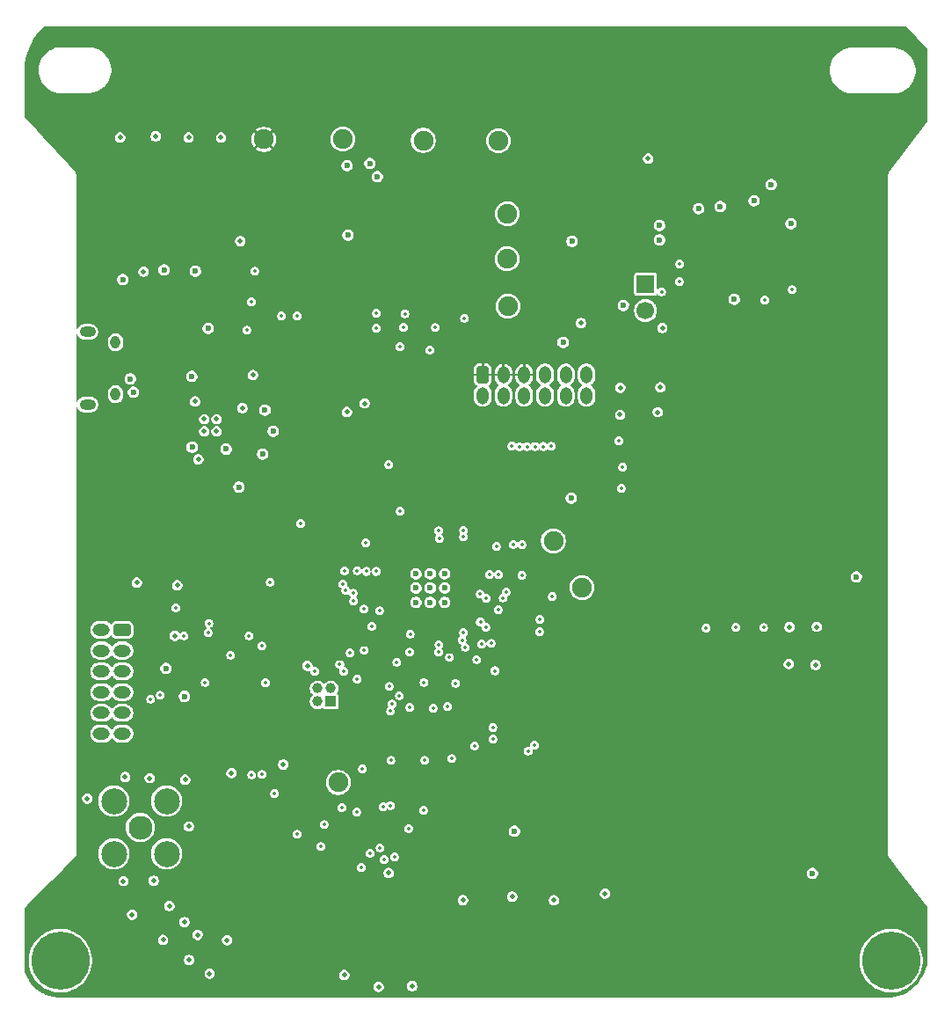
<source format=gbr>
%TF.GenerationSoftware,KiCad,Pcbnew,9.0.4*%
%TF.CreationDate,2025-10-16T15:09:17-07:00*%
%TF.ProjectId,Cygnet Skywalker v1,4379676e-6574-4205-936b-7977616c6b65,rev?*%
%TF.SameCoordinates,Original*%
%TF.FileFunction,Copper,L3,Inr*%
%TF.FilePolarity,Positive*%
%FSLAX46Y46*%
G04 Gerber Fmt 4.6, Leading zero omitted, Abs format (unit mm)*
G04 Created by KiCad (PCBNEW 9.0.4) date 2025-10-16 15:09:17*
%MOMM*%
%LPD*%
G01*
G04 APERTURE LIST*
G04 Aperture macros list*
%AMRoundRect*
0 Rectangle with rounded corners*
0 $1 Rounding radius*
0 $2 $3 $4 $5 $6 $7 $8 $9 X,Y pos of 4 corners*
0 Add a 4 corners polygon primitive as box body*
4,1,4,$2,$3,$4,$5,$6,$7,$8,$9,$2,$3,0*
0 Add four circle primitives for the rounded corners*
1,1,$1+$1,$2,$3*
1,1,$1+$1,$4,$5*
1,1,$1+$1,$6,$7*
1,1,$1+$1,$8,$9*
0 Add four rect primitives between the rounded corners*
20,1,$1+$1,$2,$3,$4,$5,0*
20,1,$1+$1,$4,$5,$6,$7,0*
20,1,$1+$1,$6,$7,$8,$9,0*
20,1,$1+$1,$8,$9,$2,$3,0*%
G04 Aperture macros list end*
%TA.AperFunction,ComponentPad*%
%ADD10C,1.900000*%
%TD*%
%TA.AperFunction,ComponentPad*%
%ADD11C,2.300000*%
%TD*%
%TA.AperFunction,ComponentPad*%
%ADD12C,2.500000*%
%TD*%
%TA.AperFunction,ComponentPad*%
%ADD13RoundRect,0.250000X-0.575000X0.350000X-0.575000X-0.350000X0.575000X-0.350000X0.575000X0.350000X0*%
%TD*%
%TA.AperFunction,ComponentPad*%
%ADD14O,1.650000X1.200000*%
%TD*%
%TA.AperFunction,ComponentPad*%
%ADD15R,1.700000X1.700000*%
%TD*%
%TA.AperFunction,ComponentPad*%
%ADD16C,1.700000*%
%TD*%
%TA.AperFunction,ComponentPad*%
%ADD17C,0.600000*%
%TD*%
%TA.AperFunction,ComponentPad*%
%ADD18C,5.600000*%
%TD*%
%TA.AperFunction,HeatsinkPad*%
%ADD19C,0.500000*%
%TD*%
%TA.AperFunction,ComponentPad*%
%ADD20R,1.000000X1.000000*%
%TD*%
%TA.AperFunction,ComponentPad*%
%ADD21C,1.000000*%
%TD*%
%TA.AperFunction,ComponentPad*%
%ADD22RoundRect,0.250000X-0.350000X-0.575000X0.350000X-0.575000X0.350000X0.575000X-0.350000X0.575000X0*%
%TD*%
%TA.AperFunction,ComponentPad*%
%ADD23O,1.200000X1.650000*%
%TD*%
%TA.AperFunction,ComponentPad*%
%ADD24O,1.550000X1.000000*%
%TD*%
%TA.AperFunction,ComponentPad*%
%ADD25O,0.950000X1.250000*%
%TD*%
%TA.AperFunction,ViaPad*%
%ADD26C,0.350000*%
%TD*%
%TA.AperFunction,ViaPad*%
%ADD27C,0.600000*%
%TD*%
%TA.AperFunction,ViaPad*%
%ADD28C,0.500000*%
%TD*%
G04 APERTURE END LIST*
D10*
%TO.N,GND*%
%TO.C,TP9*%
X227340000Y-89320000D03*
%TD*%
%TO.N,+12V*%
%TO.C,TP5*%
X219275000Y-77925000D03*
%TD*%
%TO.N,GPS 1PPS*%
%TO.C,TP6*%
X211080000Y-139710000D03*
%TD*%
D11*
%TO.N,Net-(J11-In)*%
%TO.C,J11*%
X192020000Y-144050000D03*
D12*
%TO.N,GND*%
X189480000Y-141510000D03*
X189480000Y-146590000D03*
X194560000Y-141510000D03*
X194560000Y-146590000D03*
%TD*%
D13*
%TO.N,PAYLOAD_PWR*%
%TO.C,J4*%
X190275000Y-125025000D03*
D14*
X188275000Y-125025000D03*
%TO.N,GND*%
X190275000Y-127025000D03*
X188275000Y-127025000D03*
%TO.N,UART0 Tx*%
X190275000Y-129025000D03*
%TO.N,UART0 Rx*%
X188275000Y-129025000D03*
%TO.N,PAYLOAD_BATT*%
X190275000Y-131025000D03*
X188275000Y-131025000D03*
%TO.N,unconnected-(J4-Pin_9-Pad9)*%
X190275000Y-133025000D03*
%TO.N,unconnected-(J4-Pin_10-Pad10)*%
X188275000Y-133025000D03*
%TO.N,GND*%
X190275000Y-135025000D03*
X188275000Y-135025000D03*
%TD*%
D15*
%TO.N,WDT_DISABLE*%
%TO.C,J12*%
X240688000Y-91770881D03*
D16*
%TO.N,GND*%
X240688000Y-94310881D03*
%TD*%
D10*
%TO.N,Module1 Vo*%
%TO.C,TP2*%
X234570000Y-120960000D03*
%TD*%
D17*
%TO.N,GND*%
%TO.C,U4*%
X218575000Y-119625000D03*
X218575000Y-121000000D03*
X218575000Y-122375000D03*
X219950000Y-119625000D03*
X219950000Y-121000000D03*
X219950000Y-122375000D03*
X221325000Y-119625000D03*
X221325000Y-121000000D03*
X221325000Y-122375000D03*
%TD*%
D18*
%TO.N,N/C*%
%TO.C,H2*%
X264323638Y-156866278D03*
%TD*%
D19*
%TO.N,GND*%
%TO.C,U3*%
X198180000Y-104750000D03*
X198180000Y-105930000D03*
X199360000Y-104750000D03*
X199360000Y-105930000D03*
%TD*%
D10*
%TO.N,GND*%
%TO.C,TP10*%
X227430000Y-93880000D03*
%TD*%
D20*
%TO.N,RP2350 Reset*%
%TO.C,J3*%
X210370000Y-131930000D03*
D21*
%TO.N,RP2350 SWCLK*%
X209100000Y-131930000D03*
%TO.N,GND*%
X210370000Y-130660000D03*
%TO.N,RP2350 SWD*%
X209100000Y-130660000D03*
%TD*%
D22*
%TO.N,+3.3V*%
%TO.C,J2*%
X225000000Y-100480000D03*
D23*
%TO.N,GND*%
X225000000Y-102480000D03*
%TO.N,+3.3V*%
X227000000Y-100480000D03*
%TO.N,GND*%
X227000000Y-102480000D03*
%TO.N,+3.3V*%
X229000000Y-100480000D03*
%TO.N,GND*%
X229000000Y-102480000D03*
%TO.N,GPIO24*%
X231000000Y-100480000D03*
%TO.N,GPIO15*%
X231000000Y-102480000D03*
%TO.N,GPIO25*%
X233000000Y-100480000D03*
%TO.N,GPIO18*%
X233000000Y-102480000D03*
%TO.N,GPIO16*%
X235000000Y-100480000D03*
%TO.N,GPIO17*%
X235000000Y-102480000D03*
%TD*%
D10*
%TO.N,Module2 Vo*%
%TO.C,TP4*%
X231810000Y-116460000D03*
%TD*%
%TO.N,GND*%
%TO.C,TP8*%
X227380000Y-84980000D03*
%TD*%
%TO.N,+5V*%
%TO.C,TP3*%
X211525000Y-77800000D03*
%TD*%
D24*
%TO.N,GND*%
%TO.C,J1*%
X186937500Y-96350000D03*
D25*
X189637500Y-97350000D03*
X189637500Y-102350000D03*
D24*
X186937500Y-103350000D03*
%TD*%
D10*
%TO.N,+3.3V*%
%TO.C,TP1*%
X203925000Y-77825000D03*
%TD*%
D18*
%TO.N,N/C*%
%TO.C,H1*%
X184323638Y-156866278D03*
%TD*%
D10*
%TO.N,PAYLOAD_BATT_OUT*%
%TO.C,TP7*%
X226510000Y-77960000D03*
%TD*%
D26*
%TO.N,+3.3V*%
X213370000Y-135940000D03*
X215270000Y-145000000D03*
D27*
X204050000Y-80280000D03*
X205870000Y-80120000D03*
X203930000Y-90690000D03*
D26*
X226070000Y-121880000D03*
X222550000Y-120000000D03*
D27*
X231620000Y-112410000D03*
D26*
X212980000Y-81900000D03*
X217050000Y-114545000D03*
X195925000Y-128950000D03*
X214750000Y-95275000D03*
X233640000Y-136820000D03*
X214350000Y-123050000D03*
X220550000Y-118400000D03*
X217350000Y-119000000D03*
X222550000Y-121200000D03*
X217350000Y-119700000D03*
D28*
X222430000Y-140740000D03*
D26*
X229230000Y-139340000D03*
X219850000Y-118400000D03*
X231790000Y-125460000D03*
X219350000Y-123600000D03*
X217350000Y-120900000D03*
X217350000Y-121600000D03*
X197370000Y-125750000D03*
D28*
X219190000Y-139980000D03*
D26*
X228530000Y-124280000D03*
X197970000Y-122800000D03*
D27*
X198760000Y-88802500D03*
D26*
X224450000Y-112345000D03*
D27*
X254860000Y-148550000D03*
X203300000Y-81870000D03*
D26*
X218650000Y-123600000D03*
X217950000Y-126220000D03*
D27*
X199760000Y-87652500D03*
X195325000Y-131450000D03*
X228160000Y-142460000D03*
D26*
X214600000Y-116695000D03*
X223260000Y-133820000D03*
X215700000Y-109995000D03*
D28*
X222310000Y-139950000D03*
D27*
X200375000Y-90500000D03*
X207940000Y-80050000D03*
D26*
X220550000Y-123600000D03*
D28*
X224080000Y-96670000D03*
D26*
X222550000Y-121900000D03*
D27*
X245488000Y-91488000D03*
D26*
X205380000Y-107580000D03*
X224190000Y-126300000D03*
D28*
X216340000Y-138350000D03*
D27*
X199550000Y-84450000D03*
D26*
X221750000Y-118400000D03*
D27*
X233480000Y-85730000D03*
D26*
X221150000Y-123600000D03*
X225610000Y-116960000D03*
D27*
X245488000Y-80288000D03*
D26*
X222550000Y-119300000D03*
X214275000Y-108350000D03*
D27*
X251488000Y-80288000D03*
X199620000Y-111220000D03*
D26*
X222450000Y-118400000D03*
D28*
%TO.N,GND*%
X196270000Y-153150000D03*
X211665000Y-158245000D03*
X192925000Y-139300000D03*
D26*
X217050000Y-113595000D03*
X211230000Y-128350000D03*
X216160000Y-137600000D03*
D28*
X195580000Y-120740000D03*
D26*
X219430000Y-137590000D03*
X217980000Y-132470000D03*
D28*
X238260000Y-101720000D03*
D26*
X198620000Y-124400000D03*
D28*
X193500000Y-77525000D03*
D26*
X226960000Y-121950000D03*
D28*
X218215000Y-159320000D03*
D26*
X204540000Y-120440000D03*
D27*
X201520000Y-111280000D03*
D26*
X226310000Y-117000000D03*
D28*
X190400000Y-149210000D03*
D27*
X252788000Y-82188000D03*
X228050000Y-144420000D03*
D28*
X238240000Y-104330000D03*
D26*
X212850000Y-142560000D03*
X226190000Y-128970000D03*
X230460000Y-125210000D03*
D28*
X231850000Y-151050000D03*
D26*
X219290000Y-142390000D03*
D27*
X212012500Y-87050000D03*
D26*
X242220000Y-92490000D03*
D28*
X194220000Y-154860000D03*
X194820000Y-151610000D03*
X242310000Y-95990000D03*
X223100000Y-151040000D03*
D26*
X254813000Y-92288000D03*
X224430000Y-127880000D03*
D28*
X205790000Y-137990000D03*
X215940000Y-148430000D03*
D26*
X213790000Y-119400000D03*
D27*
X191360000Y-102150000D03*
D28*
X186910000Y-141260000D03*
D26*
X217375000Y-95900000D03*
D28*
X257060000Y-128410000D03*
X190570000Y-139190000D03*
D27*
X249238000Y-93213000D03*
X242038000Y-87488000D03*
D28*
X198700000Y-158110000D03*
X199800000Y-77650000D03*
D26*
X202710000Y-93452500D03*
X209730000Y-143770000D03*
D28*
X214965000Y-159395000D03*
D27*
X233520000Y-112350000D03*
D26*
X213320000Y-147900000D03*
D27*
X197330000Y-90500000D03*
X232740000Y-97370000D03*
X203790000Y-108110000D03*
X214840000Y-81420000D03*
X254688000Y-85938000D03*
D26*
X222010000Y-137430000D03*
D28*
X193320000Y-149170000D03*
X196710000Y-143950000D03*
D27*
X256750000Y-148470000D03*
D26*
X221810000Y-127680000D03*
X223150000Y-115445000D03*
D28*
X234470000Y-95500000D03*
D27*
X204810000Y-105910000D03*
D26*
X220230000Y-132560000D03*
D27*
X238540000Y-93790000D03*
D26*
X202280000Y-96180000D03*
X212920000Y-129760000D03*
X216980000Y-131350000D03*
X216490000Y-146890000D03*
D28*
X242110000Y-101690000D03*
X200380000Y-154890000D03*
D26*
X223250000Y-95030000D03*
D28*
X241850000Y-104080000D03*
D26*
X211430000Y-142130000D03*
X203040000Y-90520000D03*
X243930000Y-91500000D03*
D28*
X254480000Y-128320000D03*
D26*
X214775000Y-96000000D03*
D28*
X191690000Y-120480000D03*
D26*
X230520000Y-124010000D03*
X217950000Y-127180000D03*
X215990000Y-130470000D03*
X226510000Y-119690000D03*
D27*
X204030000Y-103880000D03*
D28*
X201650000Y-87610000D03*
X227850000Y-150700000D03*
D26*
X220750000Y-127180000D03*
X217500000Y-94600000D03*
X215950000Y-109125000D03*
D28*
X200800000Y-138820000D03*
D26*
X220450000Y-95925000D03*
D27*
X214150000Y-80140000D03*
D26*
X217870000Y-144140000D03*
X222400000Y-130160000D03*
D27*
X194300000Y-90400000D03*
X190325000Y-91332500D03*
X196275000Y-131425000D03*
X191050000Y-100875000D03*
D28*
X254540000Y-124760000D03*
X197300000Y-103050000D03*
X191230000Y-152440000D03*
D26*
X214775000Y-94550000D03*
D28*
X196675000Y-77650000D03*
D27*
X242038000Y-86088000D03*
X233600000Y-87640000D03*
D28*
X196350000Y-139450000D03*
D26*
X219350000Y-130075000D03*
X221630000Y-132410000D03*
X213430000Y-138400000D03*
D27*
X200280000Y-107630000D03*
D26*
X195440000Y-122890000D03*
D28*
X190075000Y-77650000D03*
D26*
X213560000Y-123030000D03*
X196225000Y-125600000D03*
X243988000Y-89813000D03*
D28*
X208110000Y-128490000D03*
D27*
X260990000Y-119930000D03*
D26*
X212230000Y-127220000D03*
X216730000Y-128140000D03*
X223150000Y-116045000D03*
X207450000Y-114780000D03*
X224890000Y-126400000D03*
D28*
X257170000Y-124740000D03*
D26*
X213750000Y-116645000D03*
D28*
X236780000Y-150420000D03*
D27*
X247888000Y-84288000D03*
X211930000Y-80330000D03*
D28*
X196720000Y-156800000D03*
D27*
X197010000Y-107450000D03*
D28*
X197540000Y-154380000D03*
D26*
X215400000Y-142040000D03*
X227260000Y-121370000D03*
%TO.N,+1V1*%
X214750000Y-119400000D03*
X225650000Y-119690000D03*
X220750000Y-115495000D03*
X220780000Y-126440000D03*
X220814998Y-116245000D03*
D28*
%TO.N,PAYLOAD_BATT*%
X195350000Y-125600000D03*
D27*
X194500000Y-128750000D03*
D26*
%TO.N,PET DOG*%
X252168000Y-93290000D03*
X224780000Y-124260000D03*
D27*
%TO.N,WDT_DISABLE*%
X245788000Y-84488000D03*
X251138000Y-83725500D03*
D28*
%TO.N,USB_D-*%
X211930000Y-104060000D03*
X213640000Y-103230000D03*
D26*
%TO.N,SCL0*%
X229400000Y-136680000D03*
X225810000Y-126330000D03*
%TO.N,SCL1*%
X200720000Y-127470000D03*
X217020000Y-97780000D03*
X228760000Y-119790000D03*
X219910000Y-98090000D03*
X228780000Y-116830000D03*
X198540000Y-125290000D03*
%TO.N,SDA1*%
X207120000Y-94810000D03*
X198260000Y-130087500D03*
X226490000Y-123070000D03*
X227960000Y-116790000D03*
X225980000Y-135520000D03*
X204070000Y-130100000D03*
X205630000Y-94810000D03*
X225970000Y-134430000D03*
X224208750Y-136188750D03*
D27*
%TO.N,PAYLOAD_PWR Test*%
X196980000Y-100640000D03*
X198570000Y-96000000D03*
D26*
%TO.N,UART0 Tx*%
X193950000Y-131325000D03*
%TO.N,UART0 Rx*%
X203720000Y-126590000D03*
X193025000Y-131700000D03*
X202500000Y-125590000D03*
D28*
%TO.N,DOG Bite*%
X202880000Y-100510000D03*
X192335000Y-90565000D03*
X240930000Y-79680000D03*
D26*
%TO.N,GPS Reset*%
X213600000Y-127010000D03*
X204960000Y-140770000D03*
%TO.N,GPS 1PPS*%
X231715000Y-121815000D03*
%TO.N,UART1 Rx*%
X214310000Y-124670000D03*
X207130000Y-144690000D03*
X203740000Y-138950000D03*
%TO.N,RP2350 SWCLK*%
X208810000Y-129010000D03*
X211610000Y-129010000D03*
%TO.N,UART1 Tx*%
X202740000Y-138980000D03*
X215060000Y-123185000D03*
X209410000Y-145880000D03*
%TO.N,Module1 R1 CTRL*%
X246535000Y-124875000D03*
X211700000Y-119330000D03*
%TO.N,Module2 R1 CTRL*%
X211820000Y-121250000D03*
X238350000Y-111400000D03*
%TO.N,Module1 Enable CTRL*%
X212920000Y-119330000D03*
X249400000Y-124770000D03*
%TO.N,Module1 R2 CTRL*%
X211520000Y-120600000D03*
X252050000Y-124810000D03*
%TO.N,Module2 Enable CTRL*%
X238490000Y-109380000D03*
X212510000Y-121510000D03*
%TO.N,Module2 R2 CTRL*%
X212580000Y-122260000D03*
X238100000Y-106830000D03*
%TO.N,GPIO24*%
X231630000Y-107370000D03*
X225360000Y-121990000D03*
%TO.N,GPIO17*%
X223020000Y-126010000D03*
X229270000Y-107390000D03*
%TO.N,GPIO16*%
X230030000Y-107380000D03*
X223320000Y-126690000D03*
%TO.N,GPS Power Good*%
X216120000Y-132860000D03*
X214147200Y-146507200D03*
D28*
%TO.N,PAYLOAD_BATT_OUT*%
X197620000Y-108620000D03*
X201860000Y-103690000D03*
D26*
%TO.N,GPS_PWR*%
X216110000Y-141928341D03*
X215110000Y-146000000D03*
%TO.N,GPIO18*%
X228550000Y-107390000D03*
X223160000Y-125300000D03*
%TO.N,GPS Enable*%
X216267290Y-132170000D03*
X215520000Y-147130000D03*
%TO.N,SDA0*%
X225300000Y-124780000D03*
X229970000Y-136130000D03*
%TO.N,GPIO25*%
X230850000Y-107380000D03*
X224760000Y-121590000D03*
%TO.N,GPIO15*%
X218010000Y-125420000D03*
X227820000Y-107330000D03*
%TD*%
%TA.AperFunction,Conductor*%
%TO.N,+3.3V*%
G36*
X265775138Y-66940091D02*
G01*
X265818594Y-66958177D01*
X265820040Y-66959678D01*
X267849844Y-69139251D01*
X267866338Y-69181163D01*
X267866338Y-76058820D01*
X267854023Y-76095740D01*
X264147267Y-81033964D01*
X264144647Y-81037453D01*
X264123138Y-81058964D01*
X264105267Y-81089913D01*
X264103047Y-81092872D01*
X264103042Y-81092881D01*
X264083800Y-81118518D01*
X264083799Y-81118520D01*
X264074083Y-81142698D01*
X264070280Y-81150515D01*
X264057248Y-81173087D01*
X264057245Y-81173095D01*
X264048951Y-81204046D01*
X264048950Y-81204045D01*
X264047987Y-81207638D01*
X264034663Y-81240796D01*
X264031012Y-81270991D01*
X264029885Y-81275198D01*
X264029884Y-81275205D01*
X264023138Y-81300384D01*
X264023138Y-81332430D01*
X264022693Y-81339811D01*
X264018847Y-81371621D01*
X264018847Y-81371632D01*
X264022523Y-81397432D01*
X264023138Y-81406106D01*
X264023138Y-146571133D01*
X264018822Y-146604807D01*
X264023138Y-146636745D01*
X264023138Y-146668969D01*
X264030908Y-146697970D01*
X264032449Y-146705649D01*
X264036470Y-146735403D01*
X264047310Y-146761323D01*
X264047309Y-146761323D01*
X264048906Y-146765142D01*
X264057246Y-146796264D01*
X264074217Y-146825659D01*
X264075730Y-146829276D01*
X264075733Y-146829281D01*
X264087319Y-146856983D01*
X264087320Y-146856985D01*
X264087321Y-146856987D01*
X264104492Y-146879206D01*
X264109090Y-146886061D01*
X264119276Y-146903704D01*
X264123138Y-146910392D01*
X264123141Y-146910395D01*
X264144364Y-146931618D01*
X264149540Y-146937499D01*
X265072615Y-148131981D01*
X267811288Y-151675894D01*
X267853501Y-151730518D01*
X267866338Y-151768124D01*
X267866338Y-156893075D01*
X267865347Y-156904069D01*
X267802023Y-157252599D01*
X267800738Y-157258181D01*
X267697859Y-157625746D01*
X267696060Y-157631185D01*
X267559425Y-157987595D01*
X267557127Y-157992842D01*
X267387934Y-158334969D01*
X267385159Y-158339980D01*
X267184855Y-158664900D01*
X267181625Y-158669631D01*
X266951960Y-158974503D01*
X266948303Y-158978913D01*
X266691280Y-159261076D01*
X266687230Y-159265127D01*
X266405052Y-159522170D01*
X266400642Y-159525826D01*
X266095779Y-159755491D01*
X266091048Y-159758721D01*
X265766141Y-159959025D01*
X265761130Y-159961801D01*
X265418988Y-160131008D01*
X265413741Y-160133305D01*
X265057351Y-160269939D01*
X265051912Y-160271739D01*
X264684339Y-160374625D01*
X264678757Y-160375910D01*
X264330513Y-160439187D01*
X264319518Y-160440178D01*
X184428957Y-160440178D01*
X184425296Y-160439255D01*
X184363116Y-160440178D01*
X184359015Y-160440178D01*
X184356814Y-160440139D01*
X183999729Y-160427349D01*
X183993526Y-160426811D01*
X183640086Y-160378054D01*
X183633969Y-160376892D01*
X183287272Y-160292651D01*
X183281304Y-160290877D01*
X182944890Y-160172007D01*
X182939132Y-160169638D01*
X182616466Y-160017367D01*
X182610977Y-160014428D01*
X182305362Y-159830314D01*
X182300198Y-159826835D01*
X182291751Y-159820500D01*
X182034167Y-159627314D01*
X182014763Y-159612761D01*
X182009978Y-159608778D01*
X181747654Y-159366945D01*
X181743296Y-159362499D01*
X181506765Y-159095379D01*
X181502883Y-159090522D01*
X181294556Y-158800832D01*
X181291191Y-158795613D01*
X181262353Y-158745500D01*
X181113239Y-158486374D01*
X181110412Y-158480830D01*
X181091322Y-158438185D01*
X180964635Y-158155175D01*
X180962382Y-158149371D01*
X180870452Y-157871599D01*
X180867338Y-157852276D01*
X180867338Y-156694952D01*
X181273138Y-156694952D01*
X181273138Y-157037603D01*
X181311497Y-157378051D01*
X181311500Y-157378069D01*
X181387741Y-157712095D01*
X181500899Y-158035486D01*
X181500901Y-158035490D01*
X181500902Y-158035493D01*
X181649562Y-158344188D01*
X181831849Y-158634296D01*
X182045472Y-158902171D01*
X182287745Y-159144444D01*
X182555620Y-159358067D01*
X182845728Y-159540354D01*
X183154423Y-159689014D01*
X183477821Y-159802175D01*
X183811855Y-159878417D01*
X183811864Y-159878418D01*
X184152312Y-159916777D01*
X184152326Y-159916778D01*
X184494950Y-159916778D01*
X184494963Y-159916777D01*
X184762474Y-159886635D01*
X184835421Y-159878417D01*
X185169455Y-159802175D01*
X185492853Y-159689014D01*
X185801548Y-159540354D01*
X186091656Y-159358067D01*
X186127974Y-159329104D01*
X214464500Y-159329104D01*
X214464500Y-159460895D01*
X214498605Y-159588179D01*
X214498607Y-159588183D01*
X214498608Y-159588186D01*
X214564500Y-159702314D01*
X214657686Y-159795500D01*
X214771814Y-159861392D01*
X214771818Y-159861393D01*
X214771820Y-159861394D01*
X214899104Y-159895499D01*
X214899106Y-159895500D01*
X214899108Y-159895500D01*
X215030894Y-159895500D01*
X215030894Y-159895499D01*
X215158186Y-159861392D01*
X215272314Y-159795500D01*
X215365500Y-159702314D01*
X215431392Y-159588186D01*
X215465499Y-159460894D01*
X215465500Y-159460894D01*
X215465500Y-159329105D01*
X215448589Y-159265995D01*
X215445403Y-159254104D01*
X217714500Y-159254104D01*
X217714500Y-159385895D01*
X217748605Y-159513179D01*
X217748607Y-159513183D01*
X217748608Y-159513186D01*
X217814500Y-159627314D01*
X217907686Y-159720500D01*
X218021814Y-159786392D01*
X218021818Y-159786393D01*
X218021820Y-159786394D01*
X218149104Y-159820499D01*
X218149106Y-159820500D01*
X218149108Y-159820500D01*
X218280894Y-159820500D01*
X218280894Y-159820499D01*
X218408186Y-159786392D01*
X218522314Y-159720500D01*
X218615500Y-159627314D01*
X218681392Y-159513186D01*
X218715499Y-159385894D01*
X218715500Y-159385894D01*
X218715500Y-159254105D01*
X218715499Y-159254104D01*
X218681394Y-159126820D01*
X218681393Y-159126818D01*
X218681392Y-159126814D01*
X218615500Y-159012686D01*
X218522314Y-158919500D01*
X218408186Y-158853608D01*
X218408183Y-158853607D01*
X218408179Y-158853605D01*
X218280895Y-158819500D01*
X218280892Y-158819500D01*
X218149108Y-158819500D01*
X218149105Y-158819500D01*
X218021820Y-158853605D01*
X218021814Y-158853608D01*
X217907687Y-158919499D01*
X217907682Y-158919503D01*
X217814503Y-159012682D01*
X217814499Y-159012687D01*
X217748608Y-159126814D01*
X217748605Y-159126820D01*
X217714500Y-159254104D01*
X215445403Y-159254104D01*
X215431392Y-159201814D01*
X215365500Y-159087686D01*
X215272314Y-158994500D01*
X215158186Y-158928608D01*
X215158183Y-158928607D01*
X215158179Y-158928605D01*
X215030895Y-158894500D01*
X215030892Y-158894500D01*
X214899108Y-158894500D01*
X214899105Y-158894500D01*
X214771820Y-158928605D01*
X214771814Y-158928608D01*
X214657687Y-158994499D01*
X214657682Y-158994503D01*
X214564503Y-159087682D01*
X214564499Y-159087687D01*
X214498608Y-159201814D01*
X214498605Y-159201820D01*
X214464500Y-159329104D01*
X186127974Y-159329104D01*
X186359531Y-159144444D01*
X186601804Y-158902171D01*
X186815427Y-158634296D01*
X186997714Y-158344188D01*
X187142227Y-158044104D01*
X198199500Y-158044104D01*
X198199500Y-158175895D01*
X198233605Y-158303179D01*
X198233607Y-158303183D01*
X198233608Y-158303186D01*
X198299500Y-158417314D01*
X198392686Y-158510500D01*
X198506814Y-158576392D01*
X198506818Y-158576393D01*
X198506820Y-158576394D01*
X198634104Y-158610499D01*
X198634106Y-158610500D01*
X198634108Y-158610500D01*
X198765894Y-158610500D01*
X198765894Y-158610499D01*
X198893186Y-158576392D01*
X199007314Y-158510500D01*
X199100500Y-158417314D01*
X199166392Y-158303186D01*
X199199639Y-158179104D01*
X211164500Y-158179104D01*
X211164500Y-158310895D01*
X211198605Y-158438179D01*
X211198607Y-158438183D01*
X211198608Y-158438186D01*
X211264500Y-158552314D01*
X211357686Y-158645500D01*
X211471814Y-158711392D01*
X211471818Y-158711393D01*
X211471820Y-158711394D01*
X211599104Y-158745499D01*
X211599106Y-158745500D01*
X211599108Y-158745500D01*
X211730894Y-158745500D01*
X211730894Y-158745499D01*
X211858186Y-158711392D01*
X211972314Y-158645500D01*
X212065500Y-158552314D01*
X212131392Y-158438186D01*
X212165499Y-158310894D01*
X212165500Y-158310894D01*
X212165500Y-158179105D01*
X212165499Y-158179104D01*
X212131394Y-158051820D01*
X212131393Y-158051818D01*
X212131392Y-158051814D01*
X212065500Y-157937686D01*
X211972314Y-157844500D01*
X211858186Y-157778608D01*
X211858183Y-157778607D01*
X211858179Y-157778605D01*
X211730895Y-157744500D01*
X211730892Y-157744500D01*
X211599108Y-157744500D01*
X211599105Y-157744500D01*
X211471820Y-157778605D01*
X211471814Y-157778608D01*
X211357687Y-157844499D01*
X211357682Y-157844503D01*
X211264503Y-157937682D01*
X211264499Y-157937687D01*
X211198608Y-158051814D01*
X211198605Y-158051820D01*
X211164500Y-158179104D01*
X199199639Y-158179104D01*
X199200499Y-158175894D01*
X199200500Y-158175894D01*
X199200500Y-158044105D01*
X199200499Y-158044104D01*
X199166394Y-157916820D01*
X199166393Y-157916818D01*
X199166392Y-157916814D01*
X199100500Y-157802686D01*
X199007314Y-157709500D01*
X198893186Y-157643608D01*
X198893183Y-157643607D01*
X198893179Y-157643605D01*
X198765895Y-157609500D01*
X198765892Y-157609500D01*
X198634108Y-157609500D01*
X198634105Y-157609500D01*
X198506820Y-157643605D01*
X198506814Y-157643608D01*
X198392687Y-157709499D01*
X198392682Y-157709503D01*
X198299503Y-157802682D01*
X198299499Y-157802687D01*
X198233608Y-157916814D01*
X198233605Y-157916820D01*
X198199500Y-158044104D01*
X187142227Y-158044104D01*
X187146374Y-158035493D01*
X187259535Y-157712095D01*
X187335777Y-157378061D01*
X187366282Y-157107317D01*
X187374137Y-157037603D01*
X187374138Y-157037590D01*
X187374138Y-156734104D01*
X196219500Y-156734104D01*
X196219500Y-156865895D01*
X196253605Y-156993179D01*
X196253607Y-156993183D01*
X196253608Y-156993186D01*
X196319500Y-157107314D01*
X196412686Y-157200500D01*
X196526814Y-157266392D01*
X196526818Y-157266393D01*
X196526820Y-157266394D01*
X196654104Y-157300499D01*
X196654106Y-157300500D01*
X196654108Y-157300500D01*
X196785894Y-157300500D01*
X196785894Y-157300499D01*
X196913186Y-157266392D01*
X197027314Y-157200500D01*
X197120500Y-157107314D01*
X197186392Y-156993186D01*
X197220499Y-156865894D01*
X197220500Y-156865894D01*
X197220500Y-156734107D01*
X197213815Y-156709157D01*
X197213815Y-156709155D01*
X197210009Y-156694952D01*
X261273138Y-156694952D01*
X261273138Y-157037603D01*
X261311497Y-157378051D01*
X261311500Y-157378069D01*
X261387741Y-157712095D01*
X261500899Y-158035486D01*
X261500901Y-158035490D01*
X261500902Y-158035493D01*
X261649562Y-158344188D01*
X261831849Y-158634296D01*
X262045472Y-158902171D01*
X262287745Y-159144444D01*
X262555620Y-159358067D01*
X262845728Y-159540354D01*
X263154423Y-159689014D01*
X263477821Y-159802175D01*
X263811855Y-159878417D01*
X263811864Y-159878418D01*
X264152312Y-159916777D01*
X264152326Y-159916778D01*
X264494950Y-159916778D01*
X264494963Y-159916777D01*
X264762474Y-159886635D01*
X264835421Y-159878417D01*
X265169455Y-159802175D01*
X265492853Y-159689014D01*
X265801548Y-159540354D01*
X266091656Y-159358067D01*
X266359531Y-159144444D01*
X266601804Y-158902171D01*
X266815427Y-158634296D01*
X266997714Y-158344188D01*
X267146374Y-158035493D01*
X267259535Y-157712095D01*
X267335777Y-157378061D01*
X267366282Y-157107317D01*
X267374137Y-157037603D01*
X267374138Y-157037590D01*
X267374138Y-156694965D01*
X267374137Y-156694952D01*
X267335778Y-156354504D01*
X267335777Y-156354495D01*
X267259535Y-156020461D01*
X267146374Y-155697063D01*
X266997714Y-155388368D01*
X266815427Y-155098260D01*
X266601804Y-154830385D01*
X266359531Y-154588112D01*
X266091656Y-154374489D01*
X265801548Y-154192202D01*
X265492853Y-154043542D01*
X265492850Y-154043541D01*
X265492846Y-154043539D01*
X265169455Y-153930381D01*
X264835429Y-153854140D01*
X264835411Y-153854137D01*
X264494963Y-153815778D01*
X264494950Y-153815778D01*
X264152326Y-153815778D01*
X264152312Y-153815778D01*
X263811864Y-153854137D01*
X263811846Y-153854140D01*
X263477820Y-153930381D01*
X263154429Y-154043539D01*
X262845727Y-154192202D01*
X262555624Y-154374486D01*
X262287743Y-154588113D01*
X262045473Y-154830383D01*
X261831846Y-155098264D01*
X261649562Y-155388367D01*
X261500899Y-155697069D01*
X261387741Y-156020460D01*
X261311500Y-156354486D01*
X261311497Y-156354504D01*
X261273138Y-156694952D01*
X197210009Y-156694952D01*
X197186393Y-156606818D01*
X197186392Y-156606814D01*
X197120500Y-156492686D01*
X197027314Y-156399500D01*
X196913186Y-156333608D01*
X196913183Y-156333607D01*
X196913179Y-156333605D01*
X196785895Y-156299500D01*
X196785892Y-156299500D01*
X196654108Y-156299500D01*
X196654105Y-156299500D01*
X196526820Y-156333605D01*
X196526814Y-156333608D01*
X196412687Y-156399499D01*
X196412682Y-156399503D01*
X196319503Y-156492682D01*
X196319499Y-156492687D01*
X196253608Y-156606814D01*
X196253605Y-156606820D01*
X196219500Y-156734104D01*
X187374138Y-156734104D01*
X187374138Y-156694965D01*
X187374137Y-156694952D01*
X187335778Y-156354504D01*
X187335777Y-156354495D01*
X187259535Y-156020461D01*
X187146374Y-155697063D01*
X186997714Y-155388368D01*
X186815427Y-155098260D01*
X186601804Y-154830385D01*
X186565523Y-154794104D01*
X193719500Y-154794104D01*
X193719500Y-154925895D01*
X193753605Y-155053179D01*
X193753607Y-155053183D01*
X193753608Y-155053186D01*
X193819500Y-155167314D01*
X193912686Y-155260500D01*
X194026814Y-155326392D01*
X194026818Y-155326393D01*
X194026820Y-155326394D01*
X194154104Y-155360499D01*
X194154106Y-155360500D01*
X194154108Y-155360500D01*
X194285894Y-155360500D01*
X194285894Y-155360499D01*
X194413186Y-155326392D01*
X194527314Y-155260500D01*
X194620500Y-155167314D01*
X194686392Y-155053186D01*
X194720499Y-154925894D01*
X194720500Y-154925894D01*
X194720500Y-154794105D01*
X194720499Y-154794104D01*
X194686394Y-154666820D01*
X194686393Y-154666818D01*
X194686392Y-154666814D01*
X194620500Y-154552686D01*
X194527314Y-154459500D01*
X194413186Y-154393608D01*
X194413183Y-154393607D01*
X194413179Y-154393605D01*
X194323145Y-154369481D01*
X194285895Y-154359500D01*
X194285892Y-154359500D01*
X194154108Y-154359500D01*
X194154105Y-154359500D01*
X194026820Y-154393605D01*
X194026814Y-154393608D01*
X193912687Y-154459499D01*
X193912682Y-154459503D01*
X193819503Y-154552682D01*
X193819499Y-154552687D01*
X193753608Y-154666814D01*
X193753605Y-154666820D01*
X193719500Y-154794104D01*
X186565523Y-154794104D01*
X186359531Y-154588112D01*
X186091656Y-154374489D01*
X185995554Y-154314104D01*
X197039500Y-154314104D01*
X197039500Y-154445895D01*
X197073605Y-154573179D01*
X197073607Y-154573183D01*
X197073608Y-154573186D01*
X197139500Y-154687314D01*
X197232686Y-154780500D01*
X197346814Y-154846392D01*
X197346818Y-154846393D01*
X197346820Y-154846394D01*
X197474104Y-154880499D01*
X197474106Y-154880500D01*
X197474108Y-154880500D01*
X197605894Y-154880500D01*
X197605894Y-154880499D01*
X197733186Y-154846392D01*
X197771790Y-154824104D01*
X199879500Y-154824104D01*
X199879500Y-154955895D01*
X199913605Y-155083179D01*
X199913607Y-155083183D01*
X199913608Y-155083186D01*
X199979500Y-155197314D01*
X200072686Y-155290500D01*
X200186814Y-155356392D01*
X200186818Y-155356393D01*
X200186820Y-155356394D01*
X200314104Y-155390499D01*
X200314106Y-155390500D01*
X200314108Y-155390500D01*
X200445894Y-155390500D01*
X200445894Y-155390499D01*
X200557855Y-155360500D01*
X200573179Y-155356394D01*
X200573179Y-155356393D01*
X200573186Y-155356392D01*
X200687314Y-155290500D01*
X200780500Y-155197314D01*
X200846392Y-155083186D01*
X200880499Y-154955894D01*
X200880500Y-154955894D01*
X200880500Y-154824105D01*
X200880499Y-154824104D01*
X200846394Y-154696820D01*
X200846393Y-154696818D01*
X200846392Y-154696814D01*
X200780500Y-154582686D01*
X200687314Y-154489500D01*
X200573186Y-154423608D01*
X200573183Y-154423607D01*
X200573179Y-154423605D01*
X200445895Y-154389500D01*
X200445892Y-154389500D01*
X200314108Y-154389500D01*
X200314105Y-154389500D01*
X200186820Y-154423605D01*
X200186814Y-154423608D01*
X200072687Y-154489499D01*
X200072682Y-154489503D01*
X199979503Y-154582682D01*
X199979499Y-154582687D01*
X199913608Y-154696814D01*
X199913605Y-154696820D01*
X199879500Y-154824104D01*
X197771790Y-154824104D01*
X197847314Y-154780500D01*
X197940500Y-154687314D01*
X198006392Y-154573186D01*
X198040499Y-154445894D01*
X198040500Y-154445894D01*
X198040500Y-154314105D01*
X198040499Y-154314104D01*
X198006394Y-154186820D01*
X198006393Y-154186818D01*
X198006392Y-154186814D01*
X197940500Y-154072686D01*
X197847314Y-153979500D01*
X197733186Y-153913608D01*
X197733183Y-153913607D01*
X197733179Y-153913605D01*
X197605895Y-153879500D01*
X197605892Y-153879500D01*
X197474108Y-153879500D01*
X197474105Y-153879500D01*
X197346820Y-153913605D01*
X197346814Y-153913608D01*
X197232687Y-153979499D01*
X197232682Y-153979503D01*
X197139503Y-154072682D01*
X197139499Y-154072687D01*
X197073608Y-154186814D01*
X197073605Y-154186820D01*
X197039500Y-154314104D01*
X185995554Y-154314104D01*
X185801548Y-154192202D01*
X185492853Y-154043542D01*
X185492850Y-154043541D01*
X185492846Y-154043539D01*
X185169455Y-153930381D01*
X184835429Y-153854140D01*
X184835411Y-153854137D01*
X184494963Y-153815778D01*
X184494950Y-153815778D01*
X184152326Y-153815778D01*
X184152312Y-153815778D01*
X183811864Y-153854137D01*
X183811846Y-153854140D01*
X183477820Y-153930381D01*
X183154429Y-154043539D01*
X182845727Y-154192202D01*
X182555624Y-154374486D01*
X182287743Y-154588113D01*
X182045473Y-154830383D01*
X181831846Y-155098264D01*
X181649562Y-155388367D01*
X181500899Y-155697069D01*
X181387741Y-156020460D01*
X181311500Y-156354486D01*
X181311497Y-156354504D01*
X181273138Y-156694952D01*
X180867338Y-156694952D01*
X180867338Y-153084104D01*
X195769500Y-153084104D01*
X195769500Y-153215895D01*
X195803605Y-153343179D01*
X195803607Y-153343183D01*
X195803608Y-153343186D01*
X195869500Y-153457314D01*
X195962686Y-153550500D01*
X196076814Y-153616392D01*
X196076818Y-153616393D01*
X196076820Y-153616394D01*
X196204104Y-153650499D01*
X196204106Y-153650500D01*
X196204108Y-153650500D01*
X196335894Y-153650500D01*
X196335894Y-153650499D01*
X196463186Y-153616392D01*
X196577314Y-153550500D01*
X196670500Y-153457314D01*
X196736392Y-153343186D01*
X196770499Y-153215894D01*
X196770500Y-153215894D01*
X196770500Y-153084105D01*
X196770499Y-153084104D01*
X196736394Y-152956820D01*
X196736393Y-152956818D01*
X196736392Y-152956814D01*
X196670500Y-152842686D01*
X196577314Y-152749500D01*
X196463186Y-152683608D01*
X196463183Y-152683607D01*
X196463179Y-152683605D01*
X196335895Y-152649500D01*
X196335892Y-152649500D01*
X196204108Y-152649500D01*
X196204105Y-152649500D01*
X196076820Y-152683605D01*
X196076814Y-152683608D01*
X195962687Y-152749499D01*
X195962682Y-152749503D01*
X195869503Y-152842682D01*
X195869499Y-152842687D01*
X195803608Y-152956814D01*
X195803605Y-152956820D01*
X195769500Y-153084104D01*
X180867338Y-153084104D01*
X180867338Y-152374104D01*
X190729500Y-152374104D01*
X190729500Y-152505895D01*
X190763605Y-152633179D01*
X190763607Y-152633183D01*
X190763608Y-152633186D01*
X190829500Y-152747314D01*
X190922686Y-152840500D01*
X191036814Y-152906392D01*
X191036818Y-152906393D01*
X191036820Y-152906394D01*
X191164104Y-152940499D01*
X191164106Y-152940500D01*
X191164108Y-152940500D01*
X191295894Y-152940500D01*
X191295894Y-152940499D01*
X191423186Y-152906392D01*
X191537314Y-152840500D01*
X191630500Y-152747314D01*
X191696392Y-152633186D01*
X191730499Y-152505894D01*
X191730500Y-152505894D01*
X191730500Y-152374105D01*
X191730499Y-152374104D01*
X191696394Y-152246820D01*
X191696393Y-152246818D01*
X191696392Y-152246814D01*
X191630500Y-152132686D01*
X191537314Y-152039500D01*
X191423186Y-151973608D01*
X191423183Y-151973607D01*
X191423179Y-151973605D01*
X191295895Y-151939500D01*
X191295892Y-151939500D01*
X191164108Y-151939500D01*
X191164105Y-151939500D01*
X191036820Y-151973605D01*
X191036814Y-151973608D01*
X190922687Y-152039499D01*
X190922682Y-152039503D01*
X190829503Y-152132682D01*
X190829499Y-152132687D01*
X190763608Y-152246814D01*
X190763605Y-152246820D01*
X190729500Y-152374104D01*
X180867338Y-152374104D01*
X180867338Y-151809066D01*
X180885351Y-151765579D01*
X181106826Y-151544104D01*
X194319500Y-151544104D01*
X194319500Y-151675895D01*
X194353605Y-151803179D01*
X194353607Y-151803183D01*
X194353608Y-151803186D01*
X194419500Y-151917314D01*
X194512686Y-152010500D01*
X194626814Y-152076392D01*
X194626818Y-152076393D01*
X194626820Y-152076394D01*
X194754104Y-152110499D01*
X194754106Y-152110500D01*
X194754108Y-152110500D01*
X194885894Y-152110500D01*
X194885894Y-152110499D01*
X195013186Y-152076392D01*
X195127314Y-152010500D01*
X195220500Y-151917314D01*
X195286392Y-151803186D01*
X195320499Y-151675894D01*
X195320500Y-151675894D01*
X195320500Y-151544105D01*
X195320499Y-151544104D01*
X195286394Y-151416820D01*
X195286393Y-151416818D01*
X195286392Y-151416814D01*
X195220500Y-151302686D01*
X195127314Y-151209500D01*
X195013186Y-151143608D01*
X195013183Y-151143607D01*
X195013179Y-151143605D01*
X194885895Y-151109500D01*
X194885892Y-151109500D01*
X194754108Y-151109500D01*
X194754105Y-151109500D01*
X194626820Y-151143605D01*
X194626814Y-151143608D01*
X194512687Y-151209499D01*
X194512682Y-151209503D01*
X194419503Y-151302682D01*
X194419499Y-151302687D01*
X194353608Y-151416814D01*
X194353605Y-151416820D01*
X194319500Y-151544104D01*
X181106826Y-151544104D01*
X181676826Y-150974104D01*
X222599500Y-150974104D01*
X222599500Y-151105895D01*
X222633605Y-151233179D01*
X222633607Y-151233183D01*
X222633608Y-151233186D01*
X222699500Y-151347314D01*
X222792686Y-151440500D01*
X222906814Y-151506392D01*
X222906818Y-151506393D01*
X222906820Y-151506394D01*
X223034104Y-151540499D01*
X223034106Y-151540500D01*
X223034108Y-151540500D01*
X223165894Y-151540500D01*
X223165894Y-151540499D01*
X223293186Y-151506392D01*
X223407314Y-151440500D01*
X223500500Y-151347314D01*
X223566392Y-151233186D01*
X223600499Y-151105894D01*
X223600500Y-151105894D01*
X223600500Y-150974105D01*
X223600499Y-150974104D01*
X223566394Y-150846820D01*
X223566393Y-150846818D01*
X223566392Y-150846814D01*
X223500500Y-150732686D01*
X223407314Y-150639500D01*
X223397968Y-150634104D01*
X227349500Y-150634104D01*
X227349500Y-150765895D01*
X227383605Y-150893179D01*
X227383607Y-150893183D01*
X227383608Y-150893186D01*
X227449500Y-151007314D01*
X227542686Y-151100500D01*
X227656814Y-151166392D01*
X227656818Y-151166393D01*
X227656820Y-151166394D01*
X227784104Y-151200499D01*
X227784106Y-151200500D01*
X227784108Y-151200500D01*
X227915894Y-151200500D01*
X227915894Y-151200499D01*
X228043186Y-151166392D01*
X228157314Y-151100500D01*
X228250500Y-151007314D01*
X228263900Y-150984104D01*
X231349500Y-150984104D01*
X231349500Y-151115895D01*
X231383605Y-151243179D01*
X231383607Y-151243183D01*
X231383608Y-151243186D01*
X231449500Y-151357314D01*
X231542686Y-151450500D01*
X231656814Y-151516392D01*
X231656818Y-151516393D01*
X231656820Y-151516394D01*
X231784104Y-151550499D01*
X231784106Y-151550500D01*
X231784108Y-151550500D01*
X231915894Y-151550500D01*
X231915894Y-151550499D01*
X232043186Y-151516392D01*
X232157314Y-151450500D01*
X232250500Y-151357314D01*
X232316392Y-151243186D01*
X232319072Y-151233186D01*
X232336969Y-151166391D01*
X232350499Y-151115894D01*
X232350500Y-151115894D01*
X232350500Y-150984105D01*
X232350499Y-150984104D01*
X232316394Y-150856820D01*
X232316393Y-150856818D01*
X232316392Y-150856814D01*
X232250500Y-150742686D01*
X232157314Y-150649500D01*
X232043186Y-150583608D01*
X232043183Y-150583607D01*
X232043179Y-150583605D01*
X231915895Y-150549500D01*
X231915892Y-150549500D01*
X231784108Y-150549500D01*
X231784105Y-150549500D01*
X231656820Y-150583605D01*
X231656814Y-150583608D01*
X231542687Y-150649499D01*
X231542682Y-150649503D01*
X231449503Y-150742682D01*
X231449499Y-150742687D01*
X231383608Y-150856814D01*
X231383605Y-150856820D01*
X231349500Y-150984104D01*
X228263900Y-150984104D01*
X228316392Y-150893186D01*
X228318213Y-150886392D01*
X228350499Y-150765895D01*
X228350500Y-150765894D01*
X228350500Y-150634105D01*
X228350499Y-150634104D01*
X228316394Y-150506820D01*
X228316393Y-150506818D01*
X228316392Y-150506814D01*
X228250500Y-150392686D01*
X228211918Y-150354104D01*
X236279500Y-150354104D01*
X236279500Y-150485895D01*
X236313605Y-150613179D01*
X236313607Y-150613183D01*
X236313608Y-150613186D01*
X236379500Y-150727314D01*
X236472686Y-150820500D01*
X236586814Y-150886392D01*
X236586818Y-150886393D01*
X236586820Y-150886394D01*
X236714104Y-150920499D01*
X236714106Y-150920500D01*
X236714108Y-150920500D01*
X236845894Y-150920500D01*
X236845894Y-150920499D01*
X236947834Y-150893185D01*
X236973179Y-150886394D01*
X236973179Y-150886393D01*
X236973186Y-150886392D01*
X237087314Y-150820500D01*
X237180500Y-150727314D01*
X237246392Y-150613186D01*
X237280499Y-150485894D01*
X237280500Y-150485894D01*
X237280500Y-150354105D01*
X237280499Y-150354104D01*
X237246394Y-150226820D01*
X237246393Y-150226818D01*
X237246392Y-150226814D01*
X237180500Y-150112686D01*
X237087314Y-150019500D01*
X236973186Y-149953608D01*
X236973183Y-149953607D01*
X236973179Y-149953605D01*
X236845895Y-149919500D01*
X236845892Y-149919500D01*
X236714108Y-149919500D01*
X236714105Y-149919500D01*
X236586820Y-149953605D01*
X236586814Y-149953608D01*
X236472687Y-150019499D01*
X236472682Y-150019503D01*
X236379503Y-150112682D01*
X236379499Y-150112687D01*
X236313608Y-150226814D01*
X236313605Y-150226820D01*
X236279500Y-150354104D01*
X228211918Y-150354104D01*
X228157314Y-150299500D01*
X228043186Y-150233608D01*
X228043183Y-150233607D01*
X228043179Y-150233605D01*
X227915895Y-150199500D01*
X227915892Y-150199500D01*
X227784108Y-150199500D01*
X227784105Y-150199500D01*
X227656820Y-150233605D01*
X227656814Y-150233608D01*
X227542687Y-150299499D01*
X227542682Y-150299503D01*
X227449503Y-150392682D01*
X227449499Y-150392687D01*
X227383608Y-150506814D01*
X227383605Y-150506820D01*
X227349500Y-150634104D01*
X223397968Y-150634104D01*
X223293186Y-150573608D01*
X223293183Y-150573607D01*
X223293179Y-150573605D01*
X223165895Y-150539500D01*
X223165892Y-150539500D01*
X223034108Y-150539500D01*
X223034105Y-150539500D01*
X222906820Y-150573605D01*
X222906814Y-150573608D01*
X222792687Y-150639499D01*
X222792682Y-150639503D01*
X222699503Y-150732682D01*
X222699499Y-150732687D01*
X222633608Y-150846814D01*
X222633605Y-150846820D01*
X222599500Y-150974104D01*
X181676826Y-150974104D01*
X183506826Y-149144104D01*
X189899500Y-149144104D01*
X189899500Y-149275895D01*
X189933605Y-149403179D01*
X189933607Y-149403183D01*
X189933608Y-149403186D01*
X189999500Y-149517314D01*
X190092686Y-149610500D01*
X190206814Y-149676392D01*
X190206818Y-149676393D01*
X190206820Y-149676394D01*
X190334104Y-149710499D01*
X190334106Y-149710500D01*
X190334108Y-149710500D01*
X190465894Y-149710500D01*
X190465894Y-149710499D01*
X190593186Y-149676392D01*
X190707314Y-149610500D01*
X190800500Y-149517314D01*
X190866392Y-149403186D01*
X190900499Y-149275894D01*
X190900500Y-149275894D01*
X190900500Y-149144108D01*
X190892967Y-149115994D01*
X190892967Y-149115992D01*
X190889782Y-149104104D01*
X192819500Y-149104104D01*
X192819500Y-149235895D01*
X192853605Y-149363179D01*
X192853607Y-149363183D01*
X192853608Y-149363186D01*
X192919500Y-149477314D01*
X193012686Y-149570500D01*
X193126814Y-149636392D01*
X193126818Y-149636393D01*
X193126820Y-149636394D01*
X193254104Y-149670499D01*
X193254106Y-149670500D01*
X193254108Y-149670500D01*
X193385894Y-149670500D01*
X193385894Y-149670499D01*
X193513186Y-149636392D01*
X193627314Y-149570500D01*
X193720500Y-149477314D01*
X193786392Y-149363186D01*
X193820499Y-149235894D01*
X193820500Y-149235894D01*
X193820500Y-149104105D01*
X193820499Y-149104104D01*
X193786394Y-148976820D01*
X193786393Y-148976818D01*
X193786392Y-148976814D01*
X193720500Y-148862686D01*
X193627314Y-148769500D01*
X193513186Y-148703608D01*
X193513183Y-148703607D01*
X193513179Y-148703605D01*
X193385895Y-148669500D01*
X193385892Y-148669500D01*
X193254108Y-148669500D01*
X193254105Y-148669500D01*
X193126820Y-148703605D01*
X193126814Y-148703608D01*
X193012687Y-148769499D01*
X193012682Y-148769503D01*
X192919503Y-148862682D01*
X192919499Y-148862687D01*
X192853608Y-148976814D01*
X192853605Y-148976820D01*
X192819500Y-149104104D01*
X190889782Y-149104104D01*
X190866393Y-149016818D01*
X190866392Y-149016814D01*
X190800500Y-148902686D01*
X190707314Y-148809500D01*
X190593186Y-148743608D01*
X190593183Y-148743607D01*
X190593179Y-148743605D01*
X190465895Y-148709500D01*
X190465892Y-148709500D01*
X190334108Y-148709500D01*
X190334105Y-148709500D01*
X190206820Y-148743605D01*
X190206814Y-148743608D01*
X190092687Y-148809499D01*
X190092682Y-148809503D01*
X189999503Y-148902682D01*
X189999499Y-148902687D01*
X189933608Y-149016814D01*
X189933605Y-149016820D01*
X189899500Y-149144104D01*
X183506826Y-149144104D01*
X183554340Y-149096590D01*
X184286826Y-148364104D01*
X215439500Y-148364104D01*
X215439500Y-148495895D01*
X215473605Y-148623179D01*
X215473607Y-148623183D01*
X215473608Y-148623186D01*
X215539500Y-148737314D01*
X215632686Y-148830500D01*
X215746814Y-148896392D01*
X215746818Y-148896393D01*
X215746820Y-148896394D01*
X215874104Y-148930499D01*
X215874106Y-148930500D01*
X215874108Y-148930500D01*
X216005894Y-148930500D01*
X216005894Y-148930499D01*
X216133186Y-148896392D01*
X216247314Y-148830500D01*
X216340500Y-148737314D01*
X216406392Y-148623186D01*
X216440499Y-148495894D01*
X216440500Y-148495894D01*
X216440500Y-148397522D01*
X256199500Y-148397522D01*
X256199500Y-148542477D01*
X256237014Y-148682480D01*
X256237015Y-148682482D01*
X256237016Y-148682485D01*
X256309491Y-148808015D01*
X256411985Y-148910509D01*
X256537515Y-148982984D01*
X256537519Y-148982985D01*
X256677523Y-149020500D01*
X256677525Y-149020500D01*
X256822476Y-149020500D01*
X256884206Y-149003958D01*
X256962485Y-148982984D01*
X257088015Y-148910509D01*
X257190509Y-148808015D01*
X257262984Y-148682485D01*
X257278875Y-148623179D01*
X257300500Y-148542477D01*
X257300500Y-148397522D01*
X257262985Y-148257519D01*
X257262984Y-148257515D01*
X257190509Y-148131985D01*
X257088015Y-148029491D01*
X256962485Y-147957016D01*
X256962482Y-147957015D01*
X256962480Y-147957014D01*
X256822477Y-147919500D01*
X256822475Y-147919500D01*
X256677525Y-147919500D01*
X256677523Y-147919500D01*
X256537519Y-147957014D01*
X256537515Y-147957016D01*
X256411986Y-148029490D01*
X256411981Y-148029494D01*
X256309494Y-148131981D01*
X256309490Y-148131986D01*
X256237016Y-148257515D01*
X256237014Y-148257519D01*
X256199500Y-148397522D01*
X216440500Y-148397522D01*
X216440500Y-148364105D01*
X216440499Y-148364104D01*
X216406394Y-148236820D01*
X216406393Y-148236818D01*
X216406392Y-148236814D01*
X216340500Y-148122686D01*
X216247314Y-148029500D01*
X216133186Y-147963608D01*
X216133183Y-147963607D01*
X216133179Y-147963605D01*
X216005895Y-147929500D01*
X216005892Y-147929500D01*
X215874108Y-147929500D01*
X215874105Y-147929500D01*
X215746820Y-147963605D01*
X215746814Y-147963608D01*
X215632687Y-148029499D01*
X215632682Y-148029503D01*
X215539503Y-148122682D01*
X215539499Y-148122687D01*
X215473608Y-148236814D01*
X215473605Y-148236820D01*
X215439500Y-148364104D01*
X184286826Y-148364104D01*
X184621440Y-148029490D01*
X185744138Y-146906792D01*
X185810030Y-146792664D01*
X185844137Y-146665372D01*
X185844138Y-146665372D01*
X185844138Y-146471904D01*
X187979500Y-146471904D01*
X187979500Y-146708095D01*
X188016447Y-146941368D01*
X188089432Y-147165993D01*
X188196658Y-147376435D01*
X188335481Y-147567508D01*
X188502491Y-147734518D01*
X188653151Y-147843979D01*
X188693567Y-147873343D01*
X188904008Y-147980568D01*
X189128632Y-148053553D01*
X189361908Y-148090500D01*
X189361912Y-148090500D01*
X189598088Y-148090500D01*
X189598092Y-148090500D01*
X189831368Y-148053553D01*
X190055992Y-147980568D01*
X190266433Y-147873343D01*
X190457510Y-147734517D01*
X190624517Y-147567510D01*
X190763343Y-147376433D01*
X190870568Y-147165992D01*
X190943553Y-146941368D01*
X190980500Y-146708092D01*
X190980500Y-146471908D01*
X190980499Y-146471904D01*
X193059500Y-146471904D01*
X193059500Y-146708095D01*
X193096447Y-146941368D01*
X193169432Y-147165993D01*
X193276658Y-147376435D01*
X193415481Y-147567508D01*
X193582491Y-147734518D01*
X193733151Y-147843979D01*
X193773567Y-147873343D01*
X193984008Y-147980568D01*
X194208632Y-148053553D01*
X194441908Y-148090500D01*
X194441912Y-148090500D01*
X194678088Y-148090500D01*
X194678092Y-148090500D01*
X194911368Y-148053553D01*
X195135992Y-147980568D01*
X195346433Y-147873343D01*
X195386848Y-147843979D01*
X212894500Y-147843979D01*
X212894500Y-147956020D01*
X212923495Y-148064232D01*
X212923496Y-148064234D01*
X212923497Y-148064237D01*
X212979515Y-148161263D01*
X213058737Y-148240485D01*
X213155763Y-148296503D01*
X213155767Y-148296504D01*
X213263980Y-148325500D01*
X213263982Y-148325500D01*
X213376019Y-148325500D01*
X213468675Y-148300673D01*
X213474485Y-148299116D01*
X213484237Y-148296503D01*
X213581263Y-148240485D01*
X213660485Y-148161263D01*
X213716503Y-148064237D01*
X213738922Y-147980567D01*
X213745500Y-147956020D01*
X213745500Y-147843979D01*
X213716504Y-147735767D01*
X213716503Y-147735763D01*
X213660485Y-147638737D01*
X213581263Y-147559515D01*
X213484237Y-147503497D01*
X213484234Y-147503496D01*
X213484232Y-147503495D01*
X213376020Y-147474500D01*
X213376018Y-147474500D01*
X213263982Y-147474500D01*
X213263980Y-147474500D01*
X213155767Y-147503495D01*
X213155763Y-147503497D01*
X213058738Y-147559514D01*
X213058733Y-147559518D01*
X212979518Y-147638733D01*
X212979514Y-147638738D01*
X212923497Y-147735763D01*
X212923495Y-147735767D01*
X212894500Y-147843979D01*
X195386848Y-147843979D01*
X195405484Y-147830439D01*
X195460874Y-147790197D01*
X195501567Y-147760630D01*
X195537510Y-147734517D01*
X195704517Y-147567510D01*
X195843343Y-147376433D01*
X195950568Y-147165992D01*
X195980465Y-147073979D01*
X215094500Y-147073979D01*
X215094500Y-147186020D01*
X215123495Y-147294232D01*
X215123496Y-147294234D01*
X215123497Y-147294237D01*
X215179515Y-147391263D01*
X215258737Y-147470485D01*
X215355763Y-147526503D01*
X215355767Y-147526504D01*
X215463980Y-147555500D01*
X215463982Y-147555500D01*
X215576019Y-147555500D01*
X215623733Y-147542714D01*
X215684237Y-147526503D01*
X215781263Y-147470485D01*
X215860485Y-147391263D01*
X215916503Y-147294237D01*
X215933586Y-147230481D01*
X215945500Y-147186020D01*
X215945500Y-147073979D01*
X215916504Y-146965767D01*
X215916503Y-146965763D01*
X215860485Y-146868737D01*
X215825727Y-146833979D01*
X216064500Y-146833979D01*
X216064500Y-146946020D01*
X216093495Y-147054232D01*
X216093496Y-147054234D01*
X216093497Y-147054237D01*
X216149515Y-147151263D01*
X216228737Y-147230485D01*
X216325763Y-147286503D01*
X216325767Y-147286504D01*
X216433980Y-147315500D01*
X216433982Y-147315500D01*
X216546019Y-147315500D01*
X216593733Y-147302714D01*
X216654237Y-147286503D01*
X216751263Y-147230485D01*
X216830485Y-147151263D01*
X216886503Y-147054237D01*
X216897754Y-147012246D01*
X216915500Y-146946020D01*
X216915500Y-146833979D01*
X216886504Y-146725767D01*
X216886503Y-146725763D01*
X216830485Y-146628737D01*
X216751263Y-146549515D01*
X216654237Y-146493497D01*
X216654234Y-146493496D01*
X216654232Y-146493495D01*
X216546020Y-146464500D01*
X216546018Y-146464500D01*
X216433982Y-146464500D01*
X216433980Y-146464500D01*
X216325767Y-146493495D01*
X216325763Y-146493497D01*
X216228738Y-146549514D01*
X216228733Y-146549518D01*
X216149518Y-146628733D01*
X216149514Y-146628738D01*
X216093497Y-146725763D01*
X216093495Y-146725767D01*
X216064500Y-146833979D01*
X215825727Y-146833979D01*
X215781263Y-146789515D01*
X215684237Y-146733497D01*
X215684234Y-146733496D01*
X215684232Y-146733495D01*
X215576020Y-146704500D01*
X215576018Y-146704500D01*
X215463982Y-146704500D01*
X215463980Y-146704500D01*
X215355767Y-146733495D01*
X215355763Y-146733497D01*
X215258738Y-146789514D01*
X215258733Y-146789518D01*
X215179518Y-146868733D01*
X215179514Y-146868738D01*
X215123497Y-146965763D01*
X215123495Y-146965767D01*
X215094500Y-147073979D01*
X195980465Y-147073979D01*
X196023553Y-146941368D01*
X196060500Y-146708092D01*
X196060500Y-146471908D01*
X196059327Y-146464500D01*
X196058103Y-146456770D01*
X196057217Y-146451179D01*
X213721700Y-146451179D01*
X213721700Y-146563220D01*
X213750695Y-146671432D01*
X213750696Y-146671434D01*
X213750697Y-146671437D01*
X213806715Y-146768463D01*
X213885937Y-146847685D01*
X213982963Y-146903703D01*
X213982967Y-146903704D01*
X214091180Y-146932700D01*
X214091182Y-146932700D01*
X214203219Y-146932700D01*
X214250933Y-146919914D01*
X214311437Y-146903703D01*
X214408463Y-146847685D01*
X214487685Y-146768463D01*
X214543703Y-146671437D01*
X214555145Y-146628733D01*
X214572700Y-146563220D01*
X214572700Y-146451179D01*
X214543704Y-146342967D01*
X214543703Y-146342963D01*
X214487685Y-146245937D01*
X214408463Y-146166715D01*
X214311437Y-146110697D01*
X214311434Y-146110696D01*
X214311432Y-146110695D01*
X214203220Y-146081700D01*
X214203218Y-146081700D01*
X214091182Y-146081700D01*
X214091180Y-146081700D01*
X213982967Y-146110695D01*
X213982963Y-146110697D01*
X213885938Y-146166714D01*
X213885933Y-146166718D01*
X213806718Y-146245933D01*
X213806714Y-146245938D01*
X213750697Y-146342963D01*
X213750695Y-146342967D01*
X213721700Y-146451179D01*
X196057217Y-146451179D01*
X196039684Y-146340481D01*
X196023553Y-146238632D01*
X195950568Y-146014008D01*
X195853743Y-145823979D01*
X208984500Y-145823979D01*
X208984500Y-145936020D01*
X209013495Y-146044232D01*
X209013496Y-146044234D01*
X209013497Y-146044237D01*
X209069515Y-146141263D01*
X209148737Y-146220485D01*
X209245763Y-146276503D01*
X209245767Y-146276504D01*
X209353980Y-146305500D01*
X209353982Y-146305500D01*
X209466019Y-146305500D01*
X209513733Y-146292714D01*
X209574237Y-146276503D01*
X209671263Y-146220485D01*
X209750485Y-146141263D01*
X209806503Y-146044237D01*
X209817754Y-146002246D01*
X209833367Y-145943979D01*
X214684500Y-145943979D01*
X214684500Y-146056020D01*
X214713495Y-146164232D01*
X214713496Y-146164234D01*
X214713497Y-146164237D01*
X214769515Y-146261263D01*
X214848737Y-146340485D01*
X214945763Y-146396503D01*
X214945767Y-146396504D01*
X215053980Y-146425500D01*
X215053982Y-146425500D01*
X215166019Y-146425500D01*
X215213733Y-146412714D01*
X215274237Y-146396503D01*
X215371263Y-146340485D01*
X215450485Y-146261263D01*
X215506503Y-146164237D01*
X215520849Y-146110697D01*
X215535500Y-146056020D01*
X215535500Y-145943979D01*
X215506504Y-145835767D01*
X215506503Y-145835763D01*
X215450485Y-145738737D01*
X215371263Y-145659515D01*
X215274237Y-145603497D01*
X215274234Y-145603496D01*
X215274232Y-145603495D01*
X215166020Y-145574500D01*
X215166018Y-145574500D01*
X215053982Y-145574500D01*
X215053980Y-145574500D01*
X214945767Y-145603495D01*
X214945763Y-145603497D01*
X214848738Y-145659514D01*
X214848733Y-145659518D01*
X214769518Y-145738733D01*
X214769514Y-145738738D01*
X214713497Y-145835763D01*
X214713495Y-145835767D01*
X214684500Y-145943979D01*
X209833367Y-145943979D01*
X209835500Y-145936020D01*
X209835500Y-145823979D01*
X209806504Y-145715767D01*
X209806503Y-145715763D01*
X209750485Y-145618737D01*
X209671263Y-145539515D01*
X209574237Y-145483497D01*
X209574234Y-145483496D01*
X209574232Y-145483495D01*
X209466020Y-145454500D01*
X209466018Y-145454500D01*
X209353982Y-145454500D01*
X209353980Y-145454500D01*
X209245767Y-145483495D01*
X209245763Y-145483497D01*
X209148738Y-145539514D01*
X209148733Y-145539518D01*
X209069518Y-145618733D01*
X209069514Y-145618738D01*
X209013497Y-145715763D01*
X209013495Y-145715767D01*
X208984500Y-145823979D01*
X195853743Y-145823979D01*
X195843343Y-145803567D01*
X195796238Y-145738733D01*
X195704518Y-145612491D01*
X195537508Y-145445481D01*
X195346435Y-145306658D01*
X195135993Y-145199432D01*
X194911368Y-145126447D01*
X194678095Y-145089500D01*
X194678092Y-145089500D01*
X194441908Y-145089500D01*
X194441904Y-145089500D01*
X194208631Y-145126447D01*
X193984006Y-145199432D01*
X193773564Y-145306658D01*
X193582491Y-145445481D01*
X193582491Y-145445482D01*
X193582490Y-145445483D01*
X193415483Y-145612490D01*
X193415482Y-145612491D01*
X193415481Y-145612491D01*
X193276658Y-145803564D01*
X193169432Y-146014006D01*
X193096447Y-146238631D01*
X193059500Y-146471904D01*
X190980499Y-146471904D01*
X190943553Y-146238632D01*
X190870568Y-146014008D01*
X190763343Y-145803567D01*
X190716238Y-145738733D01*
X190624518Y-145612491D01*
X190457508Y-145445481D01*
X190266435Y-145306658D01*
X190055993Y-145199432D01*
X189831368Y-145126447D01*
X189598095Y-145089500D01*
X189598092Y-145089500D01*
X189361908Y-145089500D01*
X189361904Y-145089500D01*
X189128631Y-145126447D01*
X188904006Y-145199432D01*
X188693564Y-145306658D01*
X188502491Y-145445481D01*
X188502491Y-145445482D01*
X188502490Y-145445483D01*
X188335483Y-145612490D01*
X188335482Y-145612491D01*
X188335481Y-145612491D01*
X188196658Y-145803564D01*
X188089432Y-146014006D01*
X188016447Y-146238631D01*
X187979500Y-146471904D01*
X185844138Y-146471904D01*
X185844138Y-143939774D01*
X190619500Y-143939774D01*
X190619500Y-144160225D01*
X190653985Y-144377953D01*
X190691196Y-144492477D01*
X190714922Y-144565500D01*
X190722105Y-144587605D01*
X190722106Y-144587609D01*
X190744972Y-144632485D01*
X190822185Y-144784022D01*
X190951758Y-144962365D01*
X191107635Y-145118242D01*
X191285978Y-145247815D01*
X191482394Y-145347895D01*
X191692049Y-145416015D01*
X191909778Y-145450500D01*
X191909782Y-145450500D01*
X192130218Y-145450500D01*
X192130222Y-145450500D01*
X192347951Y-145416015D01*
X192557606Y-145347895D01*
X192754022Y-145247815D01*
X192932365Y-145118242D01*
X193088242Y-144962365D01*
X193217815Y-144784022D01*
X193294266Y-144633979D01*
X206704500Y-144633979D01*
X206704500Y-144746020D01*
X206733495Y-144854232D01*
X206733496Y-144854234D01*
X206733497Y-144854237D01*
X206789515Y-144951263D01*
X206868737Y-145030485D01*
X206965763Y-145086503D01*
X206965767Y-145086504D01*
X207073980Y-145115500D01*
X207073982Y-145115500D01*
X207186019Y-145115500D01*
X207233733Y-145102714D01*
X207294237Y-145086503D01*
X207391263Y-145030485D01*
X207470485Y-144951263D01*
X207526503Y-144854237D01*
X207545317Y-144784022D01*
X207555500Y-144746020D01*
X207555500Y-144633979D01*
X207526504Y-144525767D01*
X207526503Y-144525763D01*
X207470485Y-144428737D01*
X207391263Y-144349515D01*
X207294237Y-144293497D01*
X207294234Y-144293496D01*
X207294232Y-144293495D01*
X207186020Y-144264500D01*
X207186018Y-144264500D01*
X207073982Y-144264500D01*
X207073980Y-144264500D01*
X206965767Y-144293495D01*
X206965763Y-144293497D01*
X206868738Y-144349514D01*
X206868733Y-144349518D01*
X206789518Y-144428733D01*
X206789514Y-144428738D01*
X206733497Y-144525763D01*
X206733495Y-144525767D01*
X206704500Y-144633979D01*
X193294266Y-144633979D01*
X193295028Y-144632484D01*
X193310546Y-144602030D01*
X193310547Y-144602028D01*
X193317888Y-144587620D01*
X193317888Y-144587618D01*
X193317895Y-144587606D01*
X193386015Y-144377951D01*
X193420500Y-144160222D01*
X193420500Y-143939778D01*
X193411682Y-143884104D01*
X196209500Y-143884104D01*
X196209500Y-144015895D01*
X196243605Y-144143179D01*
X196243607Y-144143183D01*
X196243608Y-144143186D01*
X196309500Y-144257314D01*
X196402686Y-144350500D01*
X196516814Y-144416392D01*
X196516818Y-144416393D01*
X196516820Y-144416394D01*
X196644104Y-144450499D01*
X196644106Y-144450500D01*
X196644108Y-144450500D01*
X196775894Y-144450500D01*
X196775894Y-144450499D01*
X196903186Y-144416392D01*
X197017314Y-144350500D01*
X197110500Y-144257314D01*
X197176392Y-144143186D01*
X197210499Y-144015894D01*
X197210500Y-144015894D01*
X197210500Y-143884105D01*
X197210499Y-143884104D01*
X197176394Y-143756820D01*
X197176393Y-143756818D01*
X197176392Y-143756814D01*
X197170738Y-143747021D01*
X197167089Y-143740700D01*
X197167088Y-143740699D01*
X197151661Y-143713979D01*
X209304500Y-143713979D01*
X209304500Y-143826020D01*
X209333495Y-143934232D01*
X209333496Y-143934234D01*
X209333497Y-143934237D01*
X209389515Y-144031263D01*
X209468737Y-144110485D01*
X209565763Y-144166503D01*
X209565767Y-144166504D01*
X209673980Y-144195500D01*
X209673982Y-144195500D01*
X209786019Y-144195500D01*
X209833733Y-144182714D01*
X209894237Y-144166503D01*
X209991263Y-144110485D01*
X210017769Y-144083979D01*
X217444500Y-144083979D01*
X217444500Y-144196020D01*
X217473495Y-144304232D01*
X217473496Y-144304234D01*
X217473497Y-144304237D01*
X217529515Y-144401263D01*
X217608737Y-144480485D01*
X217705763Y-144536503D01*
X217705767Y-144536504D01*
X217813980Y-144565500D01*
X217813982Y-144565500D01*
X217926019Y-144565500D01*
X217973733Y-144552714D01*
X218034237Y-144536503D01*
X218131263Y-144480485D01*
X218210485Y-144401263D01*
X218241512Y-144347522D01*
X227499500Y-144347522D01*
X227499500Y-144492477D01*
X227537014Y-144632480D01*
X227537015Y-144632482D01*
X227537016Y-144632485D01*
X227609491Y-144758015D01*
X227711985Y-144860509D01*
X227837515Y-144932984D01*
X227837519Y-144932985D01*
X227977523Y-144970500D01*
X227977525Y-144970500D01*
X228122476Y-144970500D01*
X228194256Y-144951266D01*
X228262485Y-144932984D01*
X228388015Y-144860509D01*
X228490509Y-144758015D01*
X228562984Y-144632485D01*
X228580933Y-144565500D01*
X228600500Y-144492477D01*
X228600500Y-144347522D01*
X228562985Y-144207519D01*
X228562984Y-144207515D01*
X228490509Y-144081985D01*
X228388015Y-143979491D01*
X228262485Y-143907016D01*
X228262482Y-143907015D01*
X228262480Y-143907014D01*
X228122477Y-143869500D01*
X228122475Y-143869500D01*
X227977525Y-143869500D01*
X227977523Y-143869500D01*
X227837519Y-143907014D01*
X227837515Y-143907016D01*
X227711986Y-143979490D01*
X227711981Y-143979494D01*
X227609494Y-144081981D01*
X227609490Y-144081986D01*
X227537016Y-144207515D01*
X227537014Y-144207519D01*
X227499500Y-144347522D01*
X218241512Y-144347522D01*
X218266503Y-144304237D01*
X218279076Y-144257312D01*
X218295500Y-144196020D01*
X218295500Y-144083979D01*
X218266504Y-143975767D01*
X218266503Y-143975763D01*
X218210485Y-143878737D01*
X218131263Y-143799515D01*
X218034237Y-143743497D01*
X218034234Y-143743496D01*
X218034232Y-143743495D01*
X217926020Y-143714500D01*
X217926018Y-143714500D01*
X217813982Y-143714500D01*
X217813980Y-143714500D01*
X217705767Y-143743495D01*
X217705763Y-143743497D01*
X217608738Y-143799514D01*
X217608733Y-143799518D01*
X217529518Y-143878733D01*
X217529514Y-143878738D01*
X217473497Y-143975763D01*
X217473495Y-143975767D01*
X217444500Y-144083979D01*
X210017769Y-144083979D01*
X210070485Y-144031263D01*
X210126503Y-143934237D01*
X210143849Y-143869500D01*
X210155500Y-143826020D01*
X210155500Y-143713979D01*
X210126504Y-143605767D01*
X210126503Y-143605763D01*
X210070485Y-143508737D01*
X209991263Y-143429515D01*
X209894237Y-143373497D01*
X209894234Y-143373496D01*
X209894232Y-143373495D01*
X209786020Y-143344500D01*
X209786018Y-143344500D01*
X209673982Y-143344500D01*
X209673980Y-143344500D01*
X209565767Y-143373495D01*
X209565763Y-143373497D01*
X209468738Y-143429514D01*
X209468733Y-143429518D01*
X209389518Y-143508733D01*
X209389514Y-143508738D01*
X209333497Y-143605763D01*
X209333495Y-143605767D01*
X209304500Y-143713979D01*
X197151661Y-143713979D01*
X197110504Y-143642692D01*
X197110502Y-143642689D01*
X197110500Y-143642686D01*
X197017314Y-143549500D01*
X196903186Y-143483608D01*
X196903183Y-143483607D01*
X196903179Y-143483605D01*
X196775895Y-143449500D01*
X196775892Y-143449500D01*
X196644108Y-143449500D01*
X196644105Y-143449500D01*
X196516820Y-143483605D01*
X196516814Y-143483608D01*
X196402687Y-143549499D01*
X196402682Y-143549503D01*
X196309503Y-143642682D01*
X196309499Y-143642687D01*
X196243608Y-143756814D01*
X196243605Y-143756820D01*
X196209500Y-143884104D01*
X193411682Y-143884104D01*
X193386015Y-143722049D01*
X193317895Y-143512394D01*
X193217815Y-143315978D01*
X193088242Y-143137635D01*
X192932365Y-142981758D01*
X192754022Y-142852185D01*
X192693331Y-142821261D01*
X192557609Y-142752106D01*
X192557606Y-142752105D01*
X192471833Y-142724236D01*
X192347953Y-142683985D01*
X192130225Y-142649500D01*
X192130222Y-142649500D01*
X191909778Y-142649500D01*
X191909774Y-142649500D01*
X191692046Y-142683985D01*
X191482394Y-142752105D01*
X191482390Y-142752106D01*
X191285979Y-142852184D01*
X191107632Y-142981760D01*
X190951760Y-143137632D01*
X190822184Y-143315979D01*
X190722106Y-143512390D01*
X190722105Y-143512394D01*
X190653985Y-143722046D01*
X190619500Y-143939774D01*
X185844138Y-143939774D01*
X185844138Y-141194104D01*
X186409500Y-141194104D01*
X186409500Y-141325895D01*
X186443605Y-141453179D01*
X186443607Y-141453183D01*
X186443608Y-141453186D01*
X186509500Y-141567314D01*
X186602686Y-141660500D01*
X186716814Y-141726392D01*
X186716818Y-141726393D01*
X186716820Y-141726394D01*
X186844104Y-141760499D01*
X186844106Y-141760500D01*
X186844108Y-141760500D01*
X186975894Y-141760500D01*
X186975894Y-141760499D01*
X187103186Y-141726392D01*
X187217314Y-141660500D01*
X187310500Y-141567314D01*
X187376392Y-141453186D01*
X187376394Y-141453179D01*
X187392813Y-141391904D01*
X187979500Y-141391904D01*
X187979500Y-141628095D01*
X188016447Y-141861368D01*
X188089432Y-142085993D01*
X188196658Y-142296435D01*
X188335481Y-142487508D01*
X188502491Y-142654518D01*
X188684154Y-142786504D01*
X188693567Y-142793343D01*
X188904008Y-142900568D01*
X189128632Y-142973553D01*
X189361908Y-143010500D01*
X189361912Y-143010500D01*
X189598088Y-143010500D01*
X189598092Y-143010500D01*
X189831368Y-142973553D01*
X190055992Y-142900568D01*
X190266433Y-142793343D01*
X190457510Y-142654517D01*
X190624517Y-142487510D01*
X190763343Y-142296433D01*
X190870568Y-142085992D01*
X190943553Y-141861368D01*
X190980500Y-141628092D01*
X190980500Y-141391908D01*
X190980499Y-141391904D01*
X193059500Y-141391904D01*
X193059500Y-141628095D01*
X193096447Y-141861368D01*
X193169432Y-142085993D01*
X193276658Y-142296435D01*
X193415481Y-142487508D01*
X193582491Y-142654518D01*
X193764154Y-142786504D01*
X193773567Y-142793343D01*
X193984008Y-142900568D01*
X194208632Y-142973553D01*
X194441908Y-143010500D01*
X194441912Y-143010500D01*
X194678088Y-143010500D01*
X194678092Y-143010500D01*
X194911368Y-142973553D01*
X195135992Y-142900568D01*
X195346433Y-142793343D01*
X195537510Y-142654517D01*
X195704517Y-142487510D01*
X195843343Y-142296433D01*
X195950568Y-142085992D01*
X195954471Y-142073979D01*
X211004500Y-142073979D01*
X211004500Y-142186020D01*
X211033495Y-142294232D01*
X211033496Y-142294234D01*
X211033497Y-142294237D01*
X211089515Y-142391263D01*
X211168737Y-142470485D01*
X211265763Y-142526503D01*
X211265767Y-142526504D01*
X211373980Y-142555500D01*
X211373982Y-142555500D01*
X211486019Y-142555500D01*
X211533733Y-142542714D01*
X211594237Y-142526503D01*
X211633250Y-142503979D01*
X212424500Y-142503979D01*
X212424500Y-142616020D01*
X212453495Y-142724232D01*
X212453496Y-142724234D01*
X212453497Y-142724237D01*
X212509515Y-142821263D01*
X212588737Y-142900485D01*
X212685763Y-142956503D01*
X212685767Y-142956504D01*
X212793980Y-142985500D01*
X212793982Y-142985500D01*
X212906019Y-142985500D01*
X212953733Y-142972714D01*
X213014237Y-142956503D01*
X213111263Y-142900485D01*
X213190485Y-142821263D01*
X213246503Y-142724237D01*
X213265184Y-142654518D01*
X213275500Y-142616020D01*
X213275500Y-142503979D01*
X213246504Y-142395767D01*
X213246503Y-142395763D01*
X213190485Y-142298737D01*
X213111263Y-142219515D01*
X213014237Y-142163497D01*
X213014234Y-142163496D01*
X213014232Y-142163495D01*
X212906020Y-142134500D01*
X212906018Y-142134500D01*
X212793982Y-142134500D01*
X212793980Y-142134500D01*
X212685767Y-142163495D01*
X212685763Y-142163497D01*
X212588738Y-142219514D01*
X212588733Y-142219518D01*
X212509518Y-142298733D01*
X212509514Y-142298738D01*
X212453497Y-142395763D01*
X212453495Y-142395767D01*
X212424500Y-142503979D01*
X211633250Y-142503979D01*
X211691263Y-142470485D01*
X211770485Y-142391263D01*
X211826503Y-142294237D01*
X211837754Y-142252246D01*
X211855500Y-142186020D01*
X211855500Y-142073979D01*
X211834570Y-141995869D01*
X211834570Y-141995868D01*
X211831384Y-141983979D01*
X214974500Y-141983979D01*
X214974500Y-142096020D01*
X215003495Y-142204232D01*
X215003496Y-142204234D01*
X215003497Y-142204237D01*
X215059515Y-142301263D01*
X215138737Y-142380485D01*
X215235763Y-142436503D01*
X215235767Y-142436504D01*
X215343980Y-142465500D01*
X215343982Y-142465500D01*
X215456019Y-142465500D01*
X215503733Y-142452714D01*
X215564237Y-142436503D01*
X215661263Y-142380485D01*
X215740485Y-142301263D01*
X215751906Y-142281480D01*
X215789245Y-142252825D01*
X215835913Y-142258967D01*
X215848653Y-142268742D01*
X215848737Y-142268826D01*
X215945763Y-142324844D01*
X215945767Y-142324845D01*
X216053980Y-142353841D01*
X216053982Y-142353841D01*
X216166019Y-142353841D01*
X216240144Y-142333979D01*
X218864500Y-142333979D01*
X218864500Y-142446020D01*
X218893495Y-142554232D01*
X218893496Y-142554234D01*
X218893497Y-142554237D01*
X218949515Y-142651263D01*
X219028737Y-142730485D01*
X219125763Y-142786503D01*
X219125767Y-142786504D01*
X219233980Y-142815500D01*
X219233982Y-142815500D01*
X219346019Y-142815500D01*
X219393733Y-142802714D01*
X219454237Y-142786503D01*
X219551263Y-142730485D01*
X219630485Y-142651263D01*
X219686503Y-142554237D01*
X219699970Y-142503979D01*
X219715500Y-142446020D01*
X219715500Y-142333979D01*
X219686504Y-142225767D01*
X219686503Y-142225763D01*
X219630485Y-142128737D01*
X219551263Y-142049515D01*
X219454237Y-141993497D01*
X219454234Y-141993496D01*
X219454232Y-141993495D01*
X219346020Y-141964500D01*
X219346018Y-141964500D01*
X219233982Y-141964500D01*
X219233980Y-141964500D01*
X219125767Y-141993495D01*
X219125763Y-141993497D01*
X219028738Y-142049514D01*
X219028733Y-142049518D01*
X218949518Y-142128733D01*
X218949514Y-142128738D01*
X218893497Y-142225763D01*
X218893495Y-142225767D01*
X218864500Y-142333979D01*
X216240144Y-142333979D01*
X216274237Y-142324844D01*
X216371263Y-142268826D01*
X216450485Y-142189604D01*
X216506503Y-142092578D01*
X216532416Y-141995869D01*
X216535500Y-141984361D01*
X216535500Y-141872320D01*
X216506504Y-141764108D01*
X216506503Y-141764104D01*
X216450485Y-141667078D01*
X216371263Y-141587856D01*
X216274237Y-141531838D01*
X216274234Y-141531837D01*
X216274232Y-141531836D01*
X216166020Y-141502841D01*
X216166018Y-141502841D01*
X216053982Y-141502841D01*
X216053980Y-141502841D01*
X215945767Y-141531836D01*
X215945763Y-141531838D01*
X215848738Y-141587855D01*
X215848733Y-141587859D01*
X215769518Y-141667074D01*
X215769510Y-141667085D01*
X215758091Y-141686862D01*
X215720747Y-141715515D01*
X215674080Y-141709369D01*
X215661345Y-141699597D01*
X215661266Y-141699518D01*
X215661263Y-141699515D01*
X215564237Y-141643497D01*
X215564234Y-141643496D01*
X215564232Y-141643495D01*
X215456020Y-141614500D01*
X215456018Y-141614500D01*
X215343982Y-141614500D01*
X215343980Y-141614500D01*
X215235767Y-141643495D01*
X215235763Y-141643497D01*
X215138738Y-141699514D01*
X215138733Y-141699518D01*
X215059518Y-141778733D01*
X215059514Y-141778738D01*
X215003497Y-141875763D01*
X215003495Y-141875767D01*
X214974500Y-141983979D01*
X211831384Y-141983979D01*
X211826505Y-141965769D01*
X211826504Y-141965767D01*
X211826503Y-141965763D01*
X211770485Y-141868737D01*
X211691263Y-141789515D01*
X211594237Y-141733497D01*
X211594234Y-141733496D01*
X211594232Y-141733495D01*
X211486020Y-141704500D01*
X211486018Y-141704500D01*
X211373982Y-141704500D01*
X211373980Y-141704500D01*
X211265767Y-141733495D01*
X211265763Y-141733497D01*
X211168738Y-141789514D01*
X211168733Y-141789518D01*
X211089518Y-141868733D01*
X211089514Y-141868738D01*
X211033497Y-141965763D01*
X211033495Y-141965767D01*
X211004500Y-142073979D01*
X195954471Y-142073979D01*
X196023553Y-141861368D01*
X196060500Y-141628092D01*
X196060500Y-141391908D01*
X196023553Y-141158632D01*
X195950568Y-140934008D01*
X195843343Y-140723567D01*
X195836377Y-140713979D01*
X204534500Y-140713979D01*
X204534500Y-140826020D01*
X204563495Y-140934232D01*
X204563496Y-140934234D01*
X204563497Y-140934237D01*
X204619515Y-141031263D01*
X204698737Y-141110485D01*
X204795763Y-141166503D01*
X204795767Y-141166504D01*
X204903980Y-141195500D01*
X204903982Y-141195500D01*
X205016019Y-141195500D01*
X205063733Y-141182714D01*
X205124237Y-141166503D01*
X205221263Y-141110485D01*
X205300485Y-141031263D01*
X205356503Y-140934237D01*
X205376529Y-140859499D01*
X205385500Y-140826020D01*
X205385500Y-140713979D01*
X205356504Y-140605767D01*
X205356503Y-140605763D01*
X205300485Y-140508737D01*
X205221263Y-140429515D01*
X205124237Y-140373497D01*
X205124234Y-140373496D01*
X205124232Y-140373495D01*
X205016020Y-140344500D01*
X205016018Y-140344500D01*
X204903982Y-140344500D01*
X204903980Y-140344500D01*
X204795767Y-140373495D01*
X204795763Y-140373497D01*
X204698738Y-140429514D01*
X204698733Y-140429518D01*
X204619518Y-140508733D01*
X204619514Y-140508738D01*
X204563497Y-140605763D01*
X204563495Y-140605767D01*
X204534500Y-140713979D01*
X195836377Y-140713979D01*
X195704517Y-140532490D01*
X195537510Y-140365483D01*
X195537509Y-140365482D01*
X195537508Y-140365481D01*
X195346435Y-140226658D01*
X195135993Y-140119432D01*
X194911368Y-140046447D01*
X194678095Y-140009500D01*
X194678092Y-140009500D01*
X194441908Y-140009500D01*
X194441904Y-140009500D01*
X194208631Y-140046447D01*
X193984006Y-140119432D01*
X193773564Y-140226658D01*
X193582491Y-140365481D01*
X193582491Y-140365482D01*
X193582490Y-140365483D01*
X193415483Y-140532490D01*
X193415482Y-140532491D01*
X193415481Y-140532491D01*
X193276658Y-140723564D01*
X193169432Y-140934006D01*
X193096447Y-141158631D01*
X193059500Y-141391904D01*
X190980499Y-141391904D01*
X190943553Y-141158632D01*
X190870568Y-140934008D01*
X190763343Y-140723567D01*
X190624517Y-140532490D01*
X190457510Y-140365483D01*
X190457509Y-140365482D01*
X190457508Y-140365481D01*
X190266435Y-140226658D01*
X190055993Y-140119432D01*
X189831368Y-140046447D01*
X189598095Y-140009500D01*
X189598092Y-140009500D01*
X189361908Y-140009500D01*
X189361904Y-140009500D01*
X189128631Y-140046447D01*
X188904006Y-140119432D01*
X188693564Y-140226658D01*
X188502491Y-140365481D01*
X188502491Y-140365482D01*
X188502490Y-140365483D01*
X188335483Y-140532490D01*
X188335482Y-140532491D01*
X188335481Y-140532491D01*
X188196658Y-140723564D01*
X188089432Y-140934006D01*
X188016447Y-141158631D01*
X187979500Y-141391904D01*
X187392813Y-141391904D01*
X187397724Y-141373575D01*
X187397724Y-141373574D01*
X187410500Y-141325894D01*
X187410500Y-141194105D01*
X187410499Y-141194104D01*
X187376394Y-141066820D01*
X187376393Y-141066818D01*
X187376392Y-141066814D01*
X187310500Y-140952686D01*
X187217314Y-140859500D01*
X187103186Y-140793608D01*
X187103183Y-140793607D01*
X187103179Y-140793605D01*
X186975895Y-140759500D01*
X186975892Y-140759500D01*
X186844108Y-140759500D01*
X186844105Y-140759500D01*
X186716820Y-140793605D01*
X186716814Y-140793608D01*
X186602687Y-140859499D01*
X186602682Y-140859503D01*
X186509503Y-140952682D01*
X186509499Y-140952687D01*
X186443608Y-141066814D01*
X186443605Y-141066820D01*
X186409500Y-141194104D01*
X185844138Y-141194104D01*
X185844138Y-139124104D01*
X190069500Y-139124104D01*
X190069500Y-139255895D01*
X190103605Y-139383179D01*
X190103607Y-139383183D01*
X190103608Y-139383186D01*
X190169500Y-139497314D01*
X190262686Y-139590500D01*
X190376814Y-139656392D01*
X190376818Y-139656393D01*
X190376820Y-139656394D01*
X190504104Y-139690499D01*
X190504106Y-139690500D01*
X190504108Y-139690500D01*
X190635894Y-139690500D01*
X190635894Y-139690499D01*
X190763186Y-139656392D01*
X190877314Y-139590500D01*
X190970500Y-139497314D01*
X191036392Y-139383186D01*
X191038183Y-139376504D01*
X191049627Y-139333790D01*
X191070499Y-139255894D01*
X191070500Y-139255894D01*
X191070500Y-139234104D01*
X192424500Y-139234104D01*
X192424500Y-139365895D01*
X192458605Y-139493179D01*
X192458607Y-139493183D01*
X192458608Y-139493186D01*
X192524500Y-139607314D01*
X192617686Y-139700500D01*
X192731814Y-139766392D01*
X192731818Y-139766393D01*
X192731820Y-139766394D01*
X192859104Y-139800499D01*
X192859106Y-139800500D01*
X192859108Y-139800500D01*
X192990894Y-139800500D01*
X192990894Y-139800499D01*
X193118186Y-139766392D01*
X193232314Y-139700500D01*
X193325500Y-139607314D01*
X193391392Y-139493186D01*
X193420620Y-139384104D01*
X195849500Y-139384104D01*
X195849500Y-139515895D01*
X195883605Y-139643179D01*
X195883607Y-139643183D01*
X195883608Y-139643186D01*
X195949500Y-139757314D01*
X196042686Y-139850500D01*
X196156814Y-139916392D01*
X196156818Y-139916393D01*
X196156820Y-139916394D01*
X196284104Y-139950499D01*
X196284106Y-139950500D01*
X196284108Y-139950500D01*
X196415894Y-139950500D01*
X196415894Y-139950499D01*
X196543186Y-139916392D01*
X196657314Y-139850500D01*
X196750500Y-139757314D01*
X196816392Y-139643186D01*
X196816394Y-139643179D01*
X196823807Y-139615515D01*
X209879500Y-139615515D01*
X209879500Y-139804484D01*
X209909060Y-139991120D01*
X209967453Y-140170833D01*
X210053241Y-140339201D01*
X210164308Y-140492071D01*
X210164309Y-140492072D01*
X210164310Y-140492073D01*
X210297927Y-140625690D01*
X210450801Y-140736760D01*
X210619168Y-140822547D01*
X210798879Y-140880939D01*
X210798882Y-140880940D01*
X210985519Y-140910500D01*
X210985523Y-140910500D01*
X211174477Y-140910500D01*
X211174481Y-140910500D01*
X211361118Y-140880940D01*
X211540832Y-140822547D01*
X211709199Y-140736760D01*
X211862073Y-140625690D01*
X211995690Y-140492073D01*
X212106760Y-140339199D01*
X212192547Y-140170832D01*
X212250940Y-139991118D01*
X212280500Y-139804481D01*
X212280500Y-139615519D01*
X212250940Y-139428882D01*
X212192547Y-139249168D01*
X212106760Y-139080801D01*
X212084021Y-139049503D01*
X211995691Y-138927928D01*
X211862071Y-138794308D01*
X211709201Y-138683241D01*
X211540833Y-138597453D01*
X211361119Y-138539060D01*
X211361121Y-138539060D01*
X211174484Y-138509500D01*
X211174481Y-138509500D01*
X210985519Y-138509500D01*
X210985515Y-138509500D01*
X210798879Y-138539060D01*
X210619166Y-138597453D01*
X210450798Y-138683241D01*
X210297928Y-138794308D01*
X210297928Y-138794309D01*
X210297927Y-138794310D01*
X210164310Y-138927927D01*
X210164309Y-138927928D01*
X210164308Y-138927928D01*
X210053241Y-139080798D01*
X209967453Y-139249166D01*
X209909060Y-139428879D01*
X209879500Y-139615515D01*
X196823807Y-139615515D01*
X196828718Y-139597186D01*
X196828718Y-139597185D01*
X196850500Y-139515894D01*
X196850500Y-139384105D01*
X196850499Y-139384104D01*
X196816394Y-139256820D01*
X196816393Y-139256818D01*
X196816392Y-139256814D01*
X196750500Y-139142686D01*
X196657314Y-139049500D01*
X196543186Y-138983608D01*
X196543183Y-138983607D01*
X196543179Y-138983605D01*
X196415895Y-138949500D01*
X196415892Y-138949500D01*
X196284108Y-138949500D01*
X196284105Y-138949500D01*
X196156820Y-138983605D01*
X196156814Y-138983608D01*
X196042687Y-139049499D01*
X196042682Y-139049503D01*
X195949503Y-139142682D01*
X195949499Y-139142687D01*
X195883608Y-139256814D01*
X195883605Y-139256820D01*
X195849500Y-139384104D01*
X193420620Y-139384104D01*
X193425499Y-139365895D01*
X193425500Y-139365894D01*
X193425500Y-139234105D01*
X193425499Y-139234104D01*
X193391394Y-139106820D01*
X193391393Y-139106818D01*
X193391392Y-139106814D01*
X193325500Y-138992686D01*
X193232314Y-138899500D01*
X193118186Y-138833608D01*
X193118183Y-138833607D01*
X193118179Y-138833605D01*
X193028145Y-138809481D01*
X192990895Y-138799500D01*
X192990892Y-138799500D01*
X192859108Y-138799500D01*
X192859105Y-138799500D01*
X192731820Y-138833605D01*
X192731814Y-138833608D01*
X192617687Y-138899499D01*
X192617682Y-138899503D01*
X192524503Y-138992682D01*
X192524499Y-138992687D01*
X192458608Y-139106814D01*
X192458605Y-139106820D01*
X192424500Y-139234104D01*
X191070500Y-139234104D01*
X191070500Y-139124105D01*
X191070499Y-139124104D01*
X191036394Y-138996820D01*
X191036393Y-138996818D01*
X191036392Y-138996814D01*
X190970500Y-138882686D01*
X190877314Y-138789500D01*
X190816006Y-138754104D01*
X200299500Y-138754104D01*
X200299500Y-138885895D01*
X200333605Y-139013179D01*
X200333607Y-139013183D01*
X200333608Y-139013186D01*
X200399500Y-139127314D01*
X200492686Y-139220500D01*
X200606814Y-139286392D01*
X200606818Y-139286393D01*
X200606820Y-139286394D01*
X200734104Y-139320499D01*
X200734106Y-139320500D01*
X200734108Y-139320500D01*
X200865894Y-139320500D01*
X200865894Y-139320499D01*
X200977911Y-139290485D01*
X200993179Y-139286394D01*
X200993179Y-139286393D01*
X200993186Y-139286392D01*
X201107314Y-139220500D01*
X201200500Y-139127314D01*
X201266392Y-139013186D01*
X201279338Y-138964867D01*
X201290295Y-138923979D01*
X202314500Y-138923979D01*
X202314500Y-139036020D01*
X202343495Y-139144232D01*
X202343496Y-139144234D01*
X202343497Y-139144237D01*
X202399515Y-139241263D01*
X202478737Y-139320485D01*
X202575763Y-139376503D01*
X202575767Y-139376504D01*
X202683980Y-139405500D01*
X202683982Y-139405500D01*
X202796019Y-139405500D01*
X202843733Y-139392714D01*
X202904237Y-139376503D01*
X203001263Y-139320485D01*
X203080485Y-139241263D01*
X203136503Y-139144237D01*
X203161888Y-139049499D01*
X203165500Y-139036020D01*
X203165500Y-138923979D01*
X203160647Y-138905869D01*
X203160647Y-138905868D01*
X203157461Y-138893979D01*
X203314500Y-138893979D01*
X203314500Y-139006020D01*
X203343495Y-139114232D01*
X203343496Y-139114234D01*
X203343497Y-139114237D01*
X203399515Y-139211263D01*
X203478737Y-139290485D01*
X203575763Y-139346503D01*
X203575767Y-139346504D01*
X203683980Y-139375500D01*
X203683982Y-139375500D01*
X203796019Y-139375500D01*
X203843733Y-139362714D01*
X203904237Y-139346503D01*
X204001263Y-139290485D01*
X204080485Y-139211263D01*
X204136503Y-139114237D01*
X204153849Y-139049500D01*
X204165500Y-139006020D01*
X204165500Y-138893979D01*
X204136504Y-138785767D01*
X204136503Y-138785763D01*
X204080485Y-138688737D01*
X204001263Y-138609515D01*
X203904237Y-138553497D01*
X203904234Y-138553496D01*
X203904232Y-138553495D01*
X203796020Y-138524500D01*
X203796018Y-138524500D01*
X203683982Y-138524500D01*
X203683980Y-138524500D01*
X203575767Y-138553495D01*
X203575763Y-138553497D01*
X203478738Y-138609514D01*
X203478733Y-138609518D01*
X203399518Y-138688733D01*
X203399514Y-138688738D01*
X203343497Y-138785763D01*
X203343495Y-138785767D01*
X203314500Y-138893979D01*
X203157461Y-138893979D01*
X203136505Y-138815769D01*
X203136504Y-138815767D01*
X203136503Y-138815763D01*
X203080485Y-138718737D01*
X203001263Y-138639515D01*
X202904237Y-138583497D01*
X202904234Y-138583496D01*
X202904232Y-138583495D01*
X202796020Y-138554500D01*
X202796018Y-138554500D01*
X202683982Y-138554500D01*
X202683980Y-138554500D01*
X202575767Y-138583495D01*
X202575763Y-138583497D01*
X202478738Y-138639514D01*
X202478733Y-138639518D01*
X202399518Y-138718733D01*
X202399514Y-138718738D01*
X202343497Y-138815763D01*
X202343495Y-138815767D01*
X202314500Y-138923979D01*
X201290295Y-138923979D01*
X201295638Y-138904039D01*
X201295639Y-138904034D01*
X201300500Y-138885891D01*
X201300500Y-138754105D01*
X201300499Y-138754104D01*
X201266394Y-138626820D01*
X201266393Y-138626818D01*
X201266392Y-138626814D01*
X201200500Y-138512686D01*
X201107314Y-138419500D01*
X200993186Y-138353608D01*
X200993183Y-138353607D01*
X200993179Y-138353605D01*
X200865895Y-138319500D01*
X200865892Y-138319500D01*
X200734108Y-138319500D01*
X200734105Y-138319500D01*
X200606820Y-138353605D01*
X200606814Y-138353608D01*
X200492687Y-138419499D01*
X200492682Y-138419503D01*
X200399503Y-138512682D01*
X200399499Y-138512687D01*
X200333608Y-138626814D01*
X200333605Y-138626820D01*
X200299500Y-138754104D01*
X190816006Y-138754104D01*
X190763186Y-138723608D01*
X190763183Y-138723607D01*
X190763179Y-138723605D01*
X190635895Y-138689500D01*
X190635892Y-138689500D01*
X190504108Y-138689500D01*
X190504105Y-138689500D01*
X190376820Y-138723605D01*
X190376814Y-138723608D01*
X190262687Y-138789499D01*
X190262682Y-138789503D01*
X190169503Y-138882682D01*
X190169499Y-138882687D01*
X190103608Y-138996814D01*
X190103605Y-138996820D01*
X190069500Y-139124104D01*
X185844138Y-139124104D01*
X185844138Y-137924104D01*
X205289500Y-137924104D01*
X205289500Y-138055895D01*
X205323605Y-138183179D01*
X205323607Y-138183183D01*
X205323608Y-138183186D01*
X205389500Y-138297314D01*
X205482686Y-138390500D01*
X205596814Y-138456392D01*
X205596818Y-138456393D01*
X205596820Y-138456394D01*
X205724104Y-138490499D01*
X205724106Y-138490500D01*
X205724108Y-138490500D01*
X205855894Y-138490500D01*
X205855894Y-138490499D01*
X205983186Y-138456392D01*
X206097314Y-138390500D01*
X206143835Y-138343979D01*
X213004500Y-138343979D01*
X213004500Y-138456020D01*
X213033495Y-138564232D01*
X213033496Y-138564234D01*
X213033497Y-138564237D01*
X213089515Y-138661263D01*
X213168737Y-138740485D01*
X213265763Y-138796503D01*
X213265767Y-138796504D01*
X213373980Y-138825500D01*
X213373982Y-138825500D01*
X213486019Y-138825500D01*
X213545802Y-138809481D01*
X213594237Y-138796503D01*
X213691263Y-138740485D01*
X213770485Y-138661263D01*
X213826503Y-138564237D01*
X213846261Y-138490499D01*
X213855500Y-138456020D01*
X213855500Y-138343979D01*
X213826504Y-138235767D01*
X213826503Y-138235763D01*
X213770485Y-138138737D01*
X213691263Y-138059515D01*
X213594237Y-138003497D01*
X213594234Y-138003496D01*
X213594232Y-138003495D01*
X213486020Y-137974500D01*
X213486018Y-137974500D01*
X213373982Y-137974500D01*
X213373980Y-137974500D01*
X213265767Y-138003495D01*
X213265763Y-138003497D01*
X213168738Y-138059514D01*
X213168733Y-138059518D01*
X213089518Y-138138733D01*
X213089514Y-138138738D01*
X213033497Y-138235763D01*
X213033495Y-138235767D01*
X213004500Y-138343979D01*
X206143835Y-138343979D01*
X206190500Y-138297314D01*
X206256392Y-138183186D01*
X206290499Y-138055894D01*
X206290500Y-138055894D01*
X206290500Y-137924105D01*
X206290499Y-137924104D01*
X206256394Y-137796820D01*
X206256393Y-137796818D01*
X206256392Y-137796814D01*
X206190500Y-137682686D01*
X206097314Y-137589500D01*
X206018470Y-137543979D01*
X215734500Y-137543979D01*
X215734500Y-137656020D01*
X215763495Y-137764232D01*
X215763496Y-137764234D01*
X215763497Y-137764237D01*
X215819515Y-137861263D01*
X215898737Y-137940485D01*
X215995763Y-137996503D01*
X215995767Y-137996504D01*
X216103980Y-138025500D01*
X216103982Y-138025500D01*
X216216019Y-138025500D01*
X216263733Y-138012714D01*
X216324237Y-137996503D01*
X216421263Y-137940485D01*
X216500485Y-137861263D01*
X216556503Y-137764237D01*
X216567754Y-137722246D01*
X216585500Y-137656020D01*
X216585500Y-137543979D01*
X216582820Y-137533979D01*
X219004500Y-137533979D01*
X219004500Y-137646020D01*
X219033495Y-137754232D01*
X219033496Y-137754234D01*
X219033497Y-137754237D01*
X219089515Y-137851263D01*
X219168737Y-137930485D01*
X219265763Y-137986503D01*
X219265767Y-137986504D01*
X219373980Y-138015500D01*
X219373982Y-138015500D01*
X219486019Y-138015500D01*
X219533733Y-138002714D01*
X219594237Y-137986503D01*
X219691263Y-137930485D01*
X219770485Y-137851263D01*
X219826503Y-137754237D01*
X219852821Y-137656018D01*
X219855500Y-137646020D01*
X219855500Y-137533979D01*
X219826504Y-137425767D01*
X219826503Y-137425763D01*
X219796605Y-137373979D01*
X221584500Y-137373979D01*
X221584500Y-137486020D01*
X221613495Y-137594232D01*
X221613496Y-137594234D01*
X221613497Y-137594237D01*
X221669515Y-137691263D01*
X221748737Y-137770485D01*
X221845763Y-137826503D01*
X221845767Y-137826504D01*
X221953980Y-137855500D01*
X221953982Y-137855500D01*
X222066019Y-137855500D01*
X222113733Y-137842714D01*
X222174237Y-137826503D01*
X222271263Y-137770485D01*
X222350485Y-137691263D01*
X222406503Y-137594237D01*
X222425429Y-137523605D01*
X222435500Y-137486020D01*
X222435500Y-137373979D01*
X222406504Y-137265767D01*
X222406503Y-137265763D01*
X222350485Y-137168737D01*
X222271263Y-137089515D01*
X222174237Y-137033497D01*
X222174234Y-137033496D01*
X222174232Y-137033495D01*
X222066020Y-137004500D01*
X222066018Y-137004500D01*
X221953982Y-137004500D01*
X221953980Y-137004500D01*
X221845767Y-137033495D01*
X221845763Y-137033497D01*
X221748738Y-137089514D01*
X221748733Y-137089518D01*
X221669518Y-137168733D01*
X221669514Y-137168738D01*
X221613497Y-137265763D01*
X221613495Y-137265767D01*
X221584500Y-137373979D01*
X219796605Y-137373979D01*
X219770485Y-137328737D01*
X219691263Y-137249515D01*
X219594237Y-137193497D01*
X219594234Y-137193496D01*
X219594232Y-137193495D01*
X219486020Y-137164500D01*
X219486018Y-137164500D01*
X219373982Y-137164500D01*
X219373980Y-137164500D01*
X219265767Y-137193495D01*
X219265763Y-137193497D01*
X219168738Y-137249514D01*
X219168733Y-137249518D01*
X219089518Y-137328733D01*
X219089514Y-137328738D01*
X219033497Y-137425763D01*
X219033495Y-137425767D01*
X219004500Y-137533979D01*
X216582820Y-137533979D01*
X216556505Y-137435769D01*
X216556504Y-137435767D01*
X216556503Y-137435763D01*
X216500485Y-137338737D01*
X216421263Y-137259515D01*
X216324237Y-137203497D01*
X216324234Y-137203496D01*
X216324232Y-137203495D01*
X216216020Y-137174500D01*
X216216018Y-137174500D01*
X216103982Y-137174500D01*
X216103980Y-137174500D01*
X215995767Y-137203495D01*
X215995763Y-137203497D01*
X215898738Y-137259514D01*
X215898733Y-137259518D01*
X215819518Y-137338733D01*
X215819514Y-137338738D01*
X215763497Y-137435763D01*
X215763495Y-137435767D01*
X215734500Y-137543979D01*
X206018470Y-137543979D01*
X205983186Y-137523608D01*
X205983183Y-137523607D01*
X205983179Y-137523605D01*
X205855895Y-137489500D01*
X205855892Y-137489500D01*
X205724108Y-137489500D01*
X205724105Y-137489500D01*
X205596820Y-137523605D01*
X205596814Y-137523608D01*
X205482687Y-137589499D01*
X205482682Y-137589503D01*
X205389503Y-137682682D01*
X205389499Y-137682687D01*
X205323608Y-137796814D01*
X205323605Y-137796820D01*
X205289500Y-137924104D01*
X185844138Y-137924104D01*
X185844138Y-136623979D01*
X228974500Y-136623979D01*
X228974500Y-136736020D01*
X229003495Y-136844232D01*
X229003496Y-136844234D01*
X229003497Y-136844237D01*
X229059515Y-136941263D01*
X229138737Y-137020485D01*
X229235763Y-137076503D01*
X229235767Y-137076504D01*
X229343980Y-137105500D01*
X229343982Y-137105500D01*
X229456019Y-137105500D01*
X229515679Y-137089514D01*
X229564237Y-137076503D01*
X229661263Y-137020485D01*
X229740485Y-136941263D01*
X229796503Y-136844237D01*
X229807754Y-136802246D01*
X229825500Y-136736020D01*
X229825500Y-136623979D01*
X229824974Y-136619983D01*
X229827505Y-136619649D01*
X229832584Y-136580912D01*
X229869912Y-136552238D01*
X229901778Y-136552230D01*
X229913982Y-136555500D01*
X230026019Y-136555500D01*
X230073733Y-136542714D01*
X230134237Y-136526503D01*
X230231263Y-136470485D01*
X230310485Y-136391263D01*
X230366503Y-136294237D01*
X230394341Y-136190345D01*
X230395500Y-136186020D01*
X230395500Y-136073979D01*
X230366504Y-135965767D01*
X230366503Y-135965763D01*
X230310485Y-135868737D01*
X230231263Y-135789515D01*
X230134237Y-135733497D01*
X230134234Y-135733496D01*
X230134232Y-135733495D01*
X230026020Y-135704500D01*
X230026018Y-135704500D01*
X229913982Y-135704500D01*
X229913980Y-135704500D01*
X229805767Y-135733495D01*
X229805763Y-135733497D01*
X229708738Y-135789514D01*
X229708733Y-135789518D01*
X229629518Y-135868733D01*
X229629514Y-135868738D01*
X229573497Y-135965763D01*
X229573495Y-135965767D01*
X229544500Y-136073979D01*
X229544500Y-136186020D01*
X229545026Y-136190017D01*
X229542527Y-136190345D01*
X229537350Y-136229199D01*
X229499961Y-136257795D01*
X229468220Y-136257769D01*
X229456020Y-136254500D01*
X229456018Y-136254500D01*
X229343982Y-136254500D01*
X229343980Y-136254500D01*
X229235767Y-136283495D01*
X229235763Y-136283497D01*
X229138738Y-136339514D01*
X229138733Y-136339518D01*
X229059518Y-136418733D01*
X229059514Y-136418738D01*
X229003497Y-136515763D01*
X229003495Y-136515767D01*
X228974500Y-136623979D01*
X185844138Y-136623979D01*
X185844138Y-136132729D01*
X223783250Y-136132729D01*
X223783250Y-136244770D01*
X223812245Y-136352982D01*
X223812246Y-136352984D01*
X223812247Y-136352987D01*
X223868265Y-136450013D01*
X223947487Y-136529235D01*
X224044513Y-136585253D01*
X224044517Y-136585254D01*
X224152730Y-136614250D01*
X224152732Y-136614250D01*
X224264769Y-136614250D01*
X224312483Y-136601464D01*
X224372987Y-136585253D01*
X224470013Y-136529235D01*
X224549235Y-136450013D01*
X224605253Y-136352987D01*
X224623873Y-136283495D01*
X224634250Y-136244770D01*
X224634250Y-136132729D01*
X224605254Y-136024517D01*
X224605253Y-136024513D01*
X224549235Y-135927487D01*
X224470013Y-135848265D01*
X224372987Y-135792247D01*
X224372984Y-135792246D01*
X224372982Y-135792245D01*
X224264770Y-135763250D01*
X224264768Y-135763250D01*
X224152732Y-135763250D01*
X224152730Y-135763250D01*
X224044517Y-135792245D01*
X224044513Y-135792247D01*
X223947488Y-135848264D01*
X223947483Y-135848268D01*
X223868268Y-135927483D01*
X223868264Y-135927488D01*
X223812247Y-136024513D01*
X223812245Y-136024517D01*
X223783250Y-136132729D01*
X185844138Y-136132729D01*
X185844138Y-134941229D01*
X187199500Y-134941229D01*
X187199500Y-135108770D01*
X187232182Y-135273076D01*
X187232187Y-135273092D01*
X187296294Y-135427857D01*
X187296299Y-135427867D01*
X187320429Y-135463979D01*
X187389374Y-135567162D01*
X187507838Y-135685626D01*
X187536085Y-135704500D01*
X187647132Y-135778700D01*
X187647134Y-135778701D01*
X187647137Y-135778703D01*
X187653317Y-135781263D01*
X187801907Y-135842812D01*
X187801912Y-135842813D01*
X187801918Y-135842816D01*
X187966229Y-135875499D01*
X187966230Y-135875500D01*
X187966233Y-135875500D01*
X188583770Y-135875500D01*
X188583770Y-135875499D01*
X188748082Y-135842816D01*
X188902863Y-135778703D01*
X189042162Y-135685626D01*
X189160626Y-135567162D01*
X189223865Y-135472518D01*
X189263002Y-135446368D01*
X189309167Y-135455550D01*
X189326133Y-135472516D01*
X189389374Y-135567162D01*
X189507838Y-135685626D01*
X189536085Y-135704500D01*
X189647132Y-135778700D01*
X189647134Y-135778701D01*
X189647137Y-135778703D01*
X189653317Y-135781263D01*
X189801907Y-135842812D01*
X189801912Y-135842813D01*
X189801918Y-135842816D01*
X189966229Y-135875499D01*
X189966230Y-135875500D01*
X189966233Y-135875500D01*
X190583770Y-135875500D01*
X190583770Y-135875499D01*
X190748082Y-135842816D01*
X190902863Y-135778703D01*
X191042162Y-135685626D01*
X191160626Y-135567162D01*
X191229571Y-135463979D01*
X225554500Y-135463979D01*
X225554500Y-135576020D01*
X225583495Y-135684232D01*
X225583496Y-135684234D01*
X225583497Y-135684237D01*
X225639515Y-135781263D01*
X225718737Y-135860485D01*
X225815763Y-135916503D01*
X225815767Y-135916504D01*
X225923980Y-135945500D01*
X225923982Y-135945500D01*
X226036019Y-135945500D01*
X226103240Y-135927488D01*
X226144237Y-135916503D01*
X226241263Y-135860485D01*
X226320485Y-135781263D01*
X226376503Y-135684237D01*
X226387754Y-135642246D01*
X226405500Y-135576020D01*
X226405500Y-135463979D01*
X226376504Y-135355767D01*
X226376503Y-135355763D01*
X226320485Y-135258737D01*
X226241263Y-135179515D01*
X226144237Y-135123497D01*
X226144234Y-135123496D01*
X226144232Y-135123495D01*
X226036020Y-135094500D01*
X226036018Y-135094500D01*
X225923982Y-135094500D01*
X225923980Y-135094500D01*
X225815767Y-135123495D01*
X225815763Y-135123497D01*
X225718738Y-135179514D01*
X225718733Y-135179518D01*
X225639518Y-135258733D01*
X225639514Y-135258738D01*
X225583497Y-135355763D01*
X225583495Y-135355767D01*
X225554500Y-135463979D01*
X191229571Y-135463979D01*
X191253703Y-135427863D01*
X191317816Y-135273082D01*
X191350499Y-135108770D01*
X191350500Y-135108770D01*
X191350500Y-134941230D01*
X191350499Y-134941229D01*
X191317817Y-134776923D01*
X191317816Y-134776922D01*
X191317816Y-134776918D01*
X191317813Y-134776912D01*
X191317812Y-134776907D01*
X191253705Y-134622142D01*
X191253700Y-134622132D01*
X191162752Y-134486020D01*
X191160626Y-134482838D01*
X191051767Y-134373979D01*
X225544500Y-134373979D01*
X225544500Y-134486020D01*
X225573495Y-134594232D01*
X225573496Y-134594234D01*
X225573497Y-134594237D01*
X225629515Y-134691263D01*
X225708737Y-134770485D01*
X225805763Y-134826503D01*
X225805767Y-134826504D01*
X225913980Y-134855500D01*
X225913982Y-134855500D01*
X226026019Y-134855500D01*
X226073733Y-134842714D01*
X226134237Y-134826503D01*
X226231263Y-134770485D01*
X226310485Y-134691263D01*
X226366503Y-134594237D01*
X226377754Y-134552246D01*
X226395500Y-134486020D01*
X226395500Y-134373979D01*
X226366504Y-134265767D01*
X226366503Y-134265763D01*
X226310485Y-134168737D01*
X226231263Y-134089515D01*
X226134237Y-134033497D01*
X226134234Y-134033496D01*
X226134232Y-134033495D01*
X226026020Y-134004500D01*
X226026018Y-134004500D01*
X225913982Y-134004500D01*
X225913980Y-134004500D01*
X225805767Y-134033495D01*
X225805763Y-134033497D01*
X225708738Y-134089514D01*
X225708733Y-134089518D01*
X225629518Y-134168733D01*
X225629514Y-134168738D01*
X225573497Y-134265763D01*
X225573495Y-134265767D01*
X225544500Y-134373979D01*
X191051767Y-134373979D01*
X191042162Y-134364374D01*
X191041224Y-134363747D01*
X190902867Y-134271299D01*
X190902857Y-134271294D01*
X190748092Y-134207187D01*
X190748076Y-134207182D01*
X190583770Y-134174500D01*
X190583767Y-134174500D01*
X189966233Y-134174500D01*
X189966230Y-134174500D01*
X189801923Y-134207182D01*
X189801907Y-134207187D01*
X189647142Y-134271294D01*
X189647132Y-134271299D01*
X189507840Y-134364372D01*
X189507838Y-134364373D01*
X189389371Y-134482840D01*
X189326135Y-134577480D01*
X189286998Y-134603630D01*
X189240832Y-134594447D01*
X189223865Y-134577480D01*
X189160628Y-134482840D01*
X189042161Y-134364373D01*
X189042159Y-134364372D01*
X188902867Y-134271299D01*
X188902857Y-134271294D01*
X188748092Y-134207187D01*
X188748076Y-134207182D01*
X188583770Y-134174500D01*
X188583767Y-134174500D01*
X187966233Y-134174500D01*
X187966230Y-134174500D01*
X187801923Y-134207182D01*
X187801907Y-134207187D01*
X187647142Y-134271294D01*
X187647132Y-134271299D01*
X187507840Y-134364372D01*
X187507838Y-134364373D01*
X187389373Y-134482838D01*
X187389372Y-134482840D01*
X187296299Y-134622132D01*
X187296294Y-134622142D01*
X187232187Y-134776907D01*
X187232182Y-134776923D01*
X187199500Y-134941229D01*
X185844138Y-134941229D01*
X185844138Y-132941229D01*
X187199500Y-132941229D01*
X187199500Y-133108770D01*
X187232182Y-133273076D01*
X187232187Y-133273092D01*
X187296294Y-133427857D01*
X187296299Y-133427867D01*
X187326135Y-133472519D01*
X187389374Y-133567162D01*
X187507838Y-133685626D01*
X187577018Y-133731851D01*
X187647132Y-133778700D01*
X187647134Y-133778701D01*
X187647137Y-133778703D01*
X187647142Y-133778705D01*
X187801907Y-133842812D01*
X187801912Y-133842813D01*
X187801918Y-133842816D01*
X187966229Y-133875499D01*
X187966230Y-133875500D01*
X187966233Y-133875500D01*
X188583770Y-133875500D01*
X188583770Y-133875499D01*
X188748082Y-133842816D01*
X188902863Y-133778703D01*
X189042162Y-133685626D01*
X189160626Y-133567162D01*
X189223865Y-133472518D01*
X189263002Y-133446368D01*
X189309167Y-133455550D01*
X189326133Y-133472516D01*
X189389374Y-133567162D01*
X189507838Y-133685626D01*
X189577018Y-133731851D01*
X189647132Y-133778700D01*
X189647134Y-133778701D01*
X189647137Y-133778703D01*
X189647142Y-133778705D01*
X189801907Y-133842812D01*
X189801912Y-133842813D01*
X189801918Y-133842816D01*
X189966229Y-133875499D01*
X189966230Y-133875500D01*
X189966233Y-133875500D01*
X190583770Y-133875500D01*
X190583770Y-133875499D01*
X190748082Y-133842816D01*
X190902863Y-133778703D01*
X191042162Y-133685626D01*
X191160626Y-133567162D01*
X191253703Y-133427863D01*
X191317816Y-133273082D01*
X191350499Y-133108770D01*
X191350500Y-133108770D01*
X191350500Y-132941230D01*
X191350499Y-132941229D01*
X191335635Y-132866504D01*
X191323701Y-132806502D01*
X191323199Y-132803979D01*
X215694500Y-132803979D01*
X215694500Y-132916020D01*
X215723495Y-133024232D01*
X215723496Y-133024234D01*
X215723497Y-133024237D01*
X215779515Y-133121263D01*
X215858737Y-133200485D01*
X215955763Y-133256503D01*
X215955767Y-133256504D01*
X216063980Y-133285500D01*
X216063982Y-133285500D01*
X216176019Y-133285500D01*
X216223733Y-133272714D01*
X216284237Y-133256503D01*
X216381263Y-133200485D01*
X216460485Y-133121263D01*
X216516503Y-133024237D01*
X216534652Y-132956503D01*
X216545500Y-132916020D01*
X216545500Y-132803979D01*
X216516504Y-132695767D01*
X216516503Y-132695763D01*
X216470036Y-132615281D01*
X216463894Y-132568614D01*
X216492545Y-132531273D01*
X216528553Y-132510485D01*
X216607775Y-132431263D01*
X216617754Y-132413979D01*
X217554500Y-132413979D01*
X217554500Y-132526020D01*
X217583495Y-132634232D01*
X217583496Y-132634234D01*
X217583497Y-132634237D01*
X217639515Y-132731263D01*
X217718737Y-132810485D01*
X217815763Y-132866503D01*
X217815767Y-132866504D01*
X217923980Y-132895500D01*
X217923982Y-132895500D01*
X218036019Y-132895500D01*
X218083733Y-132882714D01*
X218144237Y-132866503D01*
X218241263Y-132810485D01*
X218320485Y-132731263D01*
X218376503Y-132634237D01*
X218400961Y-132542958D01*
X218405500Y-132526020D01*
X218405500Y-132503979D01*
X219804500Y-132503979D01*
X219804500Y-132616020D01*
X219833495Y-132724232D01*
X219833496Y-132724234D01*
X219833497Y-132724237D01*
X219889515Y-132821263D01*
X219968737Y-132900485D01*
X220065763Y-132956503D01*
X220065767Y-132956504D01*
X220173980Y-132985500D01*
X220173982Y-132985500D01*
X220286019Y-132985500D01*
X220333733Y-132972714D01*
X220394237Y-132956503D01*
X220491263Y-132900485D01*
X220570485Y-132821263D01*
X220626503Y-132724237D01*
X220640084Y-132673552D01*
X220655500Y-132616020D01*
X220655500Y-132503979D01*
X220626504Y-132395767D01*
X220626503Y-132395763D01*
X220602379Y-132353979D01*
X221204500Y-132353979D01*
X221204500Y-132466020D01*
X221233495Y-132574232D01*
X221233496Y-132574234D01*
X221233497Y-132574237D01*
X221289515Y-132671263D01*
X221368737Y-132750485D01*
X221465763Y-132806503D01*
X221465767Y-132806504D01*
X221573980Y-132835500D01*
X221573982Y-132835500D01*
X221686019Y-132835500D01*
X221739140Y-132821266D01*
X221794237Y-132806503D01*
X221891263Y-132750485D01*
X221970485Y-132671263D01*
X222026503Y-132574237D01*
X222041166Y-132519515D01*
X222055500Y-132466020D01*
X222055500Y-132353979D01*
X222026504Y-132245767D01*
X222026503Y-132245763D01*
X221970485Y-132148737D01*
X221891263Y-132069515D01*
X221794237Y-132013497D01*
X221794234Y-132013496D01*
X221794232Y-132013495D01*
X221686020Y-131984500D01*
X221686018Y-131984500D01*
X221573982Y-131984500D01*
X221573980Y-131984500D01*
X221465767Y-132013495D01*
X221465763Y-132013497D01*
X221368738Y-132069514D01*
X221368733Y-132069518D01*
X221289518Y-132148733D01*
X221289514Y-132148738D01*
X221233497Y-132245763D01*
X221233495Y-132245767D01*
X221204500Y-132353979D01*
X220602379Y-132353979D01*
X220570485Y-132298737D01*
X220491263Y-132219515D01*
X220394237Y-132163497D01*
X220394234Y-132163496D01*
X220394232Y-132163495D01*
X220286020Y-132134500D01*
X220286018Y-132134500D01*
X220173982Y-132134500D01*
X220173980Y-132134500D01*
X220065767Y-132163495D01*
X220065763Y-132163497D01*
X219968738Y-132219514D01*
X219968733Y-132219518D01*
X219889518Y-132298733D01*
X219889514Y-132298738D01*
X219833497Y-132395763D01*
X219833495Y-132395767D01*
X219804500Y-132503979D01*
X218405500Y-132503979D01*
X218405500Y-132413979D01*
X218376504Y-132305767D01*
X218376503Y-132305763D01*
X218320485Y-132208737D01*
X218241263Y-132129515D01*
X218144237Y-132073497D01*
X218144234Y-132073496D01*
X218144232Y-132073495D01*
X218036020Y-132044500D01*
X218036018Y-132044500D01*
X217923982Y-132044500D01*
X217923980Y-132044500D01*
X217815767Y-132073495D01*
X217815763Y-132073497D01*
X217718738Y-132129514D01*
X217718733Y-132129518D01*
X217639518Y-132208733D01*
X217639514Y-132208738D01*
X217583497Y-132305763D01*
X217583495Y-132305767D01*
X217554500Y-132413979D01*
X216617754Y-132413979D01*
X216620966Y-132408416D01*
X216637832Y-132379204D01*
X216637833Y-132379201D01*
X216646394Y-132364373D01*
X216663793Y-132334237D01*
X216680658Y-132271297D01*
X216692790Y-132226020D01*
X216692790Y-132113979D01*
X216663794Y-132005767D01*
X216663793Y-132005763D01*
X216607775Y-131908737D01*
X216528553Y-131829515D01*
X216431527Y-131773497D01*
X216431524Y-131773496D01*
X216431522Y-131773495D01*
X216323310Y-131744500D01*
X216323308Y-131744500D01*
X216211272Y-131744500D01*
X216211270Y-131744500D01*
X216103057Y-131773495D01*
X216103053Y-131773497D01*
X216006028Y-131829514D01*
X216006023Y-131829518D01*
X215926808Y-131908733D01*
X215926804Y-131908738D01*
X215870787Y-132005763D01*
X215870785Y-132005767D01*
X215841790Y-132113979D01*
X215841790Y-132226020D01*
X215870785Y-132334232D01*
X215870786Y-132334234D01*
X215870787Y-132334237D01*
X215888186Y-132364373D01*
X215917252Y-132414717D01*
X215923395Y-132461385D01*
X215894742Y-132498727D01*
X215858741Y-132519512D01*
X215858733Y-132519518D01*
X215779518Y-132598733D01*
X215779514Y-132598738D01*
X215723497Y-132695763D01*
X215723495Y-132695767D01*
X215694500Y-132803979D01*
X191323199Y-132803979D01*
X191317818Y-132776925D01*
X191317812Y-132776907D01*
X191253705Y-132622142D01*
X191253700Y-132622132D01*
X191180747Y-132512951D01*
X191160626Y-132482838D01*
X191042162Y-132364374D01*
X190997059Y-132334237D01*
X190902867Y-132271299D01*
X190902857Y-132271294D01*
X190748092Y-132207187D01*
X190748076Y-132207182D01*
X190583770Y-132174500D01*
X190583767Y-132174500D01*
X189966233Y-132174500D01*
X189966230Y-132174500D01*
X189801923Y-132207182D01*
X189801907Y-132207187D01*
X189647142Y-132271294D01*
X189647132Y-132271299D01*
X189507840Y-132364372D01*
X189507838Y-132364373D01*
X189389371Y-132482840D01*
X189326135Y-132577480D01*
X189286998Y-132603630D01*
X189240832Y-132594447D01*
X189223865Y-132577480D01*
X189160628Y-132482840D01*
X189042161Y-132364373D01*
X189042159Y-132364372D01*
X188902867Y-132271299D01*
X188902857Y-132271294D01*
X188748092Y-132207187D01*
X188748076Y-132207182D01*
X188583770Y-132174500D01*
X188583767Y-132174500D01*
X187966233Y-132174500D01*
X187966230Y-132174500D01*
X187801923Y-132207182D01*
X187801907Y-132207187D01*
X187647142Y-132271294D01*
X187647132Y-132271299D01*
X187507840Y-132364372D01*
X187507838Y-132364373D01*
X187389373Y-132482838D01*
X187389372Y-132482840D01*
X187296299Y-132622132D01*
X187296294Y-132622142D01*
X187232187Y-132776907D01*
X187232182Y-132776923D01*
X187199500Y-132941229D01*
X185844138Y-132941229D01*
X185844138Y-130941229D01*
X187199500Y-130941229D01*
X187199500Y-131108770D01*
X187232182Y-131273076D01*
X187232187Y-131273092D01*
X187296294Y-131427857D01*
X187296299Y-131427867D01*
X187354007Y-131514232D01*
X187389374Y-131567162D01*
X187507838Y-131685626D01*
X187545943Y-131711087D01*
X187647132Y-131778700D01*
X187647134Y-131778701D01*
X187647137Y-131778703D01*
X187647142Y-131778705D01*
X187801907Y-131842812D01*
X187801912Y-131842813D01*
X187801918Y-131842816D01*
X187966229Y-131875499D01*
X187966230Y-131875500D01*
X187966233Y-131875500D01*
X188583770Y-131875500D01*
X188583770Y-131875499D01*
X188748082Y-131842816D01*
X188902863Y-131778703D01*
X189042162Y-131685626D01*
X189160626Y-131567162D01*
X189223865Y-131472518D01*
X189263002Y-131446368D01*
X189309167Y-131455550D01*
X189326133Y-131472516D01*
X189389374Y-131567162D01*
X189507838Y-131685626D01*
X189545943Y-131711087D01*
X189647132Y-131778700D01*
X189647134Y-131778701D01*
X189647137Y-131778703D01*
X189647142Y-131778705D01*
X189801907Y-131842812D01*
X189801912Y-131842813D01*
X189801918Y-131842816D01*
X189966229Y-131875499D01*
X189966230Y-131875500D01*
X189966233Y-131875500D01*
X190583770Y-131875500D01*
X190583770Y-131875499D01*
X190748082Y-131842816D01*
X190902863Y-131778703D01*
X191042162Y-131685626D01*
X191083809Y-131643979D01*
X192599500Y-131643979D01*
X192599500Y-131756020D01*
X192628495Y-131864232D01*
X192628496Y-131864234D01*
X192628497Y-131864237D01*
X192684515Y-131961263D01*
X192763737Y-132040485D01*
X192860763Y-132096503D01*
X192860767Y-132096504D01*
X192968980Y-132125500D01*
X192968982Y-132125500D01*
X193081019Y-132125500D01*
X193128733Y-132112714D01*
X193189237Y-132096503D01*
X193286263Y-132040485D01*
X193365485Y-131961263D01*
X193421503Y-131864237D01*
X193444422Y-131778703D01*
X193450500Y-131756020D01*
X193450500Y-131643979D01*
X193421504Y-131535767D01*
X193421503Y-131535763D01*
X193365485Y-131438737D01*
X193286263Y-131359515D01*
X193214721Y-131318210D01*
X193189242Y-131303499D01*
X193189232Y-131303495D01*
X193081020Y-131274500D01*
X193081018Y-131274500D01*
X192968982Y-131274500D01*
X192968980Y-131274500D01*
X192860767Y-131303495D01*
X192860763Y-131303497D01*
X192763738Y-131359514D01*
X192763733Y-131359518D01*
X192684518Y-131438733D01*
X192684514Y-131438738D01*
X192628497Y-131535763D01*
X192628495Y-131535767D01*
X192599500Y-131643979D01*
X191083809Y-131643979D01*
X191160626Y-131567162D01*
X191253703Y-131427863D01*
X191317816Y-131273082D01*
X191318632Y-131268979D01*
X193524500Y-131268979D01*
X193524500Y-131381020D01*
X193553495Y-131489232D01*
X193553496Y-131489234D01*
X193553497Y-131489237D01*
X193609515Y-131586263D01*
X193688737Y-131665485D01*
X193785763Y-131721503D01*
X193785767Y-131721504D01*
X193893980Y-131750500D01*
X193893982Y-131750500D01*
X194006019Y-131750500D01*
X194053733Y-131737714D01*
X194114237Y-131721503D01*
X194211263Y-131665485D01*
X194290485Y-131586263D01*
X194346503Y-131489237D01*
X194368801Y-131406020D01*
X194375500Y-131381020D01*
X194375500Y-131352522D01*
X195724500Y-131352522D01*
X195724500Y-131497477D01*
X195762014Y-131637480D01*
X195762015Y-131637482D01*
X195762016Y-131637485D01*
X195834491Y-131763015D01*
X195936985Y-131865509D01*
X196062515Y-131937984D01*
X196062519Y-131937985D01*
X196202523Y-131975500D01*
X196202525Y-131975500D01*
X196347476Y-131975500D01*
X196409206Y-131958958D01*
X196487485Y-131937984D01*
X196613015Y-131865509D01*
X196715509Y-131763015D01*
X196787984Y-131637485D01*
X196806827Y-131567162D01*
X196825500Y-131497477D01*
X196825500Y-131352522D01*
X196787985Y-131212519D01*
X196787984Y-131212515D01*
X196715509Y-131086985D01*
X196613015Y-130984491D01*
X196487485Y-130912016D01*
X196487482Y-130912015D01*
X196487480Y-130912014D01*
X196347477Y-130874500D01*
X196347475Y-130874500D01*
X196202525Y-130874500D01*
X196202523Y-130874500D01*
X196062519Y-130912014D01*
X196062515Y-130912016D01*
X195936986Y-130984490D01*
X195936981Y-130984494D01*
X195834494Y-131086981D01*
X195834490Y-131086986D01*
X195762016Y-131212515D01*
X195762014Y-131212519D01*
X195724500Y-131352522D01*
X194375500Y-131352522D01*
X194375500Y-131268979D01*
X194346504Y-131160767D01*
X194346503Y-131160763D01*
X194290485Y-131063737D01*
X194211263Y-130984515D01*
X194114237Y-130928497D01*
X194114234Y-130928496D01*
X194114232Y-130928495D01*
X194006020Y-130899500D01*
X194006018Y-130899500D01*
X193893982Y-130899500D01*
X193893980Y-130899500D01*
X193785767Y-130928495D01*
X193785763Y-130928497D01*
X193688738Y-130984514D01*
X193688733Y-130984518D01*
X193609518Y-131063733D01*
X193609514Y-131063738D01*
X193553497Y-131160763D01*
X193553495Y-131160767D01*
X193524500Y-131268979D01*
X191318632Y-131268979D01*
X191350499Y-131108770D01*
X191350500Y-131108770D01*
X191350500Y-130941230D01*
X191350499Y-130941229D01*
X191347966Y-130928497D01*
X191317816Y-130776918D01*
X191317813Y-130776912D01*
X191317812Y-130776907D01*
X191253705Y-130622142D01*
X191253700Y-130622132D01*
X191229609Y-130586078D01*
X208349500Y-130586078D01*
X208349500Y-130733921D01*
X208378340Y-130878906D01*
X208378345Y-130878923D01*
X208432439Y-131009515D01*
X208434916Y-131015495D01*
X208434917Y-131015496D01*
X208517048Y-131138415D01*
X208621583Y-131242950D01*
X208622952Y-131243865D01*
X208623261Y-131244327D01*
X208623923Y-131244871D01*
X208623758Y-131245071D01*
X208649102Y-131283003D01*
X208639918Y-131329169D01*
X208622952Y-131346135D01*
X208621583Y-131347049D01*
X208517048Y-131451584D01*
X208434917Y-131574503D01*
X208434913Y-131574511D01*
X208378345Y-131711076D01*
X208378340Y-131711093D01*
X208349500Y-131856078D01*
X208349500Y-132003921D01*
X208378340Y-132148906D01*
X208378345Y-132148923D01*
X208418460Y-132245767D01*
X208434916Y-132285495D01*
X208467481Y-132334232D01*
X208517048Y-132408415D01*
X208621584Y-132512951D01*
X208621583Y-132512951D01*
X208666494Y-132542959D01*
X208744505Y-132595084D01*
X208795044Y-132616018D01*
X208881076Y-132651654D01*
X208881080Y-132651655D01*
X208881087Y-132651658D01*
X209026078Y-132680499D01*
X209026079Y-132680500D01*
X209026082Y-132680500D01*
X209173921Y-132680500D01*
X209173921Y-132680499D01*
X209318913Y-132651658D01*
X209455495Y-132595084D01*
X209558900Y-132525990D01*
X209605065Y-132516808D01*
X209644202Y-132542958D01*
X209689399Y-132610601D01*
X209750840Y-132651654D01*
X209772261Y-132665967D01*
X209830473Y-132677545D01*
X209845322Y-132680499D01*
X209845323Y-132680500D01*
X209845326Y-132680500D01*
X210894677Y-132680500D01*
X210894677Y-132680499D01*
X210923980Y-132674670D01*
X210967738Y-132665967D01*
X210967739Y-132665966D01*
X210967740Y-132665966D01*
X211050601Y-132610601D01*
X211105966Y-132527740D01*
X211105966Y-132527739D01*
X211105967Y-132527738D01*
X211114898Y-132482838D01*
X211120499Y-132454677D01*
X211120500Y-132454677D01*
X211120500Y-131405323D01*
X211120499Y-131405322D01*
X211105967Y-131332261D01*
X211100526Y-131324118D01*
X211100525Y-131324115D01*
X211080389Y-131293979D01*
X216554500Y-131293979D01*
X216554500Y-131406020D01*
X216583495Y-131514232D01*
X216583496Y-131514234D01*
X216583497Y-131514237D01*
X216639515Y-131611263D01*
X216718737Y-131690485D01*
X216815763Y-131746503D01*
X216815767Y-131746504D01*
X216923980Y-131775500D01*
X216923982Y-131775500D01*
X217036019Y-131775500D01*
X217083733Y-131762714D01*
X217144237Y-131746503D01*
X217241263Y-131690485D01*
X217320485Y-131611263D01*
X217376503Y-131514237D01*
X217393291Y-131451584D01*
X217405500Y-131406020D01*
X217405500Y-131293979D01*
X217376504Y-131185767D01*
X217376503Y-131185763D01*
X217320485Y-131088737D01*
X217241263Y-131009515D01*
X217144237Y-130953497D01*
X217144234Y-130953496D01*
X217144232Y-130953495D01*
X217036020Y-130924500D01*
X217036018Y-130924500D01*
X216923982Y-130924500D01*
X216923980Y-130924500D01*
X216815767Y-130953495D01*
X216815763Y-130953497D01*
X216718738Y-131009514D01*
X216718733Y-131009518D01*
X216639518Y-131088733D01*
X216639514Y-131088738D01*
X216583497Y-131185763D01*
X216583495Y-131185767D01*
X216554500Y-131293979D01*
X211080389Y-131293979D01*
X211050602Y-131249400D01*
X211044123Y-131245071D01*
X210982958Y-131204202D01*
X210956808Y-131165065D01*
X210965989Y-131118902D01*
X211035084Y-131015495D01*
X211091658Y-130878913D01*
X211120499Y-130733921D01*
X211120500Y-130733921D01*
X211120500Y-130586079D01*
X211120499Y-130586078D01*
X211108552Y-130526020D01*
X211091658Y-130441087D01*
X211080430Y-130413979D01*
X215564500Y-130413979D01*
X215564500Y-130526020D01*
X215593495Y-130634232D01*
X215593496Y-130634234D01*
X215593497Y-130634237D01*
X215649515Y-130731263D01*
X215728737Y-130810485D01*
X215825763Y-130866503D01*
X215825767Y-130866504D01*
X215933980Y-130895500D01*
X215933982Y-130895500D01*
X216046019Y-130895500D01*
X216093733Y-130882714D01*
X216154237Y-130866503D01*
X216251263Y-130810485D01*
X216330485Y-130731263D01*
X216386503Y-130634237D01*
X216401711Y-130577480D01*
X216415500Y-130526020D01*
X216415500Y-130413979D01*
X216386504Y-130305767D01*
X216386503Y-130305763D01*
X216330485Y-130208737D01*
X216251263Y-130129515D01*
X216154237Y-130073497D01*
X216154234Y-130073496D01*
X216154230Y-130073494D01*
X216046021Y-130044500D01*
X216046018Y-130044500D01*
X215933982Y-130044500D01*
X215933980Y-130044500D01*
X215825767Y-130073495D01*
X215825763Y-130073497D01*
X215728738Y-130129514D01*
X215728733Y-130129518D01*
X215649518Y-130208733D01*
X215649514Y-130208738D01*
X215593497Y-130305763D01*
X215593495Y-130305767D01*
X215564500Y-130413979D01*
X211080430Y-130413979D01*
X211035084Y-130304505D01*
X210952951Y-130181584D01*
X210848416Y-130077049D01*
X210848415Y-130077048D01*
X210848416Y-130077048D01*
X210756121Y-130015379D01*
X210725495Y-129994916D01*
X210725488Y-129994913D01*
X210588923Y-129938345D01*
X210588906Y-129938340D01*
X210443921Y-129909500D01*
X210443918Y-129909500D01*
X210296082Y-129909500D01*
X210296079Y-129909500D01*
X210151093Y-129938340D01*
X210151076Y-129938345D01*
X210014511Y-129994913D01*
X210014503Y-129994917D01*
X209891584Y-130077048D01*
X209787049Y-130181583D01*
X209786135Y-130182952D01*
X209785672Y-130183261D01*
X209785129Y-130183923D01*
X209784928Y-130183758D01*
X209746997Y-130209102D01*
X209700831Y-130199918D01*
X209683865Y-130182952D01*
X209682950Y-130181583D01*
X209578415Y-130077048D01*
X209578416Y-130077048D01*
X209486121Y-130015379D01*
X209455495Y-129994916D01*
X209455488Y-129994913D01*
X209318923Y-129938345D01*
X209318906Y-129938340D01*
X209173921Y-129909500D01*
X209173918Y-129909500D01*
X209026082Y-129909500D01*
X209026079Y-129909500D01*
X208881093Y-129938340D01*
X208881076Y-129938345D01*
X208744511Y-129994913D01*
X208744503Y-129994917D01*
X208621584Y-130077048D01*
X208517048Y-130181584D01*
X208434917Y-130304503D01*
X208434913Y-130304511D01*
X208378345Y-130441076D01*
X208378340Y-130441093D01*
X208349500Y-130586078D01*
X191229609Y-130586078D01*
X191187900Y-130523656D01*
X191160626Y-130482838D01*
X191042162Y-130364374D01*
X190982093Y-130324237D01*
X190902867Y-130271299D01*
X190902857Y-130271294D01*
X190748092Y-130207187D01*
X190748076Y-130207182D01*
X190583770Y-130174500D01*
X190583767Y-130174500D01*
X189966233Y-130174500D01*
X189966230Y-130174500D01*
X189801923Y-130207182D01*
X189801907Y-130207187D01*
X189647142Y-130271294D01*
X189647132Y-130271299D01*
X189507840Y-130364372D01*
X189507838Y-130364373D01*
X189389371Y-130482840D01*
X189326135Y-130577480D01*
X189286998Y-130603630D01*
X189240832Y-130594447D01*
X189223865Y-130577480D01*
X189160628Y-130482840D01*
X189042161Y-130364373D01*
X189042159Y-130364372D01*
X188902867Y-130271299D01*
X188902857Y-130271294D01*
X188748092Y-130207187D01*
X188748076Y-130207182D01*
X188583770Y-130174500D01*
X188583767Y-130174500D01*
X187966233Y-130174500D01*
X187966230Y-130174500D01*
X187801923Y-130207182D01*
X187801907Y-130207187D01*
X187647142Y-130271294D01*
X187647132Y-130271299D01*
X187507840Y-130364372D01*
X187507838Y-130364373D01*
X187389373Y-130482838D01*
X187389372Y-130482840D01*
X187296299Y-130622132D01*
X187296294Y-130622142D01*
X187232187Y-130776907D01*
X187232182Y-130776923D01*
X187199500Y-130941229D01*
X185844138Y-130941229D01*
X185844138Y-130031479D01*
X197834500Y-130031479D01*
X197834500Y-130143520D01*
X197863495Y-130251732D01*
X197863496Y-130251734D01*
X197863497Y-130251737D01*
X197919515Y-130348763D01*
X197998737Y-130427985D01*
X198095763Y-130484003D01*
X198095767Y-130484004D01*
X198203980Y-130513000D01*
X198203982Y-130513000D01*
X198316019Y-130513000D01*
X198363733Y-130500214D01*
X198424237Y-130484003D01*
X198521263Y-130427985D01*
X198600485Y-130348763D01*
X198656503Y-130251737D01*
X198674934Y-130182952D01*
X198685500Y-130143520D01*
X198685500Y-130043979D01*
X203644500Y-130043979D01*
X203644500Y-130156020D01*
X203673495Y-130264232D01*
X203673496Y-130264234D01*
X203673497Y-130264237D01*
X203729515Y-130361263D01*
X203808737Y-130440485D01*
X203905763Y-130496503D01*
X203918550Y-130499929D01*
X204013980Y-130525500D01*
X204013982Y-130525500D01*
X204126019Y-130525500D01*
X204132898Y-130523657D01*
X204132898Y-130523656D01*
X204234237Y-130496503D01*
X204331263Y-130440485D01*
X204410485Y-130361263D01*
X204466503Y-130264237D01*
X204481375Y-130208733D01*
X204495500Y-130156020D01*
X204495500Y-130043979D01*
X204467194Y-129938342D01*
X204466503Y-129935763D01*
X204410485Y-129838737D01*
X204331263Y-129759515D01*
X204235072Y-129703979D01*
X212494500Y-129703979D01*
X212494500Y-129816020D01*
X212523495Y-129924232D01*
X212523496Y-129924234D01*
X212523497Y-129924237D01*
X212579515Y-130021263D01*
X212658737Y-130100485D01*
X212755763Y-130156503D01*
X212755767Y-130156504D01*
X212863980Y-130185500D01*
X212863982Y-130185500D01*
X212976019Y-130185500D01*
X213023733Y-130172714D01*
X213084237Y-130156503D01*
X213181263Y-130100485D01*
X213260485Y-130021263D01*
X213261804Y-130018979D01*
X218924500Y-130018979D01*
X218924500Y-130131020D01*
X218953495Y-130239232D01*
X218953496Y-130239234D01*
X218953497Y-130239237D01*
X219009515Y-130336263D01*
X219088737Y-130415485D01*
X219185763Y-130471503D01*
X219185767Y-130471504D01*
X219293980Y-130500500D01*
X219293982Y-130500500D01*
X219406019Y-130500500D01*
X219467586Y-130484003D01*
X219514237Y-130471503D01*
X219611263Y-130415485D01*
X219690485Y-130336263D01*
X219746503Y-130239237D01*
X219761324Y-130183923D01*
X219775500Y-130131020D01*
X219775500Y-130103979D01*
X221974500Y-130103979D01*
X221974500Y-130216020D01*
X222003495Y-130324232D01*
X222003496Y-130324234D01*
X222003497Y-130324237D01*
X222059515Y-130421263D01*
X222138737Y-130500485D01*
X222235763Y-130556503D01*
X222235767Y-130556504D01*
X222343980Y-130585500D01*
X222343982Y-130585500D01*
X222456019Y-130585500D01*
X222503733Y-130572714D01*
X222564237Y-130556503D01*
X222661263Y-130500485D01*
X222740485Y-130421263D01*
X222796503Y-130324237D01*
X222815929Y-130251737D01*
X222825500Y-130216020D01*
X222825500Y-130103979D01*
X222796504Y-129995767D01*
X222796503Y-129995763D01*
X222740485Y-129898737D01*
X222661263Y-129819515D01*
X222564237Y-129763497D01*
X222564234Y-129763496D01*
X222564232Y-129763495D01*
X222456020Y-129734500D01*
X222456018Y-129734500D01*
X222343982Y-129734500D01*
X222343980Y-129734500D01*
X222235767Y-129763495D01*
X222235763Y-129763497D01*
X222138738Y-129819514D01*
X222138733Y-129819518D01*
X222059518Y-129898733D01*
X222059514Y-129898738D01*
X222003497Y-129995763D01*
X222003495Y-129995767D01*
X221974500Y-130103979D01*
X219775500Y-130103979D01*
X219775500Y-130018979D01*
X219746504Y-129910767D01*
X219746503Y-129910763D01*
X219690485Y-129813737D01*
X219611263Y-129734515D01*
X219514237Y-129678497D01*
X219514234Y-129678496D01*
X219514232Y-129678495D01*
X219406020Y-129649500D01*
X219406018Y-129649500D01*
X219293982Y-129649500D01*
X219293980Y-129649500D01*
X219185767Y-129678495D01*
X219185763Y-129678497D01*
X219088738Y-129734514D01*
X219088733Y-129734518D01*
X219009518Y-129813733D01*
X219009514Y-129813738D01*
X218953497Y-129910763D01*
X218953495Y-129910767D01*
X218924500Y-130018979D01*
X213261804Y-130018979D01*
X213316503Y-129924237D01*
X213329562Y-129875499D01*
X213345500Y-129816020D01*
X213345500Y-129703979D01*
X213316504Y-129595767D01*
X213316503Y-129595763D01*
X213260485Y-129498737D01*
X213181263Y-129419515D01*
X213084237Y-129363497D01*
X213084234Y-129363496D01*
X213084232Y-129363495D01*
X212976020Y-129334500D01*
X212976018Y-129334500D01*
X212863982Y-129334500D01*
X212863980Y-129334500D01*
X212755767Y-129363495D01*
X212755763Y-129363497D01*
X212658738Y-129419514D01*
X212658733Y-129419518D01*
X212579518Y-129498733D01*
X212579514Y-129498738D01*
X212523497Y-129595763D01*
X212523495Y-129595767D01*
X212494500Y-129703979D01*
X204235072Y-129703979D01*
X204234237Y-129703497D01*
X204234234Y-129703496D01*
X204234232Y-129703495D01*
X204126020Y-129674500D01*
X204126018Y-129674500D01*
X204013982Y-129674500D01*
X204013980Y-129674500D01*
X203905767Y-129703495D01*
X203905763Y-129703497D01*
X203808738Y-129759514D01*
X203808733Y-129759518D01*
X203729518Y-129838733D01*
X203729514Y-129838738D01*
X203673497Y-129935763D01*
X203673495Y-129935767D01*
X203644500Y-130043979D01*
X198685500Y-130043979D01*
X198685500Y-130031479D01*
X198656504Y-129923267D01*
X198656503Y-129923263D01*
X198600485Y-129826237D01*
X198521263Y-129747015D01*
X198424237Y-129690997D01*
X198424234Y-129690996D01*
X198424232Y-129690995D01*
X198316020Y-129662000D01*
X198316018Y-129662000D01*
X198203982Y-129662000D01*
X198203980Y-129662000D01*
X198095767Y-129690995D01*
X198095763Y-129690997D01*
X197998738Y-129747014D01*
X197998733Y-129747018D01*
X197919518Y-129826233D01*
X197919514Y-129826238D01*
X197863497Y-129923263D01*
X197863495Y-129923267D01*
X197834500Y-130031479D01*
X185844138Y-130031479D01*
X185844138Y-128941229D01*
X187199500Y-128941229D01*
X187199500Y-129108770D01*
X187232182Y-129273076D01*
X187232187Y-129273092D01*
X187296294Y-129427857D01*
X187296299Y-129427867D01*
X187343654Y-129498738D01*
X187389374Y-129567162D01*
X187507838Y-129685626D01*
X187534581Y-129703495D01*
X187647132Y-129778700D01*
X187647134Y-129778701D01*
X187647137Y-129778703D01*
X187647142Y-129778705D01*
X187801907Y-129842812D01*
X187801912Y-129842813D01*
X187801918Y-129842816D01*
X187966229Y-129875499D01*
X187966230Y-129875500D01*
X187966233Y-129875500D01*
X188583770Y-129875500D01*
X188583770Y-129875499D01*
X188748082Y-129842816D01*
X188757930Y-129838737D01*
X188788107Y-129826237D01*
X188902863Y-129778703D01*
X189042162Y-129685626D01*
X189160626Y-129567162D01*
X189223865Y-129472518D01*
X189263002Y-129446368D01*
X189309167Y-129455550D01*
X189326133Y-129472516D01*
X189389374Y-129567162D01*
X189507838Y-129685626D01*
X189534581Y-129703495D01*
X189647132Y-129778700D01*
X189647134Y-129778701D01*
X189647137Y-129778703D01*
X189647142Y-129778705D01*
X189801907Y-129842812D01*
X189801912Y-129842813D01*
X189801918Y-129842816D01*
X189966229Y-129875499D01*
X189966230Y-129875500D01*
X189966233Y-129875500D01*
X190583770Y-129875500D01*
X190583770Y-129875499D01*
X190748082Y-129842816D01*
X190757930Y-129838737D01*
X190788107Y-129826237D01*
X190902863Y-129778703D01*
X191042162Y-129685626D01*
X191160626Y-129567162D01*
X191253703Y-129427863D01*
X191317816Y-129273082D01*
X191350499Y-129108770D01*
X191350500Y-129108770D01*
X191350500Y-128941230D01*
X191350499Y-128941229D01*
X191317817Y-128776923D01*
X191317816Y-128776922D01*
X191317816Y-128776918D01*
X191276644Y-128677522D01*
X193949500Y-128677522D01*
X193949500Y-128822477D01*
X193987014Y-128962480D01*
X193987015Y-128962482D01*
X193987016Y-128962485D01*
X194059491Y-129088015D01*
X194161985Y-129190509D01*
X194287515Y-129262984D01*
X194287519Y-129262985D01*
X194427523Y-129300500D01*
X194427525Y-129300500D01*
X194572476Y-129300500D01*
X194634206Y-129283958D01*
X194712485Y-129262984D01*
X194838015Y-129190509D01*
X194940509Y-129088015D01*
X195012984Y-128962485D01*
X195044260Y-128845763D01*
X195050500Y-128822477D01*
X195050500Y-128677522D01*
X195012985Y-128537519D01*
X195012984Y-128537515D01*
X194947506Y-128424104D01*
X207609500Y-128424104D01*
X207609500Y-128555895D01*
X207643605Y-128683179D01*
X207643607Y-128683183D01*
X207643608Y-128683186D01*
X207709500Y-128797314D01*
X207802686Y-128890500D01*
X207916814Y-128956392D01*
X207916818Y-128956393D01*
X207916820Y-128956394D01*
X208044104Y-128990499D01*
X208044106Y-128990500D01*
X208044108Y-128990500D01*
X208175894Y-128990500D01*
X208175894Y-128990499D01*
X208220232Y-128978618D01*
X208307080Y-128955349D01*
X208308258Y-128959747D01*
X208335061Y-128954445D01*
X208374171Y-128980637D01*
X208384500Y-129014751D01*
X208384500Y-129066020D01*
X208413495Y-129174232D01*
X208413496Y-129174234D01*
X208413497Y-129174237D01*
X208469515Y-129271263D01*
X208548737Y-129350485D01*
X208645763Y-129406503D01*
X208645767Y-129406504D01*
X208753980Y-129435500D01*
X208753982Y-129435500D01*
X208866019Y-129435500D01*
X208925679Y-129419514D01*
X208974237Y-129406503D01*
X209071263Y-129350485D01*
X209150485Y-129271263D01*
X209206503Y-129174237D01*
X209224046Y-129108767D01*
X209235500Y-129066020D01*
X209235500Y-128953979D01*
X209206504Y-128845767D01*
X209206503Y-128845763D01*
X209150485Y-128748737D01*
X209071263Y-128669515D01*
X208974237Y-128613497D01*
X208974234Y-128613496D01*
X208974232Y-128613495D01*
X208866020Y-128584500D01*
X208866018Y-128584500D01*
X208753982Y-128584500D01*
X208753979Y-128584500D01*
X208687917Y-128602201D01*
X208641250Y-128596057D01*
X208612596Y-128558714D01*
X208610500Y-128542797D01*
X208610500Y-128424105D01*
X208586490Y-128334500D01*
X208576392Y-128296814D01*
X208574755Y-128293979D01*
X210804500Y-128293979D01*
X210804500Y-128406020D01*
X210833495Y-128514232D01*
X210833496Y-128514234D01*
X210833497Y-128514237D01*
X210889515Y-128611263D01*
X210968737Y-128690485D01*
X211065763Y-128746503D01*
X211140264Y-128766465D01*
X211169010Y-128774168D01*
X211206353Y-128802822D01*
X211212498Y-128849489D01*
X211184500Y-128953982D01*
X211184500Y-129066020D01*
X211213495Y-129174232D01*
X211213496Y-129174234D01*
X211213497Y-129174237D01*
X211269515Y-129271263D01*
X211348737Y-129350485D01*
X211445763Y-129406503D01*
X211445767Y-129406504D01*
X211553980Y-129435500D01*
X211553982Y-129435500D01*
X211666019Y-129435500D01*
X211725679Y-129419514D01*
X211774237Y-129406503D01*
X211871263Y-129350485D01*
X211950485Y-129271263D01*
X212006503Y-129174237D01*
X212024046Y-129108767D01*
X212035500Y-129066020D01*
X212035500Y-128953982D01*
X212027967Y-128925868D01*
X212027967Y-128925866D01*
X212024782Y-128913979D01*
X225764500Y-128913979D01*
X225764500Y-129026020D01*
X225793495Y-129134232D01*
X225793496Y-129134234D01*
X225793497Y-129134237D01*
X225849515Y-129231263D01*
X225928737Y-129310485D01*
X226025763Y-129366503D01*
X226025767Y-129366504D01*
X226133980Y-129395500D01*
X226133982Y-129395500D01*
X226246019Y-129395500D01*
X226317125Y-129376447D01*
X226354237Y-129366503D01*
X226451263Y-129310485D01*
X226530485Y-129231263D01*
X226586503Y-129134237D01*
X226604782Y-129066018D01*
X226615500Y-129026020D01*
X226615500Y-128913979D01*
X226586504Y-128805767D01*
X226586503Y-128805763D01*
X226530485Y-128708737D01*
X226451263Y-128629515D01*
X226354237Y-128573497D01*
X226354234Y-128573496D01*
X226354232Y-128573495D01*
X226246020Y-128544500D01*
X226246018Y-128544500D01*
X226133982Y-128544500D01*
X226133980Y-128544500D01*
X226025767Y-128573495D01*
X226025763Y-128573497D01*
X225928738Y-128629514D01*
X225928733Y-128629518D01*
X225849518Y-128708733D01*
X225849514Y-128708738D01*
X225793497Y-128805763D01*
X225793495Y-128805767D01*
X225764500Y-128913979D01*
X212024782Y-128913979D01*
X212006504Y-128845767D01*
X212006503Y-128845763D01*
X211950485Y-128748737D01*
X211871263Y-128669515D01*
X211774237Y-128613497D01*
X211774234Y-128613496D01*
X211774232Y-128613495D01*
X211670988Y-128585831D01*
X211633645Y-128557177D01*
X211627502Y-128510509D01*
X211655500Y-128406020D01*
X211655500Y-128293979D01*
X211626504Y-128185767D01*
X211626503Y-128185763D01*
X211624727Y-128182687D01*
X211583166Y-128110701D01*
X211583165Y-128110700D01*
X211570925Y-128089500D01*
X211570485Y-128088737D01*
X211565727Y-128083979D01*
X216304500Y-128083979D01*
X216304500Y-128196020D01*
X216333495Y-128304232D01*
X216333496Y-128304234D01*
X216333497Y-128304237D01*
X216389515Y-128401263D01*
X216468737Y-128480485D01*
X216565763Y-128536503D01*
X216565767Y-128536504D01*
X216673980Y-128565500D01*
X216673982Y-128565500D01*
X216786019Y-128565500D01*
X216833733Y-128552714D01*
X216894237Y-128536503D01*
X216991263Y-128480485D01*
X217070485Y-128401263D01*
X217126503Y-128304237D01*
X217148944Y-128220485D01*
X217155500Y-128196020D01*
X217155500Y-128083979D01*
X217126504Y-127975767D01*
X217126503Y-127975763D01*
X217070485Y-127878737D01*
X216991263Y-127799515D01*
X216894237Y-127743497D01*
X216894234Y-127743496D01*
X216894232Y-127743495D01*
X216786020Y-127714500D01*
X216786018Y-127714500D01*
X216673982Y-127714500D01*
X216673980Y-127714500D01*
X216565767Y-127743495D01*
X216565763Y-127743497D01*
X216468738Y-127799514D01*
X216468733Y-127799518D01*
X216389518Y-127878733D01*
X216389514Y-127878738D01*
X216333497Y-127975763D01*
X216333495Y-127975767D01*
X216304500Y-128083979D01*
X211565727Y-128083979D01*
X211491263Y-128009515D01*
X211394237Y-127953497D01*
X211394234Y-127953496D01*
X211394232Y-127953495D01*
X211286020Y-127924500D01*
X211286018Y-127924500D01*
X211173982Y-127924500D01*
X211173980Y-127924500D01*
X211065767Y-127953495D01*
X211065763Y-127953497D01*
X210968738Y-128009514D01*
X210968733Y-128009518D01*
X210889518Y-128088733D01*
X210889514Y-128088738D01*
X210833497Y-128185763D01*
X210833495Y-128185767D01*
X210804500Y-128293979D01*
X208574755Y-128293979D01*
X208510500Y-128182686D01*
X208417314Y-128089500D01*
X208303186Y-128023608D01*
X208303183Y-128023607D01*
X208303179Y-128023605D01*
X208175895Y-127989500D01*
X208175892Y-127989500D01*
X208044108Y-127989500D01*
X208044105Y-127989500D01*
X207916820Y-128023605D01*
X207916814Y-128023608D01*
X207802687Y-128089499D01*
X207802682Y-128089503D01*
X207709503Y-128182682D01*
X207709499Y-128182687D01*
X207643608Y-128296814D01*
X207643605Y-128296820D01*
X207609500Y-128424104D01*
X194947506Y-128424104D01*
X194940509Y-128411985D01*
X194838015Y-128309491D01*
X194712485Y-128237016D01*
X194712482Y-128237015D01*
X194712480Y-128237014D01*
X194572477Y-128199500D01*
X194572475Y-128199500D01*
X194427525Y-128199500D01*
X194427523Y-128199500D01*
X194287519Y-128237014D01*
X194287515Y-128237016D01*
X194161986Y-128309490D01*
X194161981Y-128309494D01*
X194059494Y-128411981D01*
X194059490Y-128411986D01*
X193987016Y-128537515D01*
X193987014Y-128537519D01*
X193949500Y-128677522D01*
X191276644Y-128677522D01*
X191253703Y-128622137D01*
X191253702Y-128622135D01*
X191253701Y-128622133D01*
X191253700Y-128622132D01*
X191181606Y-128514237D01*
X191160626Y-128482838D01*
X191042162Y-128364374D01*
X191011832Y-128344108D01*
X190902867Y-128271299D01*
X190902857Y-128271294D01*
X190748092Y-128207187D01*
X190748076Y-128207182D01*
X190583770Y-128174500D01*
X190583767Y-128174500D01*
X189966233Y-128174500D01*
X189966230Y-128174500D01*
X189801923Y-128207182D01*
X189801907Y-128207187D01*
X189647142Y-128271294D01*
X189647132Y-128271299D01*
X189507840Y-128364372D01*
X189507838Y-128364373D01*
X189389371Y-128482840D01*
X189326135Y-128577480D01*
X189286998Y-128603630D01*
X189240832Y-128594447D01*
X189223865Y-128577480D01*
X189160628Y-128482840D01*
X189042161Y-128364373D01*
X189042159Y-128364372D01*
X188902867Y-128271299D01*
X188902857Y-128271294D01*
X188748092Y-128207187D01*
X188748076Y-128207182D01*
X188583770Y-128174500D01*
X188583767Y-128174500D01*
X187966233Y-128174500D01*
X187966230Y-128174500D01*
X187801923Y-128207182D01*
X187801907Y-128207187D01*
X187647142Y-128271294D01*
X187647132Y-128271299D01*
X187507840Y-128364372D01*
X187507838Y-128364373D01*
X187389373Y-128482838D01*
X187389372Y-128482840D01*
X187296299Y-128622132D01*
X187296294Y-128622142D01*
X187232187Y-128776907D01*
X187232182Y-128776923D01*
X187199500Y-128941229D01*
X185844138Y-128941229D01*
X185844138Y-126941229D01*
X187199500Y-126941229D01*
X187199500Y-127108770D01*
X187232182Y-127273076D01*
X187232187Y-127273092D01*
X187296294Y-127427857D01*
X187296299Y-127427867D01*
X187370900Y-127539514D01*
X187389374Y-127567162D01*
X187507838Y-127685626D01*
X187551051Y-127714500D01*
X187647132Y-127778700D01*
X187647134Y-127778701D01*
X187647137Y-127778703D01*
X187647142Y-127778705D01*
X187801907Y-127842812D01*
X187801912Y-127842813D01*
X187801918Y-127842816D01*
X187966229Y-127875499D01*
X187966230Y-127875500D01*
X187966233Y-127875500D01*
X188583770Y-127875500D01*
X188583770Y-127875499D01*
X188748082Y-127842816D01*
X188902863Y-127778703D01*
X189042162Y-127685626D01*
X189160626Y-127567162D01*
X189223865Y-127472518D01*
X189263002Y-127446368D01*
X189309167Y-127455550D01*
X189326133Y-127472516D01*
X189333471Y-127483497D01*
X189389058Y-127566690D01*
X189389374Y-127567162D01*
X189507838Y-127685626D01*
X189551051Y-127714500D01*
X189647132Y-127778700D01*
X189647134Y-127778701D01*
X189647137Y-127778703D01*
X189647142Y-127778705D01*
X189801907Y-127842812D01*
X189801912Y-127842813D01*
X189801918Y-127842816D01*
X189966229Y-127875499D01*
X189966230Y-127875500D01*
X189966233Y-127875500D01*
X190583770Y-127875500D01*
X190583770Y-127875499D01*
X190748082Y-127842816D01*
X190902863Y-127778703D01*
X191042162Y-127685626D01*
X191160626Y-127567162D01*
X191253703Y-127427863D01*
X191259454Y-127413979D01*
X200294500Y-127413979D01*
X200294500Y-127526020D01*
X200323495Y-127634232D01*
X200323496Y-127634234D01*
X200323497Y-127634237D01*
X200379515Y-127731263D01*
X200458737Y-127810485D01*
X200555763Y-127866503D01*
X200555767Y-127866504D01*
X200663980Y-127895500D01*
X200663982Y-127895500D01*
X200776019Y-127895500D01*
X200838575Y-127878738D01*
X200884237Y-127866503D01*
X200981263Y-127810485D01*
X201060485Y-127731263D01*
X201116503Y-127634237D01*
X201127754Y-127592246D01*
X201145500Y-127526020D01*
X201145500Y-127413979D01*
X201116504Y-127305767D01*
X201116503Y-127305763D01*
X201060485Y-127208737D01*
X201015727Y-127163979D01*
X211804500Y-127163979D01*
X211804500Y-127276020D01*
X211833495Y-127384232D01*
X211833496Y-127384234D01*
X211833497Y-127384237D01*
X211889515Y-127481263D01*
X211968737Y-127560485D01*
X212065763Y-127616503D01*
X212074104Y-127618738D01*
X212173980Y-127645500D01*
X212173982Y-127645500D01*
X212286019Y-127645500D01*
X212333733Y-127632714D01*
X212366334Y-127623979D01*
X221384500Y-127623979D01*
X221384500Y-127736020D01*
X221413495Y-127844232D01*
X221413496Y-127844234D01*
X221413497Y-127844237D01*
X221469515Y-127941263D01*
X221548737Y-128020485D01*
X221645763Y-128076503D01*
X221645767Y-128076504D01*
X221753980Y-128105500D01*
X221753982Y-128105500D01*
X221866019Y-128105500D01*
X221928575Y-128088738D01*
X221974237Y-128076503D01*
X222071263Y-128020485D01*
X222150485Y-127941263D01*
X222206503Y-127844237D01*
X222211931Y-127823979D01*
X224004500Y-127823979D01*
X224004500Y-127936020D01*
X224033495Y-128044232D01*
X224033496Y-128044234D01*
X224033497Y-128044237D01*
X224089515Y-128141263D01*
X224168737Y-128220485D01*
X224265763Y-128276503D01*
X224265767Y-128276504D01*
X224373980Y-128305500D01*
X224373982Y-128305500D01*
X224486019Y-128305500D01*
X224533733Y-128292714D01*
X224594237Y-128276503D01*
X224633033Y-128254104D01*
X253979500Y-128254104D01*
X253979500Y-128385895D01*
X254013605Y-128513179D01*
X254013607Y-128513183D01*
X254013608Y-128513186D01*
X254079500Y-128627314D01*
X254172686Y-128720500D01*
X254286814Y-128786392D01*
X254286818Y-128786393D01*
X254286820Y-128786394D01*
X254414104Y-128820499D01*
X254414106Y-128820500D01*
X254414108Y-128820500D01*
X254545894Y-128820500D01*
X254545894Y-128820499D01*
X254673186Y-128786392D01*
X254787314Y-128720500D01*
X254880500Y-128627314D01*
X254946392Y-128513186D01*
X254980499Y-128385894D01*
X254980500Y-128385894D01*
X254980500Y-128344104D01*
X256559500Y-128344104D01*
X256559500Y-128475895D01*
X256593605Y-128603179D01*
X256593607Y-128603183D01*
X256593608Y-128603186D01*
X256659500Y-128717314D01*
X256752686Y-128810500D01*
X256866814Y-128876392D01*
X256866818Y-128876393D01*
X256866820Y-128876394D01*
X256994104Y-128910499D01*
X256994106Y-128910500D01*
X256994108Y-128910500D01*
X257125894Y-128910500D01*
X257125894Y-128910499D01*
X257253186Y-128876392D01*
X257367314Y-128810500D01*
X257460500Y-128717314D01*
X257526392Y-128603186D01*
X257560499Y-128475894D01*
X257560500Y-128475894D01*
X257560500Y-128344105D01*
X257560499Y-128344104D01*
X257526394Y-128216820D01*
X257526393Y-128216818D01*
X257526392Y-128216814D01*
X257460500Y-128102686D01*
X257367314Y-128009500D01*
X257253186Y-127943608D01*
X257253183Y-127943607D01*
X257253179Y-127943605D01*
X257125895Y-127909500D01*
X257125892Y-127909500D01*
X256994108Y-127909500D01*
X256994105Y-127909500D01*
X256866820Y-127943605D01*
X256866814Y-127943608D01*
X256752687Y-128009499D01*
X256752682Y-128009503D01*
X256659503Y-128102682D01*
X256659499Y-128102687D01*
X256593608Y-128216814D01*
X256593605Y-128216820D01*
X256559500Y-128344104D01*
X254980500Y-128344104D01*
X254980500Y-128254105D01*
X254980499Y-128254104D01*
X254946394Y-128126820D01*
X254946393Y-128126818D01*
X254946392Y-128126814D01*
X254880500Y-128012686D01*
X254787314Y-127919500D01*
X254673186Y-127853608D01*
X254673183Y-127853607D01*
X254673179Y-127853605D01*
X254545895Y-127819500D01*
X254545892Y-127819500D01*
X254414108Y-127819500D01*
X254414105Y-127819500D01*
X254286820Y-127853605D01*
X254286814Y-127853608D01*
X254172687Y-127919499D01*
X254172682Y-127919503D01*
X254079503Y-128012682D01*
X254079499Y-128012687D01*
X254013608Y-128126814D01*
X254013605Y-128126820D01*
X253979500Y-128254104D01*
X224633033Y-128254104D01*
X224691263Y-128220485D01*
X224770485Y-128141263D01*
X224826503Y-128044237D01*
X224841170Y-127989500D01*
X224855500Y-127936020D01*
X224855500Y-127823979D01*
X224826504Y-127715767D01*
X224826503Y-127715763D01*
X224770485Y-127618737D01*
X224691263Y-127539515D01*
X224594237Y-127483497D01*
X224594234Y-127483496D01*
X224594232Y-127483495D01*
X224486020Y-127454500D01*
X224486018Y-127454500D01*
X224373982Y-127454500D01*
X224373980Y-127454500D01*
X224265767Y-127483495D01*
X224265763Y-127483497D01*
X224168738Y-127539514D01*
X224168733Y-127539518D01*
X224089518Y-127618733D01*
X224089514Y-127618738D01*
X224033497Y-127715763D01*
X224033495Y-127715767D01*
X224004500Y-127823979D01*
X222211931Y-127823979D01*
X222218487Y-127799514D01*
X222233496Y-127743497D01*
X222235499Y-127736020D01*
X222235500Y-127736020D01*
X222235500Y-127623979D01*
X222206504Y-127515767D01*
X222206503Y-127515763D01*
X222150485Y-127418737D01*
X222071263Y-127339515D01*
X221974237Y-127283497D01*
X221974234Y-127283496D01*
X221974232Y-127283495D01*
X221866020Y-127254500D01*
X221866018Y-127254500D01*
X221753982Y-127254500D01*
X221753980Y-127254500D01*
X221645767Y-127283495D01*
X221645763Y-127283497D01*
X221548738Y-127339514D01*
X221548733Y-127339518D01*
X221469518Y-127418733D01*
X221469514Y-127418738D01*
X221413497Y-127515763D01*
X221413495Y-127515767D01*
X221384500Y-127623979D01*
X212366334Y-127623979D01*
X212394237Y-127616503D01*
X212491263Y-127560485D01*
X212570485Y-127481263D01*
X212626503Y-127384237D01*
X212653497Y-127283495D01*
X212655500Y-127276020D01*
X212655500Y-127163979D01*
X212626504Y-127055767D01*
X212626503Y-127055763D01*
X212620000Y-127044500D01*
X212583166Y-126980701D01*
X212583165Y-126980700D01*
X212570487Y-126958741D01*
X212570485Y-126958737D01*
X212565727Y-126953979D01*
X213174500Y-126953979D01*
X213174500Y-127066020D01*
X213203495Y-127174232D01*
X213203496Y-127174234D01*
X213203497Y-127174237D01*
X213259515Y-127271263D01*
X213338737Y-127350485D01*
X213435763Y-127406503D01*
X213435767Y-127406504D01*
X213543980Y-127435500D01*
X213543982Y-127435500D01*
X213656019Y-127435500D01*
X213718575Y-127418738D01*
X213764237Y-127406503D01*
X213861263Y-127350485D01*
X213940485Y-127271263D01*
X213996503Y-127174237D01*
X214009969Y-127123979D01*
X217524500Y-127123979D01*
X217524500Y-127236020D01*
X217553495Y-127344232D01*
X217553496Y-127344234D01*
X217553497Y-127344237D01*
X217609515Y-127441263D01*
X217688737Y-127520485D01*
X217785763Y-127576503D01*
X217785767Y-127576504D01*
X217893980Y-127605500D01*
X217893982Y-127605500D01*
X218006019Y-127605500D01*
X218053733Y-127592714D01*
X218114237Y-127576503D01*
X218211263Y-127520485D01*
X218290485Y-127441263D01*
X218346503Y-127344237D01*
X218365569Y-127273082D01*
X218375500Y-127236020D01*
X218375500Y-127123979D01*
X220324500Y-127123979D01*
X220324500Y-127236020D01*
X220353495Y-127344232D01*
X220353496Y-127344234D01*
X220353497Y-127344237D01*
X220409515Y-127441263D01*
X220488737Y-127520485D01*
X220585763Y-127576503D01*
X220585767Y-127576504D01*
X220693980Y-127605500D01*
X220693982Y-127605500D01*
X220806019Y-127605500D01*
X220853733Y-127592714D01*
X220914237Y-127576503D01*
X221011263Y-127520485D01*
X221090485Y-127441263D01*
X221146503Y-127344237D01*
X221165569Y-127273082D01*
X221175500Y-127236020D01*
X221175500Y-127123979D01*
X221146504Y-127015767D01*
X221146503Y-127015763D01*
X221090485Y-126918737D01*
X221040235Y-126868487D01*
X221022222Y-126825000D01*
X221040235Y-126781513D01*
X221075730Y-126746018D01*
X221120485Y-126701263D01*
X221176503Y-126604237D01*
X221195328Y-126533982D01*
X221205500Y-126496020D01*
X221205500Y-126383979D01*
X221176504Y-126275767D01*
X221176503Y-126275763D01*
X221120485Y-126178737D01*
X221041263Y-126099515D01*
X220944237Y-126043497D01*
X220944234Y-126043496D01*
X220944232Y-126043495D01*
X220836020Y-126014500D01*
X220836018Y-126014500D01*
X220723982Y-126014500D01*
X220723980Y-126014500D01*
X220615767Y-126043495D01*
X220615763Y-126043497D01*
X220518738Y-126099514D01*
X220518733Y-126099518D01*
X220439518Y-126178733D01*
X220439514Y-126178738D01*
X220383497Y-126275763D01*
X220383495Y-126275767D01*
X220354500Y-126383979D01*
X220354500Y-126496020D01*
X220383495Y-126604232D01*
X220383496Y-126604234D01*
X220383497Y-126604237D01*
X220439515Y-126701263D01*
X220439518Y-126701266D01*
X220489765Y-126751513D01*
X220507778Y-126795000D01*
X220489765Y-126838487D01*
X220409518Y-126918733D01*
X220409514Y-126918738D01*
X220353497Y-127015763D01*
X220353495Y-127015767D01*
X220324500Y-127123979D01*
X218375500Y-127123979D01*
X218346504Y-127015767D01*
X218346503Y-127015763D01*
X218290485Y-126918737D01*
X218211263Y-126839515D01*
X218114237Y-126783497D01*
X218114234Y-126783496D01*
X218114232Y-126783495D01*
X218006020Y-126754500D01*
X218006018Y-126754500D01*
X217893982Y-126754500D01*
X217893980Y-126754500D01*
X217785767Y-126783495D01*
X217785763Y-126783497D01*
X217688738Y-126839514D01*
X217688733Y-126839518D01*
X217609518Y-126918733D01*
X217609514Y-126918738D01*
X217553497Y-127015763D01*
X217553495Y-127015767D01*
X217524500Y-127123979D01*
X214009969Y-127123979D01*
X214010652Y-127121428D01*
X214015314Y-127104034D01*
X214015314Y-127104033D01*
X214025500Y-127066020D01*
X214025500Y-126953979D01*
X213998772Y-126854232D01*
X213996503Y-126845763D01*
X213940485Y-126748737D01*
X213861263Y-126669515D01*
X213764237Y-126613497D01*
X213764234Y-126613496D01*
X213764232Y-126613495D01*
X213656020Y-126584500D01*
X213656018Y-126584500D01*
X213543982Y-126584500D01*
X213543980Y-126584500D01*
X213435767Y-126613495D01*
X213435763Y-126613497D01*
X213338738Y-126669514D01*
X213338733Y-126669518D01*
X213259518Y-126748733D01*
X213259514Y-126748738D01*
X213203497Y-126845763D01*
X213203495Y-126845767D01*
X213174500Y-126953979D01*
X212565727Y-126953979D01*
X212491263Y-126879515D01*
X212394237Y-126823497D01*
X212394234Y-126823496D01*
X212394232Y-126823495D01*
X212286020Y-126794500D01*
X212286018Y-126794500D01*
X212173982Y-126794500D01*
X212173980Y-126794500D01*
X212065767Y-126823495D01*
X212065763Y-126823497D01*
X211968738Y-126879514D01*
X211968733Y-126879518D01*
X211889518Y-126958733D01*
X211889514Y-126958738D01*
X211833497Y-127055763D01*
X211833495Y-127055767D01*
X211804500Y-127163979D01*
X201015727Y-127163979D01*
X200981263Y-127129515D01*
X200884237Y-127073497D01*
X200884234Y-127073496D01*
X200884232Y-127073495D01*
X200776020Y-127044500D01*
X200776018Y-127044500D01*
X200663982Y-127044500D01*
X200663980Y-127044500D01*
X200555767Y-127073495D01*
X200555763Y-127073497D01*
X200458738Y-127129514D01*
X200458733Y-127129518D01*
X200379518Y-127208733D01*
X200379514Y-127208738D01*
X200323497Y-127305763D01*
X200323495Y-127305767D01*
X200294500Y-127413979D01*
X191259454Y-127413979D01*
X191317816Y-127273082D01*
X191350499Y-127108770D01*
X191350500Y-127108770D01*
X191350500Y-126941230D01*
X191350499Y-126941229D01*
X191346025Y-126918738D01*
X191317816Y-126776918D01*
X191317813Y-126776912D01*
X191317812Y-126776907D01*
X191253705Y-126622142D01*
X191253700Y-126622132D01*
X191214937Y-126564119D01*
X191194798Y-126533979D01*
X203294500Y-126533979D01*
X203294500Y-126646020D01*
X203323495Y-126754232D01*
X203323496Y-126754234D01*
X203323497Y-126754237D01*
X203379515Y-126851263D01*
X203458737Y-126930485D01*
X203555763Y-126986503D01*
X203555767Y-126986504D01*
X203663980Y-127015500D01*
X203663982Y-127015500D01*
X203776019Y-127015500D01*
X203823733Y-127002714D01*
X203884237Y-126986503D01*
X203981263Y-126930485D01*
X204060485Y-126851263D01*
X204116503Y-126754237D01*
X204127754Y-126712246D01*
X204145500Y-126646020D01*
X204145500Y-126533979D01*
X204116504Y-126425767D01*
X204116503Y-126425763D01*
X204060485Y-126328737D01*
X203981263Y-126249515D01*
X203884237Y-126193497D01*
X203884234Y-126193496D01*
X203884232Y-126193495D01*
X203776020Y-126164500D01*
X203776018Y-126164500D01*
X203663982Y-126164500D01*
X203663980Y-126164500D01*
X203555767Y-126193495D01*
X203555763Y-126193497D01*
X203458738Y-126249514D01*
X203458733Y-126249518D01*
X203379518Y-126328733D01*
X203379514Y-126328738D01*
X203323497Y-126425763D01*
X203323495Y-126425767D01*
X203294500Y-126533979D01*
X191194798Y-126533979D01*
X191169434Y-126496020D01*
X191160626Y-126482838D01*
X191042162Y-126364374D01*
X191019923Y-126349514D01*
X190902867Y-126271299D01*
X190902857Y-126271294D01*
X190748092Y-126207187D01*
X190748076Y-126207182D01*
X190583770Y-126174500D01*
X190583767Y-126174500D01*
X189966233Y-126174500D01*
X189966230Y-126174500D01*
X189801923Y-126207182D01*
X189801907Y-126207187D01*
X189647142Y-126271294D01*
X189647132Y-126271299D01*
X189507840Y-126364372D01*
X189507838Y-126364373D01*
X189389371Y-126482840D01*
X189326135Y-126577480D01*
X189286998Y-126603630D01*
X189240832Y-126594447D01*
X189223865Y-126577480D01*
X189160628Y-126482840D01*
X189042161Y-126364373D01*
X189042159Y-126364372D01*
X188902867Y-126271299D01*
X188902857Y-126271294D01*
X188748092Y-126207187D01*
X188748076Y-126207182D01*
X188583770Y-126174500D01*
X188583767Y-126174500D01*
X187966233Y-126174500D01*
X187966230Y-126174500D01*
X187801923Y-126207182D01*
X187801907Y-126207187D01*
X187647142Y-126271294D01*
X187647132Y-126271299D01*
X187507840Y-126364372D01*
X187507838Y-126364373D01*
X187389373Y-126482838D01*
X187389372Y-126482840D01*
X187296299Y-126622132D01*
X187296294Y-126622142D01*
X187232187Y-126776907D01*
X187232182Y-126776923D01*
X187199500Y-126941229D01*
X185844138Y-126941229D01*
X185844138Y-124941229D01*
X187199500Y-124941229D01*
X187199500Y-125108770D01*
X187232182Y-125273076D01*
X187232187Y-125273092D01*
X187296294Y-125427857D01*
X187296299Y-125427867D01*
X187378228Y-125550481D01*
X187389374Y-125567162D01*
X187507838Y-125685626D01*
X187577018Y-125731851D01*
X187647132Y-125778700D01*
X187647134Y-125778701D01*
X187647137Y-125778703D01*
X187647142Y-125778705D01*
X187801907Y-125842812D01*
X187801912Y-125842813D01*
X187801918Y-125842816D01*
X187966229Y-125875499D01*
X187966230Y-125875500D01*
X187966233Y-125875500D01*
X188583770Y-125875500D01*
X188583770Y-125875499D01*
X188748082Y-125842816D01*
X188759789Y-125837967D01*
X188806071Y-125818796D01*
X188902863Y-125778703D01*
X189042162Y-125685626D01*
X189148944Y-125578843D01*
X189192430Y-125560831D01*
X189235917Y-125578844D01*
X189250052Y-125600837D01*
X189256204Y-125617332D01*
X189256205Y-125617333D01*
X189285165Y-125656018D01*
X189342454Y-125732546D01*
X189434934Y-125801776D01*
X189454604Y-125816502D01*
X189457669Y-125818796D01*
X189592517Y-125869091D01*
X189652127Y-125875500D01*
X190897872Y-125875499D01*
X190957483Y-125869091D01*
X191092331Y-125818796D01*
X191207546Y-125732546D01*
X191293796Y-125617331D01*
X191324838Y-125534104D01*
X194849500Y-125534104D01*
X194849500Y-125665895D01*
X194883605Y-125793179D01*
X194883607Y-125793183D01*
X194883608Y-125793186D01*
X194949500Y-125907314D01*
X195042686Y-126000500D01*
X195156814Y-126066392D01*
X195156818Y-126066393D01*
X195156820Y-126066394D01*
X195284104Y-126100499D01*
X195284106Y-126100500D01*
X195284108Y-126100500D01*
X195415894Y-126100500D01*
X195415894Y-126100499D01*
X195534431Y-126068738D01*
X195543179Y-126066394D01*
X195543179Y-126066393D01*
X195543186Y-126066392D01*
X195657314Y-126000500D01*
X195750500Y-125907314D01*
X195777541Y-125860476D01*
X195814883Y-125831824D01*
X195861551Y-125837967D01*
X195881827Y-125858243D01*
X195882061Y-125858064D01*
X195883423Y-125859839D01*
X195884060Y-125860476D01*
X195884510Y-125861255D01*
X195884515Y-125861263D01*
X195963737Y-125940485D01*
X196060763Y-125996503D01*
X196060767Y-125996504D01*
X196168980Y-126025500D01*
X196168982Y-126025500D01*
X196281019Y-126025500D01*
X196328733Y-126012714D01*
X196389237Y-125996503D01*
X196486263Y-125940485D01*
X196565485Y-125861263D01*
X196621503Y-125764237D01*
X196639652Y-125696503D01*
X196650500Y-125656020D01*
X196650500Y-125543979D01*
X196621504Y-125435767D01*
X196621503Y-125435763D01*
X196565485Y-125338737D01*
X196486263Y-125259515D01*
X196442033Y-125233979D01*
X198114500Y-125233979D01*
X198114500Y-125346020D01*
X198143495Y-125454232D01*
X198143496Y-125454234D01*
X198143497Y-125454237D01*
X198199515Y-125551263D01*
X198278737Y-125630485D01*
X198375763Y-125686503D01*
X198375767Y-125686504D01*
X198483980Y-125715500D01*
X198483982Y-125715500D01*
X198596019Y-125715500D01*
X198666916Y-125696503D01*
X198704237Y-125686503D01*
X198801263Y-125630485D01*
X198880485Y-125551263D01*
X198884690Y-125543979D01*
X198890464Y-125533979D01*
X202074500Y-125533979D01*
X202074500Y-125646020D01*
X202103495Y-125754232D01*
X202103496Y-125754234D01*
X202103497Y-125754237D01*
X202159515Y-125851263D01*
X202238737Y-125930485D01*
X202335763Y-125986503D01*
X202335767Y-125986504D01*
X202443980Y-126015500D01*
X202443982Y-126015500D01*
X202556019Y-126015500D01*
X202612014Y-126000496D01*
X202664237Y-125986503D01*
X202720570Y-125953979D01*
X222594500Y-125953979D01*
X222594500Y-126066020D01*
X222623495Y-126174232D01*
X222623496Y-126174234D01*
X222623497Y-126174237D01*
X222679515Y-126271263D01*
X222758737Y-126350485D01*
X222855763Y-126406503D01*
X222855767Y-126406504D01*
X222896635Y-126417455D01*
X222933978Y-126446109D01*
X222940121Y-126492777D01*
X222933978Y-126507608D01*
X222923499Y-126525758D01*
X222923495Y-126525767D01*
X222894500Y-126633979D01*
X222894500Y-126746020D01*
X222923495Y-126854232D01*
X222923496Y-126854234D01*
X222923497Y-126854237D01*
X222979515Y-126951263D01*
X223058737Y-127030485D01*
X223155763Y-127086503D01*
X223155767Y-127086504D01*
X223263980Y-127115500D01*
X223263982Y-127115500D01*
X223376019Y-127115500D01*
X223423733Y-127102714D01*
X223484237Y-127086503D01*
X223581263Y-127030485D01*
X223660485Y-126951263D01*
X223716503Y-126854237D01*
X223730677Y-126801339D01*
X223745500Y-126746020D01*
X223745500Y-126633979D01*
X223716504Y-126525767D01*
X223716503Y-126525763D01*
X223660485Y-126428737D01*
X223581263Y-126349515D01*
X223571674Y-126343979D01*
X224464500Y-126343979D01*
X224464500Y-126456020D01*
X224493495Y-126564232D01*
X224493496Y-126564234D01*
X224493497Y-126564237D01*
X224549515Y-126661263D01*
X224628737Y-126740485D01*
X224725763Y-126796503D01*
X224725767Y-126796504D01*
X224833980Y-126825500D01*
X224833982Y-126825500D01*
X224946019Y-126825500D01*
X224993733Y-126812714D01*
X225054237Y-126796503D01*
X225151263Y-126740485D01*
X225230485Y-126661263D01*
X225286503Y-126564237D01*
X225301141Y-126509603D01*
X225329794Y-126472262D01*
X225376461Y-126466117D01*
X225413805Y-126494771D01*
X225413805Y-126494772D01*
X225469510Y-126591256D01*
X225469513Y-126591260D01*
X225469515Y-126591263D01*
X225548737Y-126670485D01*
X225645763Y-126726503D01*
X225645767Y-126726504D01*
X225753980Y-126755500D01*
X225753982Y-126755500D01*
X225866019Y-126755500D01*
X225922070Y-126740481D01*
X225974237Y-126726503D01*
X226071263Y-126670485D01*
X226150485Y-126591263D01*
X226206503Y-126494237D01*
X226219399Y-126446109D01*
X226235500Y-126386020D01*
X226235500Y-126273979D01*
X226206504Y-126165767D01*
X226206503Y-126165763D01*
X226150485Y-126068737D01*
X226071263Y-125989515D01*
X225974237Y-125933497D01*
X225974234Y-125933496D01*
X225974232Y-125933495D01*
X225866020Y-125904500D01*
X225866018Y-125904500D01*
X225753982Y-125904500D01*
X225753980Y-125904500D01*
X225645767Y-125933495D01*
X225645763Y-125933497D01*
X225548738Y-125989514D01*
X225548733Y-125989518D01*
X225469518Y-126068733D01*
X225469514Y-126068738D01*
X225413497Y-126165763D01*
X225413495Y-126165767D01*
X225398858Y-126220395D01*
X225370204Y-126257738D01*
X225323536Y-126263881D01*
X225286193Y-126235227D01*
X225230485Y-126138737D01*
X225151263Y-126059515D01*
X225054237Y-126003497D01*
X225054234Y-126003496D01*
X225054232Y-126003495D01*
X224946020Y-125974500D01*
X224946018Y-125974500D01*
X224833982Y-125974500D01*
X224833980Y-125974500D01*
X224725767Y-126003495D01*
X224725763Y-126003497D01*
X224628738Y-126059514D01*
X224628733Y-126059518D01*
X224549518Y-126138733D01*
X224549514Y-126138738D01*
X224493497Y-126235763D01*
X224493495Y-126235767D01*
X224464500Y-126343979D01*
X223571674Y-126343979D01*
X223484237Y-126293497D01*
X223481268Y-126292701D01*
X223443363Y-126282544D01*
X223406021Y-126253889D01*
X223399878Y-126207221D01*
X223406017Y-126192397D01*
X223416503Y-126174237D01*
X223436525Y-126099514D01*
X223445500Y-126066020D01*
X223445500Y-125953979D01*
X223418881Y-125854638D01*
X223416503Y-125845763D01*
X223416351Y-125845500D01*
X223359555Y-125747126D01*
X223353411Y-125700459D01*
X223382065Y-125663116D01*
X223382065Y-125663115D01*
X223421263Y-125640485D01*
X223500485Y-125561263D01*
X223556503Y-125464237D01*
X223571889Y-125406814D01*
X223585500Y-125356020D01*
X223585500Y-125243979D01*
X223556504Y-125135767D01*
X223556503Y-125135763D01*
X223500485Y-125038737D01*
X223421263Y-124959515D01*
X223324237Y-124903497D01*
X223324234Y-124903496D01*
X223324232Y-124903495D01*
X223216020Y-124874500D01*
X223216018Y-124874500D01*
X223103982Y-124874500D01*
X223103980Y-124874500D01*
X222995767Y-124903495D01*
X222995763Y-124903497D01*
X222898738Y-124959514D01*
X222898733Y-124959518D01*
X222819518Y-125038733D01*
X222819514Y-125038738D01*
X222763497Y-125135763D01*
X222763495Y-125135767D01*
X222734500Y-125243979D01*
X222734500Y-125356020D01*
X222763495Y-125464232D01*
X222763496Y-125464234D01*
X222763497Y-125464237D01*
X222819266Y-125560831D01*
X222820445Y-125562873D01*
X222826588Y-125609540D01*
X222797935Y-125646883D01*
X222758741Y-125669512D01*
X222758733Y-125669518D01*
X222679518Y-125748733D01*
X222679514Y-125748738D01*
X222623497Y-125845763D01*
X222623495Y-125845767D01*
X222594500Y-125953979D01*
X202720570Y-125953979D01*
X202761263Y-125930485D01*
X202840485Y-125851263D01*
X202896503Y-125754237D01*
X202914652Y-125686503D01*
X202925500Y-125646020D01*
X202925500Y-125533979D01*
X202896504Y-125425767D01*
X202896503Y-125425763D01*
X202894834Y-125422873D01*
X202876263Y-125390706D01*
X202876262Y-125390705D01*
X202860832Y-125363979D01*
X217584500Y-125363979D01*
X217584500Y-125476020D01*
X217613495Y-125584232D01*
X217613496Y-125584234D01*
X217613497Y-125584237D01*
X217669515Y-125681263D01*
X217748737Y-125760485D01*
X217845763Y-125816503D01*
X217845767Y-125816504D01*
X217953980Y-125845500D01*
X217953982Y-125845500D01*
X218066019Y-125845500D01*
X218117058Y-125831824D01*
X218174237Y-125816503D01*
X218271263Y-125760485D01*
X218350485Y-125681263D01*
X218406503Y-125584237D01*
X218426774Y-125508585D01*
X218435500Y-125476020D01*
X218435500Y-125363979D01*
X218406504Y-125255767D01*
X218406503Y-125255763D01*
X218350485Y-125158737D01*
X218271263Y-125079515D01*
X218174237Y-125023497D01*
X218174234Y-125023496D01*
X218174232Y-125023495D01*
X218066020Y-124994500D01*
X218066018Y-124994500D01*
X217953982Y-124994500D01*
X217953980Y-124994500D01*
X217845767Y-125023495D01*
X217845763Y-125023497D01*
X217748738Y-125079514D01*
X217748733Y-125079518D01*
X217669518Y-125158733D01*
X217669514Y-125158738D01*
X217613497Y-125255763D01*
X217613495Y-125255767D01*
X217584500Y-125363979D01*
X202860832Y-125363979D01*
X202840485Y-125328737D01*
X202761263Y-125249515D01*
X202664237Y-125193497D01*
X202664234Y-125193496D01*
X202664232Y-125193495D01*
X202556020Y-125164500D01*
X202556018Y-125164500D01*
X202443982Y-125164500D01*
X202443980Y-125164500D01*
X202335767Y-125193495D01*
X202335763Y-125193497D01*
X202238738Y-125249514D01*
X202238733Y-125249518D01*
X202159518Y-125328733D01*
X202159514Y-125328738D01*
X202103497Y-125425763D01*
X202103495Y-125425767D01*
X202074500Y-125533979D01*
X198890464Y-125533979D01*
X198910542Y-125499204D01*
X198910543Y-125499201D01*
X198913930Y-125493334D01*
X198936503Y-125454237D01*
X198957940Y-125374232D01*
X198965500Y-125346020D01*
X198965500Y-125233979D01*
X198936504Y-125125767D01*
X198936503Y-125125763D01*
X198880485Y-125028737D01*
X198801263Y-124949515D01*
X198801260Y-124949513D01*
X198801256Y-124949510D01*
X198743433Y-124916126D01*
X198714779Y-124878783D01*
X198720923Y-124832116D01*
X198758266Y-124803462D01*
X198758266Y-124803461D01*
X198784237Y-124796503D01*
X198881263Y-124740485D01*
X198960485Y-124661263D01*
X198987784Y-124613979D01*
X213884500Y-124613979D01*
X213884500Y-124726020D01*
X213913495Y-124834232D01*
X213913496Y-124834234D01*
X213913497Y-124834237D01*
X213969515Y-124931263D01*
X214048737Y-125010485D01*
X214145763Y-125066503D01*
X214145767Y-125066504D01*
X214253980Y-125095500D01*
X214253982Y-125095500D01*
X214366019Y-125095500D01*
X214425679Y-125079514D01*
X214474237Y-125066503D01*
X214571263Y-125010485D01*
X214650485Y-124931263D01*
X214706503Y-124834237D01*
X214721860Y-124776923D01*
X214735500Y-124726020D01*
X214735500Y-124613979D01*
X214706504Y-124505767D01*
X214706503Y-124505763D01*
X214650485Y-124408737D01*
X214571263Y-124329515D01*
X214474237Y-124273497D01*
X214474234Y-124273496D01*
X214474230Y-124273494D01*
X214421460Y-124259355D01*
X214421459Y-124259355D01*
X214366020Y-124244500D01*
X214366018Y-124244500D01*
X214253982Y-124244500D01*
X214253980Y-124244500D01*
X214145767Y-124273495D01*
X214145763Y-124273497D01*
X214048738Y-124329514D01*
X214048733Y-124329518D01*
X213969518Y-124408733D01*
X213969514Y-124408738D01*
X213913497Y-124505763D01*
X213913495Y-124505767D01*
X213884500Y-124613979D01*
X198987784Y-124613979D01*
X199016503Y-124564237D01*
X199037657Y-124485289D01*
X199045500Y-124456020D01*
X199045500Y-124343979D01*
X199016504Y-124235767D01*
X199016503Y-124235763D01*
X198998152Y-124203979D01*
X224354500Y-124203979D01*
X224354500Y-124316020D01*
X224383495Y-124424232D01*
X224383496Y-124424234D01*
X224383497Y-124424237D01*
X224439515Y-124521263D01*
X224518737Y-124600485D01*
X224615763Y-124656503D01*
X224615767Y-124656504D01*
X224723980Y-124685500D01*
X224813000Y-124685500D01*
X224856487Y-124703513D01*
X224874500Y-124747000D01*
X224874500Y-124836020D01*
X224903495Y-124944232D01*
X224903496Y-124944234D01*
X224903497Y-124944237D01*
X224959515Y-125041263D01*
X225038737Y-125120485D01*
X225135763Y-125176503D01*
X225135767Y-125176504D01*
X225243980Y-125205500D01*
X225243982Y-125205500D01*
X225356019Y-125205500D01*
X225403733Y-125192714D01*
X225464237Y-125176503D01*
X225503250Y-125153979D01*
X230034500Y-125153979D01*
X230034500Y-125266020D01*
X230063495Y-125374232D01*
X230063496Y-125374234D01*
X230063497Y-125374237D01*
X230119515Y-125471263D01*
X230198737Y-125550485D01*
X230295763Y-125606503D01*
X230295767Y-125606504D01*
X230403980Y-125635500D01*
X230403982Y-125635500D01*
X230516019Y-125635500D01*
X230563733Y-125622714D01*
X230624237Y-125606503D01*
X230721263Y-125550485D01*
X230800485Y-125471263D01*
X230856503Y-125374237D01*
X230878354Y-125292687D01*
X230885500Y-125266020D01*
X230885500Y-125153979D01*
X230856504Y-125045767D01*
X230856503Y-125045763D01*
X230800485Y-124948737D01*
X230721263Y-124869515D01*
X230633732Y-124818979D01*
X246109500Y-124818979D01*
X246109500Y-124931020D01*
X246138495Y-125039232D01*
X246138496Y-125039234D01*
X246138497Y-125039237D01*
X246194515Y-125136263D01*
X246273737Y-125215485D01*
X246370763Y-125271503D01*
X246370767Y-125271504D01*
X246478980Y-125300500D01*
X246478982Y-125300500D01*
X246591019Y-125300500D01*
X246638733Y-125287714D01*
X246699237Y-125271503D01*
X246796263Y-125215485D01*
X246875485Y-125136263D01*
X246931503Y-125039237D01*
X246948921Y-124974232D01*
X246960500Y-124931020D01*
X246960500Y-124818979D01*
X246960499Y-124818978D01*
X246935551Y-124725868D01*
X246932365Y-124713979D01*
X248974500Y-124713979D01*
X248974500Y-124826020D01*
X249003495Y-124934232D01*
X249003496Y-124934234D01*
X249003497Y-124934237D01*
X249059515Y-125031263D01*
X249138737Y-125110485D01*
X249235763Y-125166503D01*
X249235767Y-125166504D01*
X249343980Y-125195500D01*
X249343982Y-125195500D01*
X249456019Y-125195500D01*
X249503733Y-125182714D01*
X249564237Y-125166503D01*
X249661263Y-125110485D01*
X249740485Y-125031263D01*
X249796503Y-124934237D01*
X249811362Y-124878783D01*
X249825500Y-124826020D01*
X249825500Y-124753979D01*
X251624500Y-124753979D01*
X251624500Y-124866020D01*
X251653495Y-124974232D01*
X251653496Y-124974234D01*
X251653497Y-124974237D01*
X251709515Y-125071263D01*
X251788737Y-125150485D01*
X251885763Y-125206503D01*
X251885767Y-125206504D01*
X251993980Y-125235500D01*
X251993982Y-125235500D01*
X252106019Y-125235500D01*
X252180730Y-125215481D01*
X252214237Y-125206503D01*
X252311263Y-125150485D01*
X252390485Y-125071263D01*
X252446503Y-124974237D01*
X252468137Y-124893497D01*
X252475500Y-124866020D01*
X252475500Y-124753979D01*
X252462642Y-124705995D01*
X252462642Y-124705994D01*
X252459456Y-124694104D01*
X254039500Y-124694104D01*
X254039500Y-124825895D01*
X254073605Y-124953179D01*
X254073607Y-124953183D01*
X254073608Y-124953186D01*
X254139500Y-125067314D01*
X254232686Y-125160500D01*
X254346814Y-125226392D01*
X254346818Y-125226393D01*
X254346820Y-125226394D01*
X254474104Y-125260499D01*
X254474106Y-125260500D01*
X254474108Y-125260500D01*
X254605894Y-125260500D01*
X254605894Y-125260499D01*
X254699194Y-125235500D01*
X254733179Y-125226394D01*
X254733179Y-125226393D01*
X254733186Y-125226392D01*
X254847314Y-125160500D01*
X254940500Y-125067314D01*
X255006392Y-124953186D01*
X255040499Y-124825894D01*
X255040500Y-124825894D01*
X255040500Y-124694107D01*
X255038326Y-124685993D01*
X255038326Y-124685991D01*
X255035141Y-124674104D01*
X256669500Y-124674104D01*
X256669500Y-124805895D01*
X256703605Y-124933179D01*
X256703607Y-124933183D01*
X256703608Y-124933186D01*
X256769500Y-125047314D01*
X256862686Y-125140500D01*
X256976814Y-125206392D01*
X256976818Y-125206393D01*
X256976820Y-125206394D01*
X257104104Y-125240499D01*
X257104106Y-125240500D01*
X257104108Y-125240500D01*
X257235894Y-125240500D01*
X257235894Y-125240499D01*
X257362772Y-125206503D01*
X257363179Y-125206394D01*
X257363179Y-125206393D01*
X257363186Y-125206392D01*
X257477314Y-125140500D01*
X257570500Y-125047314D01*
X257636392Y-124933186D01*
X257636907Y-124931266D01*
X257665140Y-124825895D01*
X257670499Y-124805894D01*
X257670500Y-124805894D01*
X257670500Y-124674105D01*
X257670499Y-124674104D01*
X257636394Y-124546820D01*
X257636393Y-124546818D01*
X257636392Y-124546814D01*
X257570500Y-124432686D01*
X257477314Y-124339500D01*
X257363186Y-124273608D01*
X257363183Y-124273607D01*
X257363179Y-124273605D01*
X257235895Y-124239500D01*
X257235892Y-124239500D01*
X257104108Y-124239500D01*
X257104105Y-124239500D01*
X256976820Y-124273605D01*
X256976814Y-124273608D01*
X256862687Y-124339499D01*
X256862682Y-124339503D01*
X256769503Y-124432682D01*
X256769499Y-124432687D01*
X256703608Y-124546814D01*
X256703605Y-124546820D01*
X256669500Y-124674104D01*
X255035141Y-124674104D01*
X255006580Y-124567517D01*
X255006392Y-124566814D01*
X254940500Y-124452686D01*
X254847314Y-124359500D01*
X254733186Y-124293608D01*
X254733183Y-124293607D01*
X254733179Y-124293605D01*
X254605895Y-124259500D01*
X254605892Y-124259500D01*
X254474108Y-124259500D01*
X254474105Y-124259500D01*
X254346820Y-124293605D01*
X254346814Y-124293608D01*
X254232687Y-124359499D01*
X254232682Y-124359503D01*
X254139503Y-124452682D01*
X254139499Y-124452687D01*
X254073608Y-124566814D01*
X254073605Y-124566820D01*
X254039500Y-124694104D01*
X252459456Y-124694104D01*
X252457806Y-124687949D01*
X252446503Y-124645763D01*
X252390485Y-124548737D01*
X252311263Y-124469515D01*
X252214237Y-124413497D01*
X252214234Y-124413496D01*
X252214232Y-124413495D01*
X252106020Y-124384500D01*
X252106018Y-124384500D01*
X251993982Y-124384500D01*
X251993980Y-124384500D01*
X251885767Y-124413495D01*
X251885763Y-124413497D01*
X251788738Y-124469514D01*
X251788733Y-124469518D01*
X251709518Y-124548733D01*
X251709514Y-124548738D01*
X251653497Y-124645763D01*
X251653495Y-124645767D01*
X251624500Y-124753979D01*
X249825500Y-124753979D01*
X249825500Y-124713979D01*
X249796504Y-124605767D01*
X249796503Y-124605763D01*
X249740485Y-124508737D01*
X249661263Y-124429515D01*
X249564237Y-124373497D01*
X249564234Y-124373496D01*
X249564232Y-124373495D01*
X249456020Y-124344500D01*
X249456018Y-124344500D01*
X249343982Y-124344500D01*
X249343980Y-124344500D01*
X249235767Y-124373495D01*
X249235763Y-124373497D01*
X249138738Y-124429514D01*
X249138733Y-124429518D01*
X249059518Y-124508733D01*
X249059514Y-124508738D01*
X249003497Y-124605763D01*
X249003495Y-124605767D01*
X248974500Y-124713979D01*
X246932365Y-124713979D01*
X246931504Y-124710767D01*
X246931503Y-124710763D01*
X246875485Y-124613737D01*
X246796263Y-124534515D01*
X246699237Y-124478497D01*
X246699234Y-124478496D01*
X246699232Y-124478495D01*
X246591020Y-124449500D01*
X246591018Y-124449500D01*
X246478982Y-124449500D01*
X246478980Y-124449500D01*
X246370767Y-124478495D01*
X246370763Y-124478497D01*
X246273738Y-124534514D01*
X246273733Y-124534518D01*
X246194518Y-124613733D01*
X246194514Y-124613738D01*
X246138497Y-124710763D01*
X246138495Y-124710767D01*
X246109500Y-124818979D01*
X230633732Y-124818979D01*
X230624237Y-124813497D01*
X230624234Y-124813496D01*
X230624232Y-124813495D01*
X230516020Y-124784500D01*
X230516018Y-124784500D01*
X230403982Y-124784500D01*
X230403980Y-124784500D01*
X230295767Y-124813495D01*
X230295763Y-124813497D01*
X230198738Y-124869514D01*
X230198733Y-124869518D01*
X230119518Y-124948733D01*
X230119514Y-124948738D01*
X230063497Y-125045763D01*
X230063495Y-125045767D01*
X230034500Y-125153979D01*
X225503250Y-125153979D01*
X225561263Y-125120485D01*
X225640485Y-125041263D01*
X225696503Y-124944237D01*
X225716525Y-124869514D01*
X225725500Y-124836020D01*
X225725500Y-124723979D01*
X225696504Y-124615767D01*
X225696503Y-124615763D01*
X225640485Y-124518737D01*
X225561263Y-124439515D01*
X225464237Y-124383497D01*
X225464234Y-124383496D01*
X225464232Y-124383495D01*
X225356020Y-124354500D01*
X225356018Y-124354500D01*
X225267000Y-124354500D01*
X225223513Y-124336487D01*
X225205500Y-124293000D01*
X225205500Y-124203979D01*
X225176504Y-124095767D01*
X225176503Y-124095763D01*
X225120485Y-123998737D01*
X225075727Y-123953979D01*
X230094500Y-123953979D01*
X230094500Y-124066020D01*
X230123495Y-124174232D01*
X230123496Y-124174234D01*
X230123497Y-124174237D01*
X230179515Y-124271263D01*
X230258737Y-124350485D01*
X230355763Y-124406503D01*
X230364104Y-124408738D01*
X230463980Y-124435500D01*
X230463982Y-124435500D01*
X230576019Y-124435500D01*
X230623733Y-124422714D01*
X230684237Y-124406503D01*
X230781263Y-124350485D01*
X230860485Y-124271263D01*
X230916503Y-124174237D01*
X230937530Y-124095763D01*
X230945500Y-124066020D01*
X230945500Y-123953979D01*
X230916504Y-123845767D01*
X230916503Y-123845763D01*
X230860485Y-123748737D01*
X230781263Y-123669515D01*
X230684237Y-123613497D01*
X230684234Y-123613496D01*
X230684232Y-123613495D01*
X230576020Y-123584500D01*
X230576018Y-123584500D01*
X230463982Y-123584500D01*
X230463980Y-123584500D01*
X230355767Y-123613495D01*
X230355763Y-123613497D01*
X230258738Y-123669514D01*
X230258733Y-123669518D01*
X230179518Y-123748733D01*
X230179514Y-123748738D01*
X230123497Y-123845763D01*
X230123495Y-123845767D01*
X230094500Y-123953979D01*
X225075727Y-123953979D01*
X225041263Y-123919515D01*
X224944237Y-123863497D01*
X224944234Y-123863496D01*
X224944232Y-123863495D01*
X224836020Y-123834500D01*
X224836018Y-123834500D01*
X224723982Y-123834500D01*
X224723980Y-123834500D01*
X224615767Y-123863495D01*
X224615763Y-123863497D01*
X224518738Y-123919514D01*
X224518733Y-123919518D01*
X224439518Y-123998733D01*
X224439514Y-123998738D01*
X224383497Y-124095763D01*
X224383495Y-124095767D01*
X224354500Y-124203979D01*
X198998152Y-124203979D01*
X198960485Y-124138737D01*
X198881263Y-124059515D01*
X198784237Y-124003497D01*
X198784234Y-124003496D01*
X198784232Y-124003495D01*
X198676020Y-123974500D01*
X198676018Y-123974500D01*
X198563982Y-123974500D01*
X198563980Y-123974500D01*
X198455767Y-124003495D01*
X198455763Y-124003497D01*
X198358738Y-124059514D01*
X198358733Y-124059518D01*
X198279518Y-124138733D01*
X198279514Y-124138738D01*
X198223497Y-124235763D01*
X198223495Y-124235767D01*
X198194500Y-124343979D01*
X198194500Y-124456020D01*
X198223495Y-124564232D01*
X198223496Y-124564234D01*
X198223497Y-124564237D01*
X198279515Y-124661263D01*
X198358737Y-124740485D01*
X198416566Y-124773873D01*
X198445220Y-124811216D01*
X198439077Y-124857883D01*
X198401735Y-124886537D01*
X198375766Y-124893496D01*
X198375763Y-124893497D01*
X198278738Y-124949514D01*
X198278733Y-124949518D01*
X198199518Y-125028733D01*
X198199514Y-125028738D01*
X198143497Y-125125763D01*
X198143495Y-125125767D01*
X198114500Y-125233979D01*
X196442033Y-125233979D01*
X196389237Y-125203497D01*
X196389234Y-125203496D01*
X196389232Y-125203495D01*
X196281020Y-125174500D01*
X196281018Y-125174500D01*
X196168982Y-125174500D01*
X196168980Y-125174500D01*
X196060767Y-125203495D01*
X196060763Y-125203497D01*
X195963738Y-125259514D01*
X195963733Y-125259518D01*
X195884518Y-125338733D01*
X195884510Y-125338744D01*
X195884057Y-125339529D01*
X195883694Y-125339806D01*
X195882061Y-125341936D01*
X195881490Y-125341497D01*
X195846710Y-125368178D01*
X195800043Y-125362027D01*
X195777541Y-125339521D01*
X195750504Y-125292692D01*
X195750502Y-125292689D01*
X195750500Y-125292686D01*
X195657314Y-125199500D01*
X195543186Y-125133608D01*
X195543183Y-125133607D01*
X195543179Y-125133605D01*
X195415895Y-125099500D01*
X195415892Y-125099500D01*
X195284108Y-125099500D01*
X195284105Y-125099500D01*
X195156820Y-125133605D01*
X195156814Y-125133608D01*
X195042687Y-125199499D01*
X195042682Y-125199503D01*
X194949503Y-125292682D01*
X194949499Y-125292687D01*
X194883608Y-125406814D01*
X194883605Y-125406820D01*
X194849500Y-125534104D01*
X191324838Y-125534104D01*
X191337855Y-125499204D01*
X191340044Y-125493334D01*
X191344091Y-125482483D01*
X191350500Y-125422873D01*
X191350499Y-124627128D01*
X191349962Y-124622137D01*
X191344091Y-124567518D01*
X191344090Y-124567514D01*
X191331782Y-124534514D01*
X191293796Y-124432669D01*
X191207546Y-124317454D01*
X191129936Y-124259355D01*
X191092333Y-124231205D01*
X191092328Y-124231203D01*
X190957487Y-124180910D01*
X190957485Y-124180909D01*
X190957483Y-124180909D01*
X190897873Y-124174500D01*
X190897871Y-124174500D01*
X189652127Y-124174500D01*
X189592518Y-124180908D01*
X189592514Y-124180909D01*
X189457671Y-124231203D01*
X189457666Y-124231205D01*
X189342454Y-124317454D01*
X189256205Y-124432666D01*
X189256202Y-124432672D01*
X189250051Y-124449163D01*
X189217975Y-124483612D01*
X189170935Y-124485289D01*
X189148943Y-124471155D01*
X189042161Y-124364373D01*
X189042159Y-124364372D01*
X188902867Y-124271299D01*
X188902857Y-124271294D01*
X188748092Y-124207187D01*
X188748076Y-124207182D01*
X188583770Y-124174500D01*
X188583767Y-124174500D01*
X187966233Y-124174500D01*
X187966230Y-124174500D01*
X187801923Y-124207182D01*
X187801907Y-124207187D01*
X187647142Y-124271294D01*
X187647132Y-124271299D01*
X187507840Y-124364372D01*
X187507838Y-124364373D01*
X187389373Y-124482838D01*
X187389372Y-124482840D01*
X187296299Y-124622132D01*
X187296294Y-124622142D01*
X187232187Y-124776907D01*
X187232182Y-124776923D01*
X187199500Y-124941229D01*
X185844138Y-124941229D01*
X185844138Y-122833979D01*
X195014500Y-122833979D01*
X195014500Y-122946020D01*
X195043495Y-123054232D01*
X195043496Y-123054234D01*
X195043497Y-123054237D01*
X195099515Y-123151263D01*
X195178737Y-123230485D01*
X195275763Y-123286503D01*
X195275767Y-123286504D01*
X195383980Y-123315500D01*
X195383982Y-123315500D01*
X195496019Y-123315500D01*
X195543733Y-123302714D01*
X195604237Y-123286503D01*
X195701263Y-123230485D01*
X195780485Y-123151263D01*
X195836503Y-123054237D01*
X195847290Y-123013979D01*
X195858008Y-122973979D01*
X213134500Y-122973979D01*
X213134500Y-123086020D01*
X213163495Y-123194232D01*
X213163496Y-123194234D01*
X213163497Y-123194237D01*
X213219515Y-123291263D01*
X213298737Y-123370485D01*
X213395763Y-123426503D01*
X213395767Y-123426504D01*
X213503980Y-123455500D01*
X213503982Y-123455500D01*
X213616019Y-123455500D01*
X213663733Y-123442714D01*
X213724237Y-123426503D01*
X213821263Y-123370485D01*
X213900485Y-123291263D01*
X213956503Y-123194237D01*
X213973989Y-123128979D01*
X214634500Y-123128979D01*
X214634500Y-123241020D01*
X214663495Y-123349232D01*
X214663496Y-123349234D01*
X214663497Y-123349237D01*
X214719515Y-123446263D01*
X214798737Y-123525485D01*
X214895763Y-123581503D01*
X214895767Y-123581504D01*
X215003980Y-123610500D01*
X215003982Y-123610500D01*
X215116019Y-123610500D01*
X215163733Y-123597714D01*
X215224237Y-123581503D01*
X215321263Y-123525485D01*
X215400485Y-123446263D01*
X215456503Y-123349237D01*
X215473312Y-123286504D01*
X215485500Y-123241020D01*
X215485500Y-123128979D01*
X215457871Y-123025869D01*
X215457871Y-123025868D01*
X215457870Y-123025867D01*
X215456503Y-123020763D01*
X215452586Y-123013979D01*
X226064500Y-123013979D01*
X226064500Y-123126020D01*
X226093495Y-123234232D01*
X226093496Y-123234234D01*
X226093497Y-123234237D01*
X226149515Y-123331263D01*
X226228737Y-123410485D01*
X226325763Y-123466503D01*
X226325767Y-123466504D01*
X226433980Y-123495500D01*
X226433982Y-123495500D01*
X226546019Y-123495500D01*
X226593733Y-123482714D01*
X226654237Y-123466503D01*
X226751263Y-123410485D01*
X226830485Y-123331263D01*
X226886503Y-123234237D01*
X226908736Y-123151263D01*
X226915500Y-123126020D01*
X226915500Y-123013979D01*
X226886504Y-122905767D01*
X226886503Y-122905763D01*
X226830485Y-122808737D01*
X226751263Y-122729515D01*
X226654237Y-122673497D01*
X226654234Y-122673496D01*
X226654232Y-122673495D01*
X226546020Y-122644500D01*
X226546018Y-122644500D01*
X226433982Y-122644500D01*
X226433980Y-122644500D01*
X226325767Y-122673495D01*
X226325763Y-122673497D01*
X226228738Y-122729514D01*
X226228733Y-122729518D01*
X226149518Y-122808733D01*
X226149514Y-122808738D01*
X226093497Y-122905763D01*
X226093495Y-122905767D01*
X226064500Y-123013979D01*
X215452586Y-123013979D01*
X215400485Y-122923737D01*
X215321263Y-122844515D01*
X215224237Y-122788497D01*
X215224234Y-122788496D01*
X215224232Y-122788495D01*
X215116020Y-122759500D01*
X215116018Y-122759500D01*
X215003982Y-122759500D01*
X215003980Y-122759500D01*
X214895767Y-122788495D01*
X214895763Y-122788497D01*
X214798738Y-122844514D01*
X214798733Y-122844518D01*
X214719518Y-122923733D01*
X214719514Y-122923738D01*
X214663497Y-123020763D01*
X214663495Y-123020767D01*
X214634500Y-123128979D01*
X213973989Y-123128979D01*
X213985500Y-123086018D01*
X213985500Y-122973982D01*
X213985500Y-122973979D01*
X213956504Y-122865767D01*
X213956503Y-122865763D01*
X213900485Y-122768737D01*
X213821263Y-122689515D01*
X213724237Y-122633497D01*
X213724234Y-122633496D01*
X213724232Y-122633495D01*
X213616020Y-122604500D01*
X213616018Y-122604500D01*
X213503982Y-122604500D01*
X213503980Y-122604500D01*
X213395767Y-122633495D01*
X213395763Y-122633497D01*
X213298738Y-122689514D01*
X213298733Y-122689518D01*
X213219518Y-122768733D01*
X213219514Y-122768738D01*
X213163497Y-122865763D01*
X213163495Y-122865767D01*
X213134500Y-122973979D01*
X195858008Y-122973979D01*
X195863353Y-122954033D01*
X195863353Y-122954032D01*
X195865499Y-122946022D01*
X195865500Y-122946020D01*
X195865500Y-122833979D01*
X195836504Y-122725767D01*
X195836503Y-122725763D01*
X195780485Y-122628737D01*
X195701263Y-122549515D01*
X195604237Y-122493497D01*
X195604234Y-122493496D01*
X195604232Y-122493495D01*
X195496020Y-122464500D01*
X195496018Y-122464500D01*
X195383982Y-122464500D01*
X195383980Y-122464500D01*
X195275767Y-122493495D01*
X195275763Y-122493497D01*
X195178738Y-122549514D01*
X195178733Y-122549518D01*
X195099518Y-122628733D01*
X195099514Y-122628738D01*
X195043497Y-122725763D01*
X195043495Y-122725767D01*
X195014500Y-122833979D01*
X185844138Y-122833979D01*
X185844138Y-120414104D01*
X191189500Y-120414104D01*
X191189500Y-120545895D01*
X191223605Y-120673179D01*
X191223607Y-120673183D01*
X191223608Y-120673186D01*
X191289500Y-120787314D01*
X191382686Y-120880500D01*
X191496814Y-120946392D01*
X191496818Y-120946393D01*
X191496820Y-120946394D01*
X191624104Y-120980499D01*
X191624106Y-120980500D01*
X191624108Y-120980500D01*
X191755894Y-120980500D01*
X191755894Y-120980499D01*
X191883186Y-120946392D01*
X191997314Y-120880500D01*
X192090500Y-120787314D01*
X192155862Y-120674104D01*
X195079500Y-120674104D01*
X195079500Y-120805895D01*
X195113605Y-120933179D01*
X195113607Y-120933183D01*
X195113608Y-120933186D01*
X195179500Y-121047314D01*
X195272686Y-121140500D01*
X195386814Y-121206392D01*
X195386818Y-121206393D01*
X195386820Y-121206394D01*
X195514104Y-121240499D01*
X195514106Y-121240500D01*
X195514108Y-121240500D01*
X195645894Y-121240500D01*
X195645894Y-121240499D01*
X195723790Y-121219627D01*
X195773179Y-121206394D01*
X195773179Y-121206393D01*
X195773186Y-121206392D01*
X195887314Y-121140500D01*
X195980500Y-121047314D01*
X196046392Y-120933186D01*
X196080499Y-120805894D01*
X196080500Y-120805894D01*
X196080500Y-120674105D01*
X196080499Y-120674104D01*
X196046394Y-120546820D01*
X196046393Y-120546818D01*
X196046392Y-120546814D01*
X195980500Y-120432686D01*
X195931793Y-120383979D01*
X204114500Y-120383979D01*
X204114500Y-120496020D01*
X204143495Y-120604232D01*
X204143496Y-120604234D01*
X204143497Y-120604237D01*
X204199515Y-120701263D01*
X204278737Y-120780485D01*
X204375763Y-120836503D01*
X204375767Y-120836504D01*
X204483980Y-120865500D01*
X204483982Y-120865500D01*
X204596019Y-120865500D01*
X204643733Y-120852714D01*
X204704237Y-120836503D01*
X204801263Y-120780485D01*
X204880485Y-120701263D01*
X204936503Y-120604237D01*
X204951888Y-120546820D01*
X204952649Y-120543979D01*
X211094500Y-120543979D01*
X211094500Y-120656020D01*
X211123495Y-120764232D01*
X211123496Y-120764234D01*
X211123497Y-120764237D01*
X211179515Y-120861263D01*
X211258737Y-120940485D01*
X211355763Y-120996503D01*
X211382272Y-121003606D01*
X211419614Y-121032260D01*
X211425759Y-121078927D01*
X211423713Y-121084952D01*
X211394500Y-121193979D01*
X211394500Y-121306020D01*
X211423495Y-121414232D01*
X211423496Y-121414234D01*
X211423497Y-121414237D01*
X211479515Y-121511263D01*
X211558737Y-121590485D01*
X211655763Y-121646503D01*
X211655767Y-121646504D01*
X211763980Y-121675500D01*
X211763982Y-121675500D01*
X211876019Y-121675500D01*
X211923733Y-121662714D01*
X211984237Y-121646503D01*
X212020333Y-121625663D01*
X212067000Y-121619518D01*
X212104343Y-121648173D01*
X212110487Y-121663005D01*
X212113495Y-121674232D01*
X212113496Y-121674234D01*
X212113497Y-121674237D01*
X212169515Y-121771263D01*
X212248737Y-121850485D01*
X212250081Y-121851261D01*
X212267468Y-121861300D01*
X212296122Y-121898644D01*
X212289977Y-121945311D01*
X212280205Y-121958047D01*
X212239514Y-121998738D01*
X212183497Y-122095763D01*
X212183495Y-122095767D01*
X212154500Y-122203979D01*
X212154500Y-122316020D01*
X212183495Y-122424232D01*
X212183496Y-122424234D01*
X212183497Y-122424237D01*
X212239515Y-122521263D01*
X212318737Y-122600485D01*
X212415763Y-122656503D01*
X212415767Y-122656504D01*
X212523980Y-122685500D01*
X212523982Y-122685500D01*
X212636019Y-122685500D01*
X212683733Y-122672714D01*
X212744237Y-122656503D01*
X212841263Y-122600485D01*
X212920485Y-122521263D01*
X212976503Y-122424237D01*
X212989562Y-122375500D01*
X213005500Y-122316020D01*
X213005500Y-122302522D01*
X218024500Y-122302522D01*
X218024500Y-122447477D01*
X218062014Y-122587480D01*
X218062015Y-122587482D01*
X218062016Y-122587485D01*
X218134491Y-122713015D01*
X218236985Y-122815509D01*
X218362515Y-122887984D01*
X218362519Y-122887985D01*
X218502523Y-122925500D01*
X218502525Y-122925500D01*
X218647476Y-122925500D01*
X218721119Y-122905767D01*
X218787485Y-122887984D01*
X218913015Y-122815509D01*
X219015509Y-122713015D01*
X219087984Y-122587485D01*
X219105729Y-122521261D01*
X219125500Y-122447477D01*
X219125500Y-122302522D01*
X219399500Y-122302522D01*
X219399500Y-122447477D01*
X219437014Y-122587480D01*
X219437015Y-122587482D01*
X219437016Y-122587485D01*
X219509491Y-122713015D01*
X219611985Y-122815509D01*
X219737515Y-122887984D01*
X219737519Y-122887985D01*
X219877523Y-122925500D01*
X219877525Y-122925500D01*
X220022476Y-122925500D01*
X220096119Y-122905767D01*
X220162485Y-122887984D01*
X220288015Y-122815509D01*
X220390509Y-122713015D01*
X220462984Y-122587485D01*
X220480729Y-122521261D01*
X220500500Y-122447477D01*
X220500500Y-122302522D01*
X220774500Y-122302522D01*
X220774500Y-122447477D01*
X220812014Y-122587480D01*
X220812015Y-122587482D01*
X220812016Y-122587485D01*
X220884491Y-122713015D01*
X220986985Y-122815509D01*
X221112515Y-122887984D01*
X221112519Y-122887985D01*
X221252523Y-122925500D01*
X221252525Y-122925500D01*
X221397476Y-122925500D01*
X221471119Y-122905767D01*
X221537485Y-122887984D01*
X221663015Y-122815509D01*
X221765509Y-122713015D01*
X221837984Y-122587485D01*
X221855729Y-122521261D01*
X221875500Y-122447477D01*
X221875500Y-122302522D01*
X221837985Y-122162519D01*
X221837984Y-122162515D01*
X221765509Y-122036985D01*
X221663015Y-121934491D01*
X221537485Y-121862016D01*
X221537482Y-121862015D01*
X221537480Y-121862014D01*
X221397477Y-121824500D01*
X221397475Y-121824500D01*
X221252525Y-121824500D01*
X221252523Y-121824500D01*
X221112519Y-121862014D01*
X221112515Y-121862016D01*
X220986986Y-121934490D01*
X220986981Y-121934494D01*
X220884494Y-122036981D01*
X220884490Y-122036986D01*
X220812016Y-122162515D01*
X220812014Y-122162519D01*
X220774500Y-122302522D01*
X220500500Y-122302522D01*
X220462985Y-122162519D01*
X220462984Y-122162515D01*
X220390509Y-122036985D01*
X220288015Y-121934491D01*
X220162485Y-121862016D01*
X220162482Y-121862015D01*
X220162480Y-121862014D01*
X220022477Y-121824500D01*
X220022475Y-121824500D01*
X219877525Y-121824500D01*
X219877523Y-121824500D01*
X219737519Y-121862014D01*
X219737515Y-121862016D01*
X219611986Y-121934490D01*
X219611981Y-121934494D01*
X219509494Y-122036981D01*
X219509490Y-122036986D01*
X219437016Y-122162515D01*
X219437014Y-122162519D01*
X219399500Y-122302522D01*
X219125500Y-122302522D01*
X219087985Y-122162519D01*
X219087984Y-122162515D01*
X219015509Y-122036985D01*
X218913015Y-121934491D01*
X218787485Y-121862016D01*
X218787482Y-121862015D01*
X218787480Y-121862014D01*
X218647477Y-121824500D01*
X218647475Y-121824500D01*
X218502525Y-121824500D01*
X218502523Y-121824500D01*
X218362519Y-121862014D01*
X218362515Y-121862016D01*
X218236986Y-121934490D01*
X218236981Y-121934494D01*
X218134494Y-122036981D01*
X218134490Y-122036986D01*
X218062016Y-122162515D01*
X218062014Y-122162519D01*
X218024500Y-122302522D01*
X213005500Y-122302522D01*
X213005500Y-122203979D01*
X212976504Y-122095767D01*
X212976503Y-122095763D01*
X212920485Y-121998737D01*
X212841263Y-121919515D01*
X212822531Y-121908700D01*
X212793877Y-121871358D01*
X212800020Y-121824691D01*
X212809787Y-121811960D01*
X212850485Y-121771263D01*
X212906503Y-121674237D01*
X212923845Y-121609515D01*
X212935500Y-121566020D01*
X212935500Y-121453979D01*
X212906504Y-121345767D01*
X212906503Y-121345763D01*
X212850485Y-121248737D01*
X212771263Y-121169515D01*
X212674237Y-121113497D01*
X212674234Y-121113496D01*
X212674232Y-121113495D01*
X212566020Y-121084500D01*
X212566018Y-121084500D01*
X212453982Y-121084500D01*
X212453980Y-121084500D01*
X212345767Y-121113495D01*
X212345759Y-121113499D01*
X212309665Y-121134337D01*
X212262997Y-121140480D01*
X212225655Y-121111825D01*
X212219513Y-121096996D01*
X212216503Y-121085763D01*
X212160485Y-120988737D01*
X212099270Y-120927522D01*
X218024500Y-120927522D01*
X218024500Y-121072477D01*
X218062014Y-121212480D01*
X218062015Y-121212482D01*
X218062016Y-121212485D01*
X218134491Y-121338015D01*
X218236985Y-121440509D01*
X218362515Y-121512984D01*
X218362519Y-121512985D01*
X218502523Y-121550500D01*
X218502525Y-121550500D01*
X218647476Y-121550500D01*
X218714013Y-121532671D01*
X218787485Y-121512984D01*
X218913015Y-121440509D01*
X219015509Y-121338015D01*
X219087984Y-121212485D01*
X219114956Y-121111825D01*
X219125500Y-121072477D01*
X219125500Y-120927522D01*
X219399500Y-120927522D01*
X219399500Y-121072477D01*
X219437014Y-121212480D01*
X219437015Y-121212482D01*
X219437016Y-121212485D01*
X219509491Y-121338015D01*
X219611985Y-121440509D01*
X219737515Y-121512984D01*
X219737519Y-121512985D01*
X219877523Y-121550500D01*
X219877525Y-121550500D01*
X220022476Y-121550500D01*
X220089013Y-121532671D01*
X220162485Y-121512984D01*
X220288015Y-121440509D01*
X220390509Y-121338015D01*
X220462984Y-121212485D01*
X220489956Y-121111825D01*
X220500500Y-121072477D01*
X220500500Y-120927522D01*
X220774500Y-120927522D01*
X220774500Y-121072477D01*
X220812014Y-121212480D01*
X220812015Y-121212482D01*
X220812016Y-121212485D01*
X220884491Y-121338015D01*
X220986985Y-121440509D01*
X221112515Y-121512984D01*
X221112519Y-121512985D01*
X221252523Y-121550500D01*
X221252525Y-121550500D01*
X221397476Y-121550500D01*
X221459132Y-121533979D01*
X224334500Y-121533979D01*
X224334500Y-121646020D01*
X224363495Y-121754232D01*
X224363496Y-121754234D01*
X224363497Y-121754237D01*
X224419515Y-121851263D01*
X224498737Y-121930485D01*
X224595763Y-121986503D01*
X224595767Y-121986504D01*
X224703980Y-122015500D01*
X224703982Y-122015500D01*
X224816019Y-122015500D01*
X224859528Y-122003842D01*
X224906196Y-122009985D01*
X224934850Y-122047328D01*
X224963495Y-122154232D01*
X224963496Y-122154234D01*
X224963497Y-122154237D01*
X225019515Y-122251263D01*
X225098737Y-122330485D01*
X225195763Y-122386503D01*
X225195767Y-122386504D01*
X225303980Y-122415500D01*
X225303982Y-122415500D01*
X225416019Y-122415500D01*
X225463733Y-122402714D01*
X225524237Y-122386503D01*
X225621263Y-122330485D01*
X225700485Y-122251263D01*
X225756503Y-122154237D01*
X225777396Y-122076263D01*
X225785500Y-122046020D01*
X225785500Y-121933982D01*
X225777967Y-121905868D01*
X225777967Y-121905866D01*
X225774782Y-121893979D01*
X226534500Y-121893979D01*
X226534500Y-122006020D01*
X226563495Y-122114232D01*
X226563496Y-122114234D01*
X226563497Y-122114237D01*
X226619515Y-122211263D01*
X226698737Y-122290485D01*
X226795763Y-122346503D01*
X226795767Y-122346504D01*
X226903980Y-122375500D01*
X226903982Y-122375500D01*
X227016019Y-122375500D01*
X227063733Y-122362714D01*
X227124237Y-122346503D01*
X227221263Y-122290485D01*
X227300485Y-122211263D01*
X227356503Y-122114237D01*
X227377202Y-122036986D01*
X227385500Y-122006020D01*
X227385500Y-121893979D01*
X227385499Y-121893978D01*
X227372143Y-121844130D01*
X227378286Y-121797463D01*
X227415630Y-121768809D01*
X227415629Y-121768809D01*
X227424237Y-121766503D01*
X227437269Y-121758979D01*
X231289500Y-121758979D01*
X231289500Y-121871020D01*
X231318495Y-121979232D01*
X231318496Y-121979234D01*
X231318497Y-121979237D01*
X231374515Y-122076263D01*
X231453737Y-122155485D01*
X231550763Y-122211503D01*
X231550767Y-122211504D01*
X231658980Y-122240500D01*
X231658982Y-122240500D01*
X231771019Y-122240500D01*
X231818733Y-122227714D01*
X231879237Y-122211503D01*
X231976263Y-122155485D01*
X232055485Y-122076263D01*
X232111503Y-121979237D01*
X232139248Y-121875691D01*
X232140500Y-121871020D01*
X232140500Y-121758979D01*
X232111504Y-121650767D01*
X232111503Y-121650763D01*
X232055485Y-121553737D01*
X231976263Y-121474515D01*
X231879237Y-121418497D01*
X231879234Y-121418496D01*
X231879232Y-121418495D01*
X231771020Y-121389500D01*
X231771018Y-121389500D01*
X231658982Y-121389500D01*
X231658980Y-121389500D01*
X231550767Y-121418495D01*
X231550763Y-121418497D01*
X231453738Y-121474514D01*
X231453733Y-121474518D01*
X231374518Y-121553733D01*
X231374514Y-121553738D01*
X231318497Y-121650763D01*
X231318495Y-121650767D01*
X231289500Y-121758979D01*
X227437269Y-121758979D01*
X227521263Y-121710485D01*
X227600485Y-121631263D01*
X227656503Y-121534237D01*
X227678008Y-121453979D01*
X227685500Y-121426020D01*
X227685500Y-121313979D01*
X227656672Y-121206394D01*
X227656503Y-121205763D01*
X227600485Y-121108737D01*
X227521263Y-121029515D01*
X227424237Y-120973497D01*
X227424234Y-120973496D01*
X227424232Y-120973495D01*
X227316020Y-120944500D01*
X227316018Y-120944500D01*
X227203982Y-120944500D01*
X227203980Y-120944500D01*
X227095767Y-120973495D01*
X227095763Y-120973497D01*
X226998738Y-121029514D01*
X226998733Y-121029518D01*
X226919518Y-121108733D01*
X226919514Y-121108738D01*
X226863497Y-121205763D01*
X226863495Y-121205767D01*
X226834500Y-121313979D01*
X226834500Y-121426020D01*
X226847857Y-121475868D01*
X226841714Y-121522536D01*
X226804372Y-121551190D01*
X226795766Y-121553496D01*
X226795763Y-121553497D01*
X226698738Y-121609514D01*
X226698733Y-121609518D01*
X226619518Y-121688733D01*
X226619514Y-121688738D01*
X226563497Y-121785763D01*
X226563495Y-121785767D01*
X226534500Y-121893979D01*
X225774782Y-121893979D01*
X225756504Y-121825767D01*
X225756503Y-121825763D01*
X225700485Y-121728737D01*
X225621263Y-121649515D01*
X225524237Y-121593497D01*
X225524234Y-121593496D01*
X225524232Y-121593495D01*
X225416020Y-121564500D01*
X225416018Y-121564500D01*
X225303982Y-121564500D01*
X225303979Y-121564500D01*
X225260470Y-121576158D01*
X225213803Y-121570014D01*
X225185149Y-121532671D01*
X225156505Y-121425769D01*
X225156504Y-121425767D01*
X225156503Y-121425763D01*
X225100485Y-121328737D01*
X225021263Y-121249515D01*
X224924237Y-121193497D01*
X224924234Y-121193496D01*
X224924232Y-121193495D01*
X224816020Y-121164500D01*
X224816018Y-121164500D01*
X224703982Y-121164500D01*
X224703980Y-121164500D01*
X224595767Y-121193495D01*
X224595763Y-121193497D01*
X224498738Y-121249514D01*
X224498733Y-121249518D01*
X224419518Y-121328733D01*
X224419514Y-121328738D01*
X224363497Y-121425763D01*
X224363495Y-121425767D01*
X224334500Y-121533979D01*
X221459132Y-121533979D01*
X221464013Y-121532671D01*
X221537485Y-121512984D01*
X221663015Y-121440509D01*
X221765509Y-121338015D01*
X221837984Y-121212485D01*
X221864956Y-121111825D01*
X221875500Y-121072477D01*
X221875500Y-120927522D01*
X221875499Y-120927521D01*
X221862504Y-120879020D01*
X221858885Y-120865515D01*
X233369500Y-120865515D01*
X233369500Y-121054484D01*
X233399060Y-121241120D01*
X233457453Y-121420833D01*
X233543241Y-121589201D01*
X233654308Y-121742071D01*
X233787928Y-121875691D01*
X233940798Y-121986758D01*
X233940801Y-121986760D01*
X234109168Y-122072547D01*
X234288879Y-122130939D01*
X234288882Y-122130940D01*
X234475519Y-122160500D01*
X234475523Y-122160500D01*
X234664477Y-122160500D01*
X234664481Y-122160500D01*
X234851118Y-122130940D01*
X235030832Y-122072547D01*
X235199199Y-121986760D01*
X235352073Y-121875690D01*
X235485690Y-121742073D01*
X235596760Y-121589199D01*
X235682547Y-121420832D01*
X235740940Y-121241118D01*
X235770500Y-121054481D01*
X235770500Y-120865519D01*
X235740940Y-120678882D01*
X235682547Y-120499168D01*
X235596760Y-120330801D01*
X235564806Y-120286820D01*
X235485691Y-120177928D01*
X235352071Y-120044308D01*
X235199201Y-119933241D01*
X235150234Y-119908291D01*
X235050594Y-119857522D01*
X260439500Y-119857522D01*
X260439500Y-120002477D01*
X260477014Y-120142480D01*
X260477015Y-120142482D01*
X260477016Y-120142485D01*
X260549491Y-120268015D01*
X260651985Y-120370509D01*
X260777515Y-120442984D01*
X260777519Y-120442985D01*
X260917523Y-120480500D01*
X260917525Y-120480500D01*
X261062476Y-120480500D01*
X261124206Y-120463958D01*
X261202485Y-120442984D01*
X261328015Y-120370509D01*
X261430509Y-120268015D01*
X261502984Y-120142485D01*
X261523611Y-120065505D01*
X261540500Y-120002477D01*
X261540500Y-119857522D01*
X261502985Y-119717519D01*
X261502984Y-119717515D01*
X261430509Y-119591985D01*
X261328015Y-119489491D01*
X261202485Y-119417016D01*
X261202482Y-119417015D01*
X261202480Y-119417014D01*
X261062477Y-119379500D01*
X261062475Y-119379500D01*
X260917525Y-119379500D01*
X260917523Y-119379500D01*
X260777519Y-119417014D01*
X260777515Y-119417016D01*
X260651986Y-119489490D01*
X260651981Y-119489494D01*
X260549494Y-119591981D01*
X260549490Y-119591986D01*
X260477016Y-119717515D01*
X260477014Y-119717519D01*
X260439500Y-119857522D01*
X235050594Y-119857522D01*
X235030833Y-119847453D01*
X234851119Y-119789060D01*
X234851121Y-119789060D01*
X234664484Y-119759500D01*
X234664481Y-119759500D01*
X234475519Y-119759500D01*
X234475515Y-119759500D01*
X234288879Y-119789060D01*
X234109166Y-119847453D01*
X233940798Y-119933241D01*
X233787928Y-120044308D01*
X233787928Y-120044309D01*
X233787927Y-120044310D01*
X233654310Y-120177927D01*
X233654309Y-120177928D01*
X233654308Y-120177928D01*
X233543241Y-120330798D01*
X233457453Y-120499166D01*
X233399060Y-120678879D01*
X233369500Y-120865515D01*
X221858885Y-120865515D01*
X221837985Y-120787519D01*
X221837984Y-120787515D01*
X221765509Y-120661985D01*
X221663015Y-120559491D01*
X221537485Y-120487016D01*
X221537482Y-120487015D01*
X221537480Y-120487014D01*
X221397477Y-120449500D01*
X221397475Y-120449500D01*
X221252525Y-120449500D01*
X221252523Y-120449500D01*
X221112519Y-120487014D01*
X221112515Y-120487016D01*
X220986986Y-120559490D01*
X220986981Y-120559494D01*
X220884494Y-120661981D01*
X220884490Y-120661986D01*
X220812016Y-120787515D01*
X220812014Y-120787519D01*
X220774500Y-120927522D01*
X220500500Y-120927522D01*
X220462985Y-120787519D01*
X220462984Y-120787515D01*
X220390509Y-120661985D01*
X220288015Y-120559491D01*
X220162485Y-120487016D01*
X220162482Y-120487015D01*
X220162480Y-120487014D01*
X220022477Y-120449500D01*
X220022475Y-120449500D01*
X219877525Y-120449500D01*
X219877523Y-120449500D01*
X219737519Y-120487014D01*
X219737515Y-120487016D01*
X219611986Y-120559490D01*
X219611981Y-120559494D01*
X219509494Y-120661981D01*
X219509490Y-120661986D01*
X219437016Y-120787515D01*
X219437014Y-120787519D01*
X219399500Y-120927522D01*
X219125500Y-120927522D01*
X219087985Y-120787519D01*
X219087984Y-120787515D01*
X219015509Y-120661985D01*
X218913015Y-120559491D01*
X218787485Y-120487016D01*
X218787482Y-120487015D01*
X218787480Y-120487014D01*
X218647477Y-120449500D01*
X218647475Y-120449500D01*
X218502525Y-120449500D01*
X218502523Y-120449500D01*
X218362519Y-120487014D01*
X218362515Y-120487016D01*
X218236986Y-120559490D01*
X218236981Y-120559494D01*
X218134494Y-120661981D01*
X218134490Y-120661986D01*
X218062016Y-120787515D01*
X218062014Y-120787519D01*
X218024500Y-120927522D01*
X212099270Y-120927522D01*
X212081263Y-120909515D01*
X211984237Y-120853497D01*
X211984234Y-120853496D01*
X211984232Y-120853495D01*
X211957727Y-120846393D01*
X211920384Y-120817738D01*
X211914241Y-120771071D01*
X211916284Y-120765054D01*
X211945500Y-120656020D01*
X211945500Y-120543979D01*
X211916504Y-120435767D01*
X211916503Y-120435763D01*
X211860485Y-120338737D01*
X211781263Y-120259515D01*
X211684237Y-120203497D01*
X211684234Y-120203496D01*
X211684232Y-120203495D01*
X211576020Y-120174500D01*
X211576018Y-120174500D01*
X211463982Y-120174500D01*
X211463980Y-120174500D01*
X211355767Y-120203495D01*
X211355763Y-120203497D01*
X211258738Y-120259514D01*
X211258733Y-120259518D01*
X211179518Y-120338733D01*
X211179514Y-120338738D01*
X211123497Y-120435763D01*
X211123495Y-120435767D01*
X211094500Y-120543979D01*
X204952649Y-120543979D01*
X204957994Y-120524033D01*
X204957994Y-120524032D01*
X204964656Y-120499168D01*
X204965499Y-120496020D01*
X204965500Y-120496020D01*
X204965500Y-120383979D01*
X204936504Y-120275767D01*
X204936503Y-120275763D01*
X204880485Y-120178737D01*
X204801263Y-120099515D01*
X204704237Y-120043497D01*
X204704234Y-120043496D01*
X204704232Y-120043495D01*
X204596020Y-120014500D01*
X204596018Y-120014500D01*
X204483982Y-120014500D01*
X204483980Y-120014500D01*
X204375767Y-120043495D01*
X204375763Y-120043497D01*
X204278738Y-120099514D01*
X204278733Y-120099518D01*
X204199518Y-120178733D01*
X204199514Y-120178738D01*
X204143497Y-120275763D01*
X204143495Y-120275767D01*
X204114500Y-120383979D01*
X195931793Y-120383979D01*
X195887314Y-120339500D01*
X195773186Y-120273608D01*
X195773183Y-120273607D01*
X195773179Y-120273605D01*
X195645895Y-120239500D01*
X195645892Y-120239500D01*
X195514108Y-120239500D01*
X195514105Y-120239500D01*
X195386820Y-120273605D01*
X195386814Y-120273608D01*
X195272687Y-120339499D01*
X195272682Y-120339503D01*
X195179503Y-120432682D01*
X195179499Y-120432687D01*
X195113608Y-120546814D01*
X195113605Y-120546820D01*
X195079500Y-120674104D01*
X192155862Y-120674104D01*
X192156392Y-120673186D01*
X192161490Y-120654159D01*
X192190500Y-120545894D01*
X192190500Y-120414105D01*
X192190499Y-120414104D01*
X192156394Y-120286820D01*
X192156393Y-120286818D01*
X192156392Y-120286814D01*
X192090500Y-120172686D01*
X191997314Y-120079500D01*
X191883186Y-120013608D01*
X191883183Y-120013607D01*
X191883179Y-120013605D01*
X191755895Y-119979500D01*
X191755892Y-119979500D01*
X191624108Y-119979500D01*
X191624105Y-119979500D01*
X191496820Y-120013605D01*
X191496814Y-120013608D01*
X191382687Y-120079499D01*
X191382682Y-120079503D01*
X191289503Y-120172682D01*
X191289499Y-120172687D01*
X191223608Y-120286814D01*
X191223605Y-120286820D01*
X191189500Y-120414104D01*
X185844138Y-120414104D01*
X185844138Y-119273979D01*
X211274500Y-119273979D01*
X211274500Y-119386020D01*
X211303495Y-119494232D01*
X211303496Y-119494234D01*
X211303497Y-119494237D01*
X211359515Y-119591263D01*
X211438737Y-119670485D01*
X211535763Y-119726503D01*
X211535767Y-119726504D01*
X211643980Y-119755500D01*
X211643982Y-119755500D01*
X211756019Y-119755500D01*
X211812070Y-119740481D01*
X211864237Y-119726503D01*
X211961263Y-119670485D01*
X212040485Y-119591263D01*
X212096503Y-119494237D01*
X212118399Y-119412519D01*
X212125500Y-119386020D01*
X212125500Y-119273979D01*
X212494500Y-119273979D01*
X212494500Y-119386020D01*
X212523495Y-119494232D01*
X212523496Y-119494234D01*
X212523497Y-119494237D01*
X212579515Y-119591263D01*
X212658737Y-119670485D01*
X212755763Y-119726503D01*
X212755767Y-119726504D01*
X212863980Y-119755500D01*
X212863982Y-119755500D01*
X212976019Y-119755500D01*
X213032070Y-119740481D01*
X213084237Y-119726503D01*
X213181263Y-119670485D01*
X213260485Y-119591263D01*
X213282096Y-119553830D01*
X213319438Y-119525177D01*
X213366105Y-119531320D01*
X213392173Y-119561041D01*
X213393496Y-119564234D01*
X213393497Y-119564237D01*
X213449515Y-119661263D01*
X213528737Y-119740485D01*
X213625763Y-119796503D01*
X213625767Y-119796504D01*
X213733980Y-119825500D01*
X213733982Y-119825500D01*
X213846019Y-119825500D01*
X213893733Y-119812714D01*
X213954237Y-119796503D01*
X214051263Y-119740485D01*
X214130485Y-119661263D01*
X214186503Y-119564237D01*
X214199953Y-119514041D01*
X214210596Y-119474322D01*
X214239250Y-119436979D01*
X214285918Y-119430836D01*
X214323261Y-119459490D01*
X214329404Y-119474322D01*
X214353495Y-119564232D01*
X214353496Y-119564234D01*
X214353497Y-119564237D01*
X214409515Y-119661263D01*
X214488737Y-119740485D01*
X214585763Y-119796503D01*
X214585767Y-119796504D01*
X214693980Y-119825500D01*
X214693982Y-119825500D01*
X214806019Y-119825500D01*
X214853733Y-119812714D01*
X214914237Y-119796503D01*
X215011263Y-119740485D01*
X215090485Y-119661263D01*
X215146503Y-119564237D01*
X215149641Y-119552522D01*
X218024500Y-119552522D01*
X218024500Y-119697477D01*
X218062014Y-119837480D01*
X218062015Y-119837482D01*
X218062016Y-119837485D01*
X218134491Y-119963015D01*
X218236985Y-120065509D01*
X218362515Y-120137984D01*
X218362519Y-120137985D01*
X218502523Y-120175500D01*
X218502525Y-120175500D01*
X218647476Y-120175500D01*
X218709206Y-120158958D01*
X218787485Y-120137984D01*
X218913015Y-120065509D01*
X219015509Y-119963015D01*
X219087984Y-119837485D01*
X219112493Y-119746018D01*
X219125500Y-119697477D01*
X219125500Y-119552522D01*
X219399500Y-119552522D01*
X219399500Y-119697477D01*
X219437014Y-119837480D01*
X219437015Y-119837482D01*
X219437016Y-119837485D01*
X219509491Y-119963015D01*
X219611985Y-120065509D01*
X219737515Y-120137984D01*
X219737519Y-120137985D01*
X219877523Y-120175500D01*
X219877525Y-120175500D01*
X220022476Y-120175500D01*
X220084206Y-120158958D01*
X220162485Y-120137984D01*
X220288015Y-120065509D01*
X220390509Y-119963015D01*
X220462984Y-119837485D01*
X220487493Y-119746018D01*
X220500500Y-119697477D01*
X220500500Y-119552522D01*
X220774500Y-119552522D01*
X220774500Y-119697477D01*
X220812014Y-119837480D01*
X220812015Y-119837482D01*
X220812016Y-119837485D01*
X220884491Y-119963015D01*
X220986985Y-120065509D01*
X221112515Y-120137984D01*
X221112519Y-120137985D01*
X221252523Y-120175500D01*
X221252525Y-120175500D01*
X221397476Y-120175500D01*
X221459206Y-120158958D01*
X221537485Y-120137984D01*
X221663015Y-120065509D01*
X221765509Y-119963015D01*
X221837984Y-119837485D01*
X221862493Y-119746018D01*
X221875500Y-119697477D01*
X221875500Y-119633979D01*
X225224500Y-119633979D01*
X225224500Y-119746020D01*
X225253495Y-119854232D01*
X225253496Y-119854234D01*
X225253497Y-119854237D01*
X225309515Y-119951263D01*
X225388737Y-120030485D01*
X225485763Y-120086503D01*
X225485767Y-120086504D01*
X225593980Y-120115500D01*
X225593982Y-120115500D01*
X225706019Y-120115500D01*
X225765679Y-120099514D01*
X225814237Y-120086503D01*
X225911263Y-120030485D01*
X225990485Y-119951263D01*
X226026740Y-119888467D01*
X226064082Y-119859814D01*
X226110750Y-119865957D01*
X226133259Y-119888466D01*
X226169515Y-119951263D01*
X226248737Y-120030485D01*
X226345763Y-120086503D01*
X226345767Y-120086504D01*
X226453980Y-120115500D01*
X226453982Y-120115500D01*
X226566019Y-120115500D01*
X226625679Y-120099514D01*
X226674237Y-120086503D01*
X226771263Y-120030485D01*
X226850485Y-119951263D01*
X226906503Y-119854237D01*
X226917754Y-119812246D01*
X226935500Y-119746020D01*
X226935500Y-119733979D01*
X228334500Y-119733979D01*
X228334500Y-119846020D01*
X228363495Y-119954232D01*
X228363496Y-119954234D01*
X228363497Y-119954237D01*
X228419515Y-120051263D01*
X228498737Y-120130485D01*
X228595763Y-120186503D01*
X228595767Y-120186504D01*
X228703980Y-120215500D01*
X228703982Y-120215500D01*
X228816019Y-120215500D01*
X228863733Y-120202714D01*
X228924237Y-120186503D01*
X229021263Y-120130485D01*
X229100485Y-120051263D01*
X229156503Y-119954237D01*
X229174126Y-119888468D01*
X229185500Y-119846020D01*
X229185500Y-119733979D01*
X229156504Y-119625767D01*
X229156503Y-119625763D01*
X229100485Y-119528737D01*
X229021263Y-119449515D01*
X228924237Y-119393497D01*
X228924234Y-119393496D01*
X228924232Y-119393495D01*
X228816020Y-119364500D01*
X228816018Y-119364500D01*
X228703982Y-119364500D01*
X228703980Y-119364500D01*
X228595767Y-119393495D01*
X228595763Y-119393497D01*
X228498738Y-119449514D01*
X228498733Y-119449518D01*
X228419518Y-119528733D01*
X228419514Y-119528738D01*
X228363497Y-119625763D01*
X228363495Y-119625767D01*
X228334500Y-119733979D01*
X226935500Y-119733979D01*
X22
... [148717 chars truncated]
</source>
